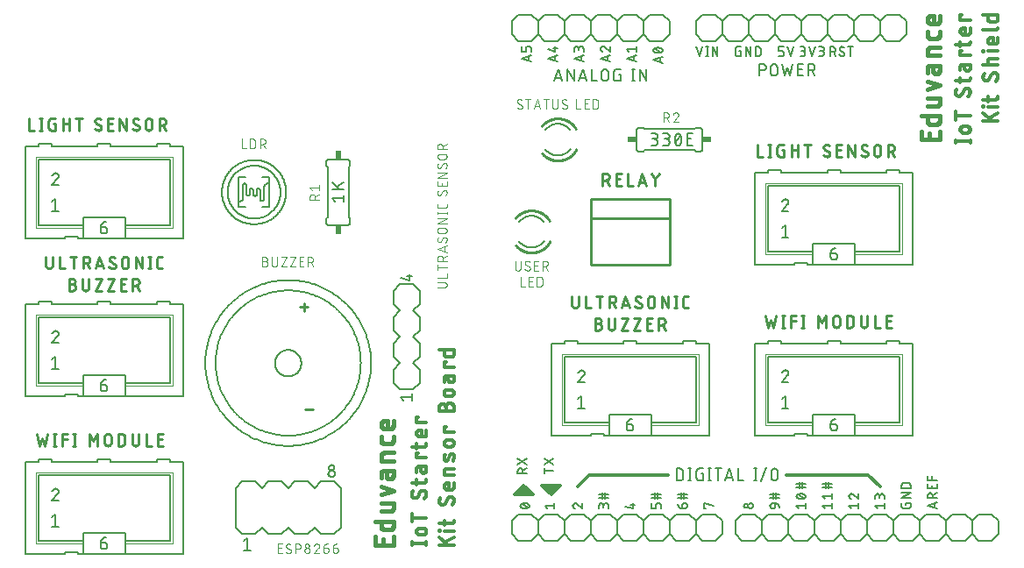
<source format=gbr>
G04 EAGLE Gerber RS-274X export*
G75*
%MOMM*%
%FSLAX34Y34*%
%LPD*%
%INSilkscreen Top*%
%IPPOS*%
%AMOC8*
5,1,8,0,0,1.08239X$1,22.5*%
G01*
%ADD10C,0.355600*%
%ADD11C,0.431800*%
%ADD12C,0.304800*%
%ADD13C,0.127000*%
%ADD14C,0.076200*%
%ADD15C,0.279400*%
%ADD16C,0.203200*%
%ADD17C,0.152400*%
%ADD18R,0.609600X0.863600*%
%ADD19C,0.101600*%
%ADD20C,0.050800*%
%ADD21C,0.254000*%
%ADD22R,0.863600X0.609600*%


D10*
X398653Y28758D02*
X412877Y28758D01*
X412877Y27178D02*
X412877Y30339D01*
X398653Y30339D02*
X398653Y27178D01*
X406555Y37060D02*
X409716Y37060D01*
X406555Y37060D02*
X406443Y37062D01*
X406332Y37068D01*
X406221Y37078D01*
X406110Y37091D01*
X406000Y37109D01*
X405891Y37131D01*
X405782Y37156D01*
X405674Y37185D01*
X405568Y37218D01*
X405462Y37255D01*
X405358Y37295D01*
X405256Y37339D01*
X405155Y37387D01*
X405056Y37438D01*
X404958Y37493D01*
X404863Y37551D01*
X404770Y37612D01*
X404679Y37677D01*
X404590Y37745D01*
X404504Y37816D01*
X404421Y37889D01*
X404340Y37966D01*
X404261Y38046D01*
X404186Y38128D01*
X404114Y38213D01*
X404044Y38300D01*
X403978Y38390D01*
X403915Y38482D01*
X403855Y38577D01*
X403799Y38673D01*
X403746Y38771D01*
X403697Y38871D01*
X403651Y38973D01*
X403609Y39076D01*
X403570Y39181D01*
X403535Y39287D01*
X403504Y39394D01*
X403477Y39502D01*
X403453Y39611D01*
X403434Y39721D01*
X403418Y39831D01*
X403406Y39942D01*
X403398Y40054D01*
X403394Y40165D01*
X403394Y40277D01*
X403398Y40388D01*
X403406Y40500D01*
X403418Y40611D01*
X403434Y40721D01*
X403453Y40831D01*
X403477Y40940D01*
X403504Y41048D01*
X403535Y41155D01*
X403570Y41261D01*
X403609Y41366D01*
X403651Y41469D01*
X403697Y41571D01*
X403746Y41671D01*
X403799Y41769D01*
X403855Y41865D01*
X403915Y41960D01*
X403978Y42052D01*
X404044Y42142D01*
X404114Y42229D01*
X404186Y42314D01*
X404261Y42396D01*
X404340Y42476D01*
X404421Y42553D01*
X404504Y42626D01*
X404590Y42697D01*
X404679Y42765D01*
X404770Y42830D01*
X404863Y42891D01*
X404958Y42949D01*
X405056Y43004D01*
X405155Y43055D01*
X405256Y43103D01*
X405358Y43147D01*
X405462Y43187D01*
X405568Y43224D01*
X405674Y43257D01*
X405782Y43286D01*
X405891Y43311D01*
X406000Y43333D01*
X406110Y43351D01*
X406221Y43364D01*
X406332Y43374D01*
X406443Y43380D01*
X406555Y43382D01*
X409716Y43382D01*
X409828Y43380D01*
X409939Y43374D01*
X410050Y43364D01*
X410161Y43351D01*
X410271Y43333D01*
X410380Y43311D01*
X410489Y43286D01*
X410597Y43257D01*
X410703Y43224D01*
X410809Y43187D01*
X410913Y43147D01*
X411015Y43103D01*
X411116Y43055D01*
X411215Y43004D01*
X411313Y42949D01*
X411408Y42891D01*
X411501Y42830D01*
X411592Y42765D01*
X411681Y42697D01*
X411767Y42626D01*
X411850Y42553D01*
X411931Y42476D01*
X412010Y42396D01*
X412085Y42314D01*
X412157Y42229D01*
X412227Y42142D01*
X412293Y42052D01*
X412356Y41960D01*
X412416Y41865D01*
X412472Y41769D01*
X412525Y41671D01*
X412574Y41571D01*
X412620Y41469D01*
X412662Y41366D01*
X412701Y41261D01*
X412736Y41155D01*
X412767Y41048D01*
X412794Y40940D01*
X412818Y40831D01*
X412837Y40721D01*
X412853Y40611D01*
X412865Y40500D01*
X412873Y40388D01*
X412877Y40277D01*
X412877Y40165D01*
X412873Y40054D01*
X412865Y39942D01*
X412853Y39831D01*
X412837Y39721D01*
X412818Y39611D01*
X412794Y39502D01*
X412767Y39394D01*
X412736Y39287D01*
X412701Y39181D01*
X412662Y39076D01*
X412620Y38973D01*
X412574Y38871D01*
X412525Y38771D01*
X412472Y38673D01*
X412416Y38577D01*
X412356Y38482D01*
X412293Y38390D01*
X412227Y38300D01*
X412157Y38213D01*
X412085Y38128D01*
X412010Y38046D01*
X411931Y37966D01*
X411850Y37889D01*
X411767Y37816D01*
X411681Y37745D01*
X411592Y37677D01*
X411501Y37612D01*
X411408Y37551D01*
X411313Y37493D01*
X411215Y37438D01*
X411116Y37387D01*
X411015Y37339D01*
X410913Y37295D01*
X410809Y37255D01*
X410703Y37218D01*
X410597Y37185D01*
X410489Y37156D01*
X410380Y37131D01*
X410271Y37109D01*
X410161Y37091D01*
X410050Y37078D01*
X409939Y37068D01*
X409828Y37062D01*
X409716Y37060D01*
X412877Y53768D02*
X398653Y53768D01*
X398653Y49817D02*
X398653Y57720D01*
X412877Y76963D02*
X412875Y77073D01*
X412869Y77184D01*
X412860Y77293D01*
X412846Y77403D01*
X412829Y77512D01*
X412808Y77620D01*
X412783Y77728D01*
X412755Y77834D01*
X412722Y77940D01*
X412686Y78044D01*
X412647Y78147D01*
X412604Y78249D01*
X412557Y78349D01*
X412507Y78447D01*
X412454Y78544D01*
X412397Y78638D01*
X412337Y78731D01*
X412273Y78821D01*
X412207Y78909D01*
X412137Y78995D01*
X412065Y79078D01*
X411990Y79159D01*
X411912Y79237D01*
X411831Y79312D01*
X411748Y79384D01*
X411662Y79454D01*
X411574Y79520D01*
X411484Y79584D01*
X411391Y79644D01*
X411297Y79701D01*
X411200Y79754D01*
X411102Y79804D01*
X411002Y79851D01*
X410900Y79894D01*
X410797Y79933D01*
X410693Y79969D01*
X410587Y80002D01*
X410481Y80030D01*
X410373Y80055D01*
X410265Y80076D01*
X410156Y80093D01*
X410046Y80107D01*
X409937Y80116D01*
X409826Y80122D01*
X409716Y80124D01*
X412877Y76963D02*
X412875Y76803D01*
X412869Y76644D01*
X412860Y76484D01*
X412846Y76325D01*
X412829Y76166D01*
X412808Y76008D01*
X412784Y75850D01*
X412755Y75693D01*
X412723Y75536D01*
X412687Y75381D01*
X412647Y75226D01*
X412604Y75072D01*
X412557Y74919D01*
X412506Y74768D01*
X412452Y74618D01*
X412394Y74469D01*
X412332Y74321D01*
X412267Y74175D01*
X412199Y74031D01*
X412127Y73888D01*
X412052Y73747D01*
X411973Y73608D01*
X411891Y73471D01*
X411806Y73336D01*
X411718Y73203D01*
X411626Y73072D01*
X411532Y72943D01*
X411434Y72817D01*
X411333Y72693D01*
X411230Y72571D01*
X411123Y72452D01*
X411014Y72336D01*
X410902Y72222D01*
X401814Y72617D02*
X401704Y72619D01*
X401593Y72625D01*
X401484Y72634D01*
X401374Y72648D01*
X401265Y72665D01*
X401157Y72686D01*
X401049Y72711D01*
X400943Y72739D01*
X400837Y72772D01*
X400733Y72808D01*
X400630Y72847D01*
X400528Y72890D01*
X400428Y72937D01*
X400330Y72987D01*
X400234Y73040D01*
X400139Y73097D01*
X400046Y73157D01*
X399956Y73221D01*
X399868Y73287D01*
X399782Y73357D01*
X399699Y73429D01*
X399618Y73504D01*
X399540Y73582D01*
X399465Y73663D01*
X399393Y73746D01*
X399323Y73832D01*
X399257Y73920D01*
X399193Y74010D01*
X399133Y74103D01*
X399076Y74198D01*
X399023Y74294D01*
X398973Y74392D01*
X398926Y74492D01*
X398883Y74594D01*
X398844Y74697D01*
X398808Y74801D01*
X398775Y74907D01*
X398747Y75013D01*
X398722Y75121D01*
X398701Y75229D01*
X398684Y75338D01*
X398670Y75448D01*
X398661Y75557D01*
X398655Y75668D01*
X398653Y75778D01*
X398655Y75931D01*
X398661Y76083D01*
X398671Y76235D01*
X398684Y76387D01*
X398702Y76539D01*
X398724Y76690D01*
X398749Y76840D01*
X398778Y76990D01*
X398811Y77139D01*
X398848Y77287D01*
X398889Y77434D01*
X398934Y77580D01*
X398982Y77725D01*
X399034Y77868D01*
X399089Y78010D01*
X399149Y78151D01*
X399211Y78290D01*
X399278Y78427D01*
X399348Y78563D01*
X399421Y78696D01*
X399498Y78828D01*
X399578Y78958D01*
X399662Y79086D01*
X399748Y79211D01*
X399838Y79334D01*
X404580Y74197D02*
X404522Y74103D01*
X404460Y74010D01*
X404396Y73919D01*
X404328Y73831D01*
X404258Y73745D01*
X404184Y73662D01*
X404108Y73581D01*
X404029Y73503D01*
X403947Y73428D01*
X403863Y73356D01*
X403776Y73286D01*
X403687Y73220D01*
X403596Y73157D01*
X403502Y73097D01*
X403407Y73040D01*
X403309Y72987D01*
X403210Y72936D01*
X403109Y72890D01*
X403007Y72847D01*
X402903Y72807D01*
X402798Y72771D01*
X402691Y72739D01*
X402584Y72711D01*
X402476Y72686D01*
X402367Y72665D01*
X402257Y72648D01*
X402147Y72634D01*
X402036Y72625D01*
X401925Y72619D01*
X401814Y72617D01*
X406950Y78544D02*
X407009Y78638D01*
X407070Y78731D01*
X407134Y78822D01*
X407202Y78910D01*
X407272Y78996D01*
X407346Y79079D01*
X407422Y79160D01*
X407501Y79238D01*
X407583Y79313D01*
X407667Y79385D01*
X407754Y79455D01*
X407843Y79521D01*
X407934Y79584D01*
X408028Y79644D01*
X408123Y79701D01*
X408221Y79755D01*
X408320Y79805D01*
X408421Y79851D01*
X408523Y79894D01*
X408627Y79934D01*
X408732Y79970D01*
X408839Y80002D01*
X408946Y80030D01*
X409054Y80055D01*
X409163Y80076D01*
X409273Y80093D01*
X409383Y80107D01*
X409494Y80116D01*
X409605Y80122D01*
X409716Y80124D01*
X406950Y78544D02*
X404580Y74198D01*
X403394Y85576D02*
X403394Y90317D01*
X398653Y87156D02*
X410506Y87156D01*
X410601Y87158D01*
X410697Y87164D01*
X410792Y87173D01*
X410886Y87187D01*
X410980Y87204D01*
X411073Y87225D01*
X411166Y87250D01*
X411257Y87278D01*
X411347Y87310D01*
X411435Y87346D01*
X411522Y87385D01*
X411608Y87428D01*
X411692Y87474D01*
X411773Y87523D01*
X411853Y87576D01*
X411930Y87632D01*
X412006Y87690D01*
X412078Y87752D01*
X412148Y87817D01*
X412216Y87885D01*
X412281Y87955D01*
X412343Y88027D01*
X412401Y88103D01*
X412457Y88180D01*
X412510Y88260D01*
X412559Y88342D01*
X412605Y88425D01*
X412648Y88511D01*
X412687Y88598D01*
X412723Y88686D01*
X412755Y88776D01*
X412783Y88867D01*
X412808Y88960D01*
X412829Y89053D01*
X412846Y89147D01*
X412860Y89241D01*
X412869Y89336D01*
X412875Y89432D01*
X412877Y89527D01*
X412877Y90317D01*
X407345Y99613D02*
X407345Y103169D01*
X407345Y99613D02*
X407347Y99510D01*
X407353Y99406D01*
X407362Y99303D01*
X407376Y99201D01*
X407393Y99099D01*
X407414Y98998D01*
X407439Y98897D01*
X407468Y98798D01*
X407500Y98699D01*
X407536Y98602D01*
X407576Y98507D01*
X407619Y98413D01*
X407666Y98321D01*
X407716Y98230D01*
X407769Y98141D01*
X407826Y98055D01*
X407885Y97970D01*
X407948Y97888D01*
X408014Y97809D01*
X408083Y97732D01*
X408155Y97657D01*
X408230Y97585D01*
X408307Y97516D01*
X408386Y97450D01*
X408468Y97387D01*
X408553Y97328D01*
X408639Y97271D01*
X408728Y97218D01*
X408819Y97168D01*
X408911Y97121D01*
X409005Y97078D01*
X409100Y97038D01*
X409197Y97002D01*
X409296Y96970D01*
X409395Y96941D01*
X409496Y96916D01*
X409597Y96895D01*
X409699Y96878D01*
X409801Y96864D01*
X409904Y96855D01*
X410008Y96849D01*
X410111Y96847D01*
X410214Y96849D01*
X410318Y96855D01*
X410421Y96864D01*
X410523Y96878D01*
X410625Y96895D01*
X410726Y96916D01*
X410827Y96941D01*
X410926Y96970D01*
X411025Y97002D01*
X411122Y97038D01*
X411217Y97078D01*
X411311Y97121D01*
X411403Y97168D01*
X411494Y97218D01*
X411583Y97271D01*
X411669Y97328D01*
X411754Y97387D01*
X411836Y97450D01*
X411915Y97516D01*
X411992Y97585D01*
X412067Y97657D01*
X412139Y97732D01*
X412208Y97809D01*
X412274Y97888D01*
X412337Y97970D01*
X412396Y98055D01*
X412453Y98141D01*
X412506Y98230D01*
X412556Y98321D01*
X412603Y98413D01*
X412646Y98507D01*
X412686Y98602D01*
X412722Y98699D01*
X412754Y98798D01*
X412783Y98897D01*
X412808Y98998D01*
X412829Y99099D01*
X412846Y99201D01*
X412860Y99303D01*
X412869Y99406D01*
X412875Y99510D01*
X412877Y99613D01*
X412877Y103169D01*
X405765Y103169D01*
X405670Y103167D01*
X405574Y103161D01*
X405479Y103152D01*
X405385Y103138D01*
X405291Y103121D01*
X405198Y103100D01*
X405105Y103075D01*
X405014Y103047D01*
X404924Y103015D01*
X404836Y102979D01*
X404749Y102940D01*
X404663Y102897D01*
X404580Y102851D01*
X404498Y102802D01*
X404418Y102749D01*
X404341Y102693D01*
X404265Y102635D01*
X404193Y102573D01*
X404123Y102508D01*
X404055Y102440D01*
X403990Y102370D01*
X403928Y102298D01*
X403870Y102222D01*
X403814Y102145D01*
X403761Y102065D01*
X403712Y101984D01*
X403666Y101900D01*
X403623Y101814D01*
X403584Y101727D01*
X403548Y101639D01*
X403516Y101549D01*
X403488Y101458D01*
X403463Y101365D01*
X403442Y101272D01*
X403425Y101178D01*
X403411Y101084D01*
X403402Y100989D01*
X403396Y100894D01*
X403394Y100798D01*
X403394Y97638D01*
X403394Y111723D02*
X412877Y111723D01*
X403394Y111723D02*
X403394Y116464D01*
X404975Y116464D01*
X403394Y120486D02*
X403394Y125227D01*
X398653Y122066D02*
X410506Y122066D01*
X410601Y122068D01*
X410697Y122074D01*
X410792Y122083D01*
X410886Y122097D01*
X410980Y122114D01*
X411073Y122135D01*
X411166Y122160D01*
X411257Y122188D01*
X411347Y122220D01*
X411435Y122256D01*
X411522Y122295D01*
X411608Y122338D01*
X411692Y122384D01*
X411773Y122433D01*
X411853Y122486D01*
X411930Y122542D01*
X412006Y122600D01*
X412078Y122662D01*
X412148Y122727D01*
X412216Y122795D01*
X412281Y122865D01*
X412343Y122937D01*
X412401Y123013D01*
X412457Y123090D01*
X412510Y123170D01*
X412559Y123252D01*
X412605Y123335D01*
X412648Y123421D01*
X412687Y123508D01*
X412723Y123596D01*
X412755Y123686D01*
X412783Y123777D01*
X412808Y123870D01*
X412829Y123963D01*
X412846Y124057D01*
X412860Y124151D01*
X412869Y124246D01*
X412875Y124342D01*
X412877Y124437D01*
X412877Y125227D01*
X412877Y134261D02*
X412877Y138212D01*
X412877Y134261D02*
X412875Y134166D01*
X412869Y134070D01*
X412860Y133975D01*
X412846Y133881D01*
X412829Y133787D01*
X412808Y133694D01*
X412783Y133601D01*
X412755Y133510D01*
X412723Y133420D01*
X412687Y133332D01*
X412648Y133245D01*
X412605Y133159D01*
X412559Y133076D01*
X412510Y132994D01*
X412457Y132914D01*
X412401Y132837D01*
X412343Y132761D01*
X412281Y132689D01*
X412216Y132619D01*
X412148Y132551D01*
X412078Y132486D01*
X412006Y132424D01*
X411930Y132366D01*
X411853Y132310D01*
X411773Y132257D01*
X411692Y132208D01*
X411608Y132162D01*
X411522Y132119D01*
X411435Y132080D01*
X411347Y132044D01*
X411257Y132012D01*
X411166Y131984D01*
X411073Y131959D01*
X410980Y131938D01*
X410886Y131921D01*
X410792Y131907D01*
X410697Y131898D01*
X410602Y131892D01*
X410506Y131890D01*
X406555Y131890D01*
X406443Y131892D01*
X406332Y131898D01*
X406221Y131908D01*
X406110Y131921D01*
X406000Y131939D01*
X405891Y131961D01*
X405782Y131986D01*
X405674Y132015D01*
X405568Y132048D01*
X405462Y132085D01*
X405358Y132125D01*
X405256Y132169D01*
X405155Y132217D01*
X405056Y132268D01*
X404958Y132323D01*
X404863Y132381D01*
X404770Y132442D01*
X404679Y132507D01*
X404590Y132575D01*
X404504Y132646D01*
X404421Y132719D01*
X404340Y132796D01*
X404261Y132876D01*
X404186Y132958D01*
X404114Y133043D01*
X404044Y133130D01*
X403978Y133220D01*
X403915Y133312D01*
X403855Y133407D01*
X403799Y133503D01*
X403746Y133601D01*
X403697Y133701D01*
X403651Y133803D01*
X403609Y133906D01*
X403570Y134011D01*
X403535Y134117D01*
X403504Y134224D01*
X403477Y134332D01*
X403453Y134441D01*
X403434Y134551D01*
X403418Y134661D01*
X403406Y134772D01*
X403398Y134884D01*
X403394Y134995D01*
X403394Y135107D01*
X403398Y135218D01*
X403406Y135330D01*
X403418Y135441D01*
X403434Y135551D01*
X403453Y135661D01*
X403477Y135770D01*
X403504Y135878D01*
X403535Y135985D01*
X403570Y136091D01*
X403609Y136196D01*
X403651Y136299D01*
X403697Y136401D01*
X403746Y136501D01*
X403799Y136599D01*
X403855Y136695D01*
X403915Y136790D01*
X403978Y136882D01*
X404044Y136972D01*
X404114Y137059D01*
X404186Y137144D01*
X404261Y137226D01*
X404340Y137306D01*
X404421Y137383D01*
X404504Y137456D01*
X404590Y137527D01*
X404679Y137595D01*
X404770Y137660D01*
X404863Y137721D01*
X404958Y137779D01*
X405056Y137834D01*
X405155Y137885D01*
X405256Y137933D01*
X405358Y137977D01*
X405462Y138017D01*
X405568Y138054D01*
X405674Y138087D01*
X405782Y138116D01*
X405891Y138141D01*
X406000Y138163D01*
X406110Y138181D01*
X406221Y138194D01*
X406332Y138204D01*
X406443Y138210D01*
X406555Y138212D01*
X408136Y138212D01*
X408136Y131890D01*
X412877Y146112D02*
X403394Y146112D01*
X403394Y150853D01*
X404975Y150853D01*
X425323Y27178D02*
X439547Y27178D01*
X434015Y27178D02*
X425323Y35080D01*
X430855Y30339D02*
X439547Y35080D01*
X439547Y41168D02*
X430064Y41168D01*
X426113Y40772D02*
X425323Y40772D01*
X425323Y41563D01*
X426113Y41563D01*
X426113Y40772D01*
X430064Y46402D02*
X430064Y51143D01*
X425323Y47982D02*
X437176Y47982D01*
X437271Y47984D01*
X437367Y47990D01*
X437462Y47999D01*
X437556Y48013D01*
X437650Y48030D01*
X437743Y48051D01*
X437836Y48076D01*
X437927Y48104D01*
X438017Y48136D01*
X438105Y48172D01*
X438192Y48211D01*
X438278Y48254D01*
X438362Y48300D01*
X438443Y48349D01*
X438523Y48402D01*
X438600Y48458D01*
X438676Y48516D01*
X438748Y48578D01*
X438818Y48643D01*
X438886Y48711D01*
X438951Y48781D01*
X439013Y48853D01*
X439071Y48929D01*
X439127Y49006D01*
X439180Y49086D01*
X439229Y49168D01*
X439275Y49251D01*
X439318Y49337D01*
X439357Y49424D01*
X439393Y49512D01*
X439425Y49602D01*
X439453Y49693D01*
X439478Y49786D01*
X439499Y49879D01*
X439516Y49973D01*
X439530Y50067D01*
X439539Y50162D01*
X439545Y50258D01*
X439547Y50353D01*
X439547Y51143D01*
X439547Y70615D02*
X439545Y70725D01*
X439539Y70836D01*
X439530Y70945D01*
X439516Y71055D01*
X439499Y71164D01*
X439478Y71272D01*
X439453Y71380D01*
X439425Y71486D01*
X439392Y71592D01*
X439356Y71696D01*
X439317Y71799D01*
X439274Y71901D01*
X439227Y72001D01*
X439177Y72099D01*
X439124Y72196D01*
X439067Y72290D01*
X439007Y72383D01*
X438943Y72473D01*
X438877Y72561D01*
X438807Y72647D01*
X438735Y72730D01*
X438660Y72811D01*
X438582Y72889D01*
X438501Y72964D01*
X438418Y73036D01*
X438332Y73106D01*
X438244Y73172D01*
X438154Y73236D01*
X438061Y73296D01*
X437967Y73353D01*
X437870Y73406D01*
X437772Y73456D01*
X437672Y73503D01*
X437570Y73546D01*
X437467Y73585D01*
X437363Y73621D01*
X437257Y73654D01*
X437151Y73682D01*
X437043Y73707D01*
X436935Y73728D01*
X436826Y73745D01*
X436716Y73759D01*
X436607Y73768D01*
X436496Y73774D01*
X436386Y73776D01*
X439547Y70615D02*
X439545Y70455D01*
X439539Y70296D01*
X439530Y70136D01*
X439516Y69977D01*
X439499Y69818D01*
X439478Y69660D01*
X439454Y69502D01*
X439425Y69345D01*
X439393Y69188D01*
X439357Y69033D01*
X439317Y68878D01*
X439274Y68724D01*
X439227Y68571D01*
X439176Y68420D01*
X439122Y68270D01*
X439064Y68121D01*
X439002Y67973D01*
X438937Y67827D01*
X438869Y67683D01*
X438797Y67540D01*
X438722Y67399D01*
X438643Y67260D01*
X438561Y67123D01*
X438476Y66988D01*
X438388Y66855D01*
X438296Y66724D01*
X438202Y66595D01*
X438104Y66469D01*
X438003Y66345D01*
X437900Y66223D01*
X437793Y66104D01*
X437684Y65988D01*
X437572Y65874D01*
X428484Y66269D02*
X428374Y66271D01*
X428263Y66277D01*
X428154Y66286D01*
X428044Y66300D01*
X427935Y66317D01*
X427827Y66338D01*
X427719Y66363D01*
X427613Y66391D01*
X427507Y66424D01*
X427403Y66460D01*
X427300Y66499D01*
X427198Y66542D01*
X427098Y66589D01*
X427000Y66639D01*
X426904Y66692D01*
X426809Y66749D01*
X426716Y66809D01*
X426626Y66873D01*
X426538Y66939D01*
X426452Y67009D01*
X426369Y67081D01*
X426288Y67156D01*
X426210Y67234D01*
X426135Y67315D01*
X426063Y67398D01*
X425993Y67484D01*
X425927Y67572D01*
X425863Y67662D01*
X425803Y67755D01*
X425746Y67850D01*
X425693Y67946D01*
X425643Y68044D01*
X425596Y68144D01*
X425553Y68246D01*
X425514Y68349D01*
X425478Y68453D01*
X425445Y68559D01*
X425417Y68665D01*
X425392Y68773D01*
X425371Y68881D01*
X425354Y68990D01*
X425340Y69100D01*
X425331Y69209D01*
X425325Y69320D01*
X425323Y69430D01*
X425325Y69583D01*
X425331Y69735D01*
X425341Y69887D01*
X425354Y70039D01*
X425372Y70191D01*
X425394Y70342D01*
X425419Y70492D01*
X425448Y70642D01*
X425481Y70791D01*
X425518Y70939D01*
X425559Y71086D01*
X425604Y71232D01*
X425652Y71377D01*
X425704Y71520D01*
X425759Y71662D01*
X425819Y71803D01*
X425881Y71942D01*
X425948Y72079D01*
X426018Y72215D01*
X426091Y72348D01*
X426168Y72480D01*
X426248Y72610D01*
X426332Y72738D01*
X426418Y72863D01*
X426508Y72986D01*
X431250Y67849D02*
X431192Y67755D01*
X431130Y67662D01*
X431066Y67571D01*
X430998Y67483D01*
X430928Y67397D01*
X430854Y67314D01*
X430778Y67233D01*
X430699Y67155D01*
X430617Y67080D01*
X430533Y67008D01*
X430446Y66938D01*
X430357Y66872D01*
X430266Y66809D01*
X430172Y66749D01*
X430077Y66692D01*
X429979Y66639D01*
X429880Y66588D01*
X429779Y66542D01*
X429677Y66499D01*
X429573Y66459D01*
X429468Y66423D01*
X429361Y66391D01*
X429254Y66363D01*
X429146Y66338D01*
X429037Y66317D01*
X428927Y66300D01*
X428817Y66286D01*
X428706Y66277D01*
X428595Y66271D01*
X428484Y66269D01*
X433620Y72196D02*
X433679Y72290D01*
X433740Y72383D01*
X433804Y72474D01*
X433872Y72562D01*
X433942Y72648D01*
X434016Y72731D01*
X434092Y72812D01*
X434171Y72890D01*
X434253Y72965D01*
X434337Y73037D01*
X434424Y73107D01*
X434513Y73173D01*
X434604Y73236D01*
X434698Y73296D01*
X434793Y73353D01*
X434891Y73407D01*
X434990Y73457D01*
X435091Y73503D01*
X435193Y73546D01*
X435297Y73586D01*
X435402Y73622D01*
X435509Y73654D01*
X435616Y73682D01*
X435724Y73707D01*
X435833Y73728D01*
X435943Y73745D01*
X436053Y73759D01*
X436164Y73768D01*
X436275Y73774D01*
X436386Y73776D01*
X433620Y72195D02*
X431250Y67849D01*
X439547Y83103D02*
X439547Y87054D01*
X439547Y83103D02*
X439545Y83008D01*
X439539Y82912D01*
X439530Y82817D01*
X439516Y82723D01*
X439499Y82629D01*
X439478Y82536D01*
X439453Y82443D01*
X439425Y82352D01*
X439393Y82262D01*
X439357Y82174D01*
X439318Y82087D01*
X439275Y82001D01*
X439229Y81918D01*
X439180Y81836D01*
X439127Y81756D01*
X439071Y81679D01*
X439013Y81603D01*
X438951Y81531D01*
X438886Y81461D01*
X438818Y81393D01*
X438748Y81328D01*
X438676Y81266D01*
X438600Y81208D01*
X438523Y81152D01*
X438443Y81099D01*
X438362Y81050D01*
X438278Y81004D01*
X438192Y80961D01*
X438105Y80922D01*
X438017Y80886D01*
X437927Y80854D01*
X437836Y80826D01*
X437743Y80801D01*
X437650Y80780D01*
X437556Y80763D01*
X437462Y80749D01*
X437367Y80740D01*
X437272Y80734D01*
X437176Y80732D01*
X433225Y80732D01*
X433113Y80734D01*
X433002Y80740D01*
X432891Y80750D01*
X432780Y80763D01*
X432670Y80781D01*
X432561Y80803D01*
X432452Y80828D01*
X432344Y80857D01*
X432238Y80890D01*
X432132Y80927D01*
X432028Y80967D01*
X431926Y81011D01*
X431825Y81059D01*
X431726Y81110D01*
X431628Y81165D01*
X431533Y81223D01*
X431440Y81284D01*
X431349Y81349D01*
X431260Y81417D01*
X431174Y81488D01*
X431091Y81561D01*
X431010Y81638D01*
X430931Y81718D01*
X430856Y81800D01*
X430784Y81885D01*
X430714Y81972D01*
X430648Y82062D01*
X430585Y82154D01*
X430525Y82249D01*
X430469Y82345D01*
X430416Y82443D01*
X430367Y82543D01*
X430321Y82645D01*
X430279Y82748D01*
X430240Y82853D01*
X430205Y82959D01*
X430174Y83066D01*
X430147Y83174D01*
X430123Y83283D01*
X430104Y83393D01*
X430088Y83503D01*
X430076Y83614D01*
X430068Y83726D01*
X430064Y83837D01*
X430064Y83949D01*
X430068Y84060D01*
X430076Y84172D01*
X430088Y84283D01*
X430104Y84393D01*
X430123Y84503D01*
X430147Y84612D01*
X430174Y84720D01*
X430205Y84827D01*
X430240Y84933D01*
X430279Y85038D01*
X430321Y85141D01*
X430367Y85243D01*
X430416Y85343D01*
X430469Y85441D01*
X430525Y85537D01*
X430585Y85632D01*
X430648Y85724D01*
X430714Y85814D01*
X430784Y85901D01*
X430856Y85986D01*
X430931Y86068D01*
X431010Y86148D01*
X431091Y86225D01*
X431174Y86298D01*
X431260Y86369D01*
X431349Y86437D01*
X431440Y86502D01*
X431533Y86563D01*
X431628Y86621D01*
X431726Y86676D01*
X431825Y86727D01*
X431926Y86775D01*
X432028Y86819D01*
X432132Y86859D01*
X432238Y86896D01*
X432344Y86929D01*
X432452Y86958D01*
X432561Y86983D01*
X432670Y87005D01*
X432780Y87023D01*
X432891Y87036D01*
X433002Y87046D01*
X433113Y87052D01*
X433225Y87054D01*
X434806Y87054D01*
X434806Y80732D01*
X439547Y94800D02*
X430064Y94800D01*
X430064Y98751D01*
X430066Y98846D01*
X430072Y98942D01*
X430081Y99037D01*
X430095Y99131D01*
X430112Y99225D01*
X430133Y99318D01*
X430158Y99411D01*
X430186Y99502D01*
X430218Y99592D01*
X430254Y99680D01*
X430293Y99767D01*
X430336Y99853D01*
X430382Y99937D01*
X430431Y100018D01*
X430484Y100098D01*
X430540Y100175D01*
X430598Y100251D01*
X430660Y100323D01*
X430725Y100393D01*
X430793Y100461D01*
X430863Y100526D01*
X430935Y100588D01*
X431011Y100646D01*
X431088Y100702D01*
X431168Y100755D01*
X431250Y100804D01*
X431333Y100850D01*
X431419Y100893D01*
X431506Y100932D01*
X431594Y100968D01*
X431684Y101000D01*
X431775Y101028D01*
X431868Y101053D01*
X431961Y101074D01*
X432055Y101091D01*
X432149Y101105D01*
X432244Y101114D01*
X432340Y101120D01*
X432435Y101122D01*
X439547Y101122D01*
X434015Y110054D02*
X435596Y114005D01*
X434015Y110053D02*
X433981Y109971D01*
X433942Y109891D01*
X433901Y109813D01*
X433856Y109736D01*
X433807Y109662D01*
X433756Y109589D01*
X433701Y109519D01*
X433643Y109452D01*
X433583Y109386D01*
X433520Y109324D01*
X433454Y109264D01*
X433385Y109208D01*
X433314Y109154D01*
X433241Y109104D01*
X433166Y109056D01*
X433089Y109012D01*
X433010Y108972D01*
X432929Y108935D01*
X432847Y108901D01*
X432763Y108871D01*
X432679Y108845D01*
X432593Y108822D01*
X432506Y108803D01*
X432418Y108788D01*
X432330Y108777D01*
X432242Y108769D01*
X432153Y108765D01*
X432064Y108766D01*
X431975Y108770D01*
X431887Y108778D01*
X431799Y108789D01*
X431711Y108805D01*
X431624Y108824D01*
X431539Y108847D01*
X431454Y108874D01*
X431370Y108904D01*
X431288Y108938D01*
X431208Y108976D01*
X431129Y109017D01*
X431052Y109061D01*
X430977Y109109D01*
X430904Y109160D01*
X430834Y109214D01*
X430765Y109271D01*
X430700Y109330D01*
X430637Y109393D01*
X430577Y109458D01*
X430519Y109526D01*
X430465Y109597D01*
X430414Y109669D01*
X430366Y109744D01*
X430321Y109821D01*
X430279Y109899D01*
X430242Y109980D01*
X430207Y110062D01*
X430176Y110145D01*
X430149Y110230D01*
X430126Y110315D01*
X430106Y110402D01*
X430090Y110489D01*
X430078Y110577D01*
X430069Y110666D01*
X430065Y110754D01*
X430064Y110843D01*
X430064Y110844D02*
X430070Y111060D01*
X430080Y111275D01*
X430096Y111491D01*
X430118Y111705D01*
X430144Y111919D01*
X430176Y112133D01*
X430212Y112346D01*
X430254Y112557D01*
X430301Y112768D01*
X430353Y112977D01*
X430409Y113186D01*
X430471Y113392D01*
X430538Y113597D01*
X430610Y113801D01*
X430687Y114003D01*
X430768Y114202D01*
X430854Y114400D01*
X435596Y114005D02*
X435630Y114087D01*
X435669Y114167D01*
X435710Y114245D01*
X435755Y114322D01*
X435804Y114396D01*
X435855Y114469D01*
X435910Y114539D01*
X435968Y114606D01*
X436028Y114672D01*
X436091Y114734D01*
X436157Y114793D01*
X436226Y114850D01*
X436297Y114904D01*
X436370Y114954D01*
X436445Y115002D01*
X436522Y115046D01*
X436601Y115086D01*
X436682Y115123D01*
X436764Y115157D01*
X436848Y115187D01*
X436932Y115213D01*
X437018Y115236D01*
X437105Y115255D01*
X437193Y115270D01*
X437281Y115281D01*
X437369Y115289D01*
X437458Y115293D01*
X437547Y115292D01*
X437636Y115288D01*
X437724Y115280D01*
X437812Y115269D01*
X437900Y115253D01*
X437987Y115234D01*
X438072Y115211D01*
X438157Y115184D01*
X438241Y115154D01*
X438323Y115120D01*
X438403Y115082D01*
X438482Y115041D01*
X438559Y114997D01*
X438634Y114949D01*
X438707Y114898D01*
X438777Y114844D01*
X438846Y114787D01*
X438911Y114728D01*
X438974Y114665D01*
X439034Y114600D01*
X439092Y114532D01*
X439146Y114461D01*
X439197Y114389D01*
X439245Y114314D01*
X439290Y114237D01*
X439332Y114159D01*
X439369Y114078D01*
X439404Y113996D01*
X439435Y113913D01*
X439462Y113828D01*
X439485Y113743D01*
X439505Y113656D01*
X439521Y113569D01*
X439533Y113481D01*
X439542Y113392D01*
X439546Y113304D01*
X439547Y113215D01*
X439547Y113214D02*
X439538Y112898D01*
X439523Y112581D01*
X439499Y112265D01*
X439469Y111949D01*
X439430Y111635D01*
X439385Y111321D01*
X439332Y111009D01*
X439271Y110697D01*
X439204Y110388D01*
X439129Y110080D01*
X439046Y109774D01*
X438957Y109470D01*
X438860Y109168D01*
X438756Y108868D01*
X436386Y122415D02*
X433225Y122415D01*
X433113Y122417D01*
X433002Y122423D01*
X432891Y122433D01*
X432780Y122446D01*
X432670Y122464D01*
X432561Y122486D01*
X432452Y122511D01*
X432344Y122540D01*
X432238Y122573D01*
X432132Y122610D01*
X432028Y122650D01*
X431926Y122694D01*
X431825Y122742D01*
X431726Y122793D01*
X431628Y122848D01*
X431533Y122906D01*
X431440Y122967D01*
X431349Y123032D01*
X431260Y123100D01*
X431174Y123171D01*
X431091Y123244D01*
X431010Y123321D01*
X430931Y123401D01*
X430856Y123483D01*
X430784Y123568D01*
X430714Y123655D01*
X430648Y123745D01*
X430585Y123837D01*
X430525Y123932D01*
X430469Y124028D01*
X430416Y124126D01*
X430367Y124226D01*
X430321Y124328D01*
X430279Y124431D01*
X430240Y124536D01*
X430205Y124642D01*
X430174Y124749D01*
X430147Y124857D01*
X430123Y124966D01*
X430104Y125076D01*
X430088Y125186D01*
X430076Y125297D01*
X430068Y125409D01*
X430064Y125520D01*
X430064Y125632D01*
X430068Y125743D01*
X430076Y125855D01*
X430088Y125966D01*
X430104Y126076D01*
X430123Y126186D01*
X430147Y126295D01*
X430174Y126403D01*
X430205Y126510D01*
X430240Y126616D01*
X430279Y126721D01*
X430321Y126824D01*
X430367Y126926D01*
X430416Y127026D01*
X430469Y127124D01*
X430525Y127220D01*
X430585Y127315D01*
X430648Y127407D01*
X430714Y127497D01*
X430784Y127584D01*
X430856Y127669D01*
X430931Y127751D01*
X431010Y127831D01*
X431091Y127908D01*
X431174Y127981D01*
X431260Y128052D01*
X431349Y128120D01*
X431440Y128185D01*
X431533Y128246D01*
X431628Y128304D01*
X431726Y128359D01*
X431825Y128410D01*
X431926Y128458D01*
X432028Y128502D01*
X432132Y128542D01*
X432238Y128579D01*
X432344Y128612D01*
X432452Y128641D01*
X432561Y128666D01*
X432670Y128688D01*
X432780Y128706D01*
X432891Y128719D01*
X433002Y128729D01*
X433113Y128735D01*
X433225Y128737D01*
X436386Y128737D01*
X436498Y128735D01*
X436609Y128729D01*
X436720Y128719D01*
X436831Y128706D01*
X436941Y128688D01*
X437050Y128666D01*
X437159Y128641D01*
X437267Y128612D01*
X437373Y128579D01*
X437479Y128542D01*
X437583Y128502D01*
X437685Y128458D01*
X437786Y128410D01*
X437885Y128359D01*
X437983Y128304D01*
X438078Y128246D01*
X438171Y128185D01*
X438262Y128120D01*
X438351Y128052D01*
X438437Y127981D01*
X438520Y127908D01*
X438601Y127831D01*
X438680Y127751D01*
X438755Y127669D01*
X438827Y127584D01*
X438897Y127497D01*
X438963Y127407D01*
X439026Y127315D01*
X439086Y127220D01*
X439142Y127124D01*
X439195Y127026D01*
X439244Y126926D01*
X439290Y126824D01*
X439332Y126721D01*
X439371Y126616D01*
X439406Y126510D01*
X439437Y126403D01*
X439464Y126295D01*
X439488Y126186D01*
X439507Y126076D01*
X439523Y125966D01*
X439535Y125855D01*
X439543Y125743D01*
X439547Y125632D01*
X439547Y125520D01*
X439543Y125409D01*
X439535Y125297D01*
X439523Y125186D01*
X439507Y125076D01*
X439488Y124966D01*
X439464Y124857D01*
X439437Y124749D01*
X439406Y124642D01*
X439371Y124536D01*
X439332Y124431D01*
X439290Y124328D01*
X439244Y124226D01*
X439195Y124126D01*
X439142Y124028D01*
X439086Y123932D01*
X439026Y123837D01*
X438963Y123745D01*
X438897Y123655D01*
X438827Y123568D01*
X438755Y123483D01*
X438680Y123401D01*
X438601Y123321D01*
X438520Y123244D01*
X438437Y123171D01*
X438351Y123100D01*
X438262Y123032D01*
X438171Y122967D01*
X438078Y122906D01*
X437983Y122848D01*
X437885Y122793D01*
X437786Y122742D01*
X437685Y122694D01*
X437583Y122650D01*
X437479Y122610D01*
X437373Y122573D01*
X437267Y122540D01*
X437159Y122511D01*
X437050Y122486D01*
X436941Y122464D01*
X436831Y122446D01*
X436720Y122433D01*
X436609Y122423D01*
X436498Y122417D01*
X436386Y122415D01*
X439547Y136637D02*
X430064Y136637D01*
X430064Y141379D01*
X431645Y141379D01*
X431645Y156396D02*
X431645Y160347D01*
X431647Y160471D01*
X431653Y160595D01*
X431663Y160719D01*
X431676Y160842D01*
X431694Y160965D01*
X431715Y161087D01*
X431740Y161209D01*
X431769Y161330D01*
X431802Y161449D01*
X431838Y161568D01*
X431879Y161685D01*
X431922Y161801D01*
X431970Y161916D01*
X432021Y162029D01*
X432076Y162141D01*
X432134Y162250D01*
X432195Y162358D01*
X432260Y162464D01*
X432328Y162568D01*
X432400Y162669D01*
X432474Y162769D01*
X432552Y162865D01*
X432632Y162960D01*
X432716Y163052D01*
X432802Y163141D01*
X432891Y163227D01*
X432983Y163311D01*
X433078Y163391D01*
X433174Y163469D01*
X433274Y163543D01*
X433375Y163615D01*
X433479Y163683D01*
X433585Y163748D01*
X433693Y163809D01*
X433802Y163867D01*
X433914Y163922D01*
X434027Y163973D01*
X434142Y164021D01*
X434258Y164064D01*
X434375Y164105D01*
X434494Y164141D01*
X434613Y164174D01*
X434734Y164203D01*
X434856Y164228D01*
X434978Y164249D01*
X435101Y164267D01*
X435224Y164280D01*
X435348Y164290D01*
X435472Y164296D01*
X435596Y164298D01*
X435720Y164296D01*
X435844Y164290D01*
X435968Y164280D01*
X436091Y164267D01*
X436214Y164249D01*
X436336Y164228D01*
X436458Y164203D01*
X436579Y164174D01*
X436698Y164141D01*
X436817Y164105D01*
X436934Y164064D01*
X437050Y164021D01*
X437165Y163973D01*
X437278Y163922D01*
X437390Y163867D01*
X437499Y163809D01*
X437607Y163748D01*
X437713Y163683D01*
X437817Y163615D01*
X437918Y163543D01*
X438018Y163469D01*
X438114Y163391D01*
X438209Y163311D01*
X438301Y163227D01*
X438390Y163141D01*
X438476Y163052D01*
X438560Y162960D01*
X438640Y162865D01*
X438718Y162769D01*
X438792Y162669D01*
X438864Y162568D01*
X438932Y162464D01*
X438997Y162358D01*
X439058Y162250D01*
X439116Y162141D01*
X439171Y162029D01*
X439222Y161916D01*
X439270Y161801D01*
X439313Y161685D01*
X439354Y161568D01*
X439390Y161449D01*
X439423Y161330D01*
X439452Y161209D01*
X439477Y161087D01*
X439498Y160965D01*
X439516Y160842D01*
X439529Y160719D01*
X439539Y160595D01*
X439545Y160471D01*
X439547Y160347D01*
X439547Y156396D01*
X425323Y156396D01*
X425323Y160347D01*
X425325Y160459D01*
X425331Y160570D01*
X425341Y160681D01*
X425354Y160792D01*
X425372Y160902D01*
X425394Y161011D01*
X425419Y161120D01*
X425448Y161228D01*
X425481Y161334D01*
X425518Y161440D01*
X425558Y161544D01*
X425602Y161646D01*
X425650Y161747D01*
X425701Y161846D01*
X425756Y161944D01*
X425814Y162039D01*
X425875Y162132D01*
X425940Y162223D01*
X426008Y162312D01*
X426079Y162398D01*
X426152Y162481D01*
X426229Y162562D01*
X426309Y162641D01*
X426391Y162716D01*
X426476Y162788D01*
X426563Y162858D01*
X426653Y162924D01*
X426745Y162987D01*
X426840Y163047D01*
X426936Y163103D01*
X427034Y163156D01*
X427134Y163205D01*
X427236Y163251D01*
X427339Y163293D01*
X427444Y163332D01*
X427550Y163367D01*
X427657Y163398D01*
X427765Y163425D01*
X427874Y163449D01*
X427984Y163468D01*
X428094Y163484D01*
X428205Y163496D01*
X428317Y163504D01*
X428428Y163508D01*
X428540Y163508D01*
X428651Y163504D01*
X428763Y163496D01*
X428874Y163484D01*
X428984Y163468D01*
X429094Y163449D01*
X429203Y163425D01*
X429311Y163398D01*
X429418Y163367D01*
X429524Y163332D01*
X429629Y163293D01*
X429732Y163251D01*
X429834Y163205D01*
X429934Y163156D01*
X430032Y163103D01*
X430128Y163047D01*
X430223Y162987D01*
X430315Y162924D01*
X430405Y162858D01*
X430492Y162788D01*
X430577Y162716D01*
X430659Y162641D01*
X430739Y162562D01*
X430816Y162481D01*
X430889Y162398D01*
X430960Y162312D01*
X431028Y162223D01*
X431093Y162132D01*
X431154Y162039D01*
X431212Y161944D01*
X431267Y161846D01*
X431318Y161747D01*
X431366Y161646D01*
X431410Y161544D01*
X431450Y161440D01*
X431487Y161334D01*
X431520Y161228D01*
X431549Y161120D01*
X431574Y161011D01*
X431596Y160902D01*
X431614Y160792D01*
X431627Y160681D01*
X431637Y160570D01*
X431643Y160459D01*
X431645Y160347D01*
X433225Y170872D02*
X436386Y170872D01*
X433225Y170872D02*
X433113Y170874D01*
X433002Y170880D01*
X432891Y170890D01*
X432780Y170903D01*
X432670Y170921D01*
X432561Y170943D01*
X432452Y170968D01*
X432344Y170997D01*
X432238Y171030D01*
X432132Y171067D01*
X432028Y171107D01*
X431926Y171151D01*
X431825Y171199D01*
X431726Y171250D01*
X431628Y171305D01*
X431533Y171363D01*
X431440Y171424D01*
X431349Y171489D01*
X431260Y171557D01*
X431174Y171628D01*
X431091Y171701D01*
X431010Y171778D01*
X430931Y171858D01*
X430856Y171940D01*
X430784Y172025D01*
X430714Y172112D01*
X430648Y172202D01*
X430585Y172294D01*
X430525Y172389D01*
X430469Y172485D01*
X430416Y172583D01*
X430367Y172683D01*
X430321Y172785D01*
X430279Y172888D01*
X430240Y172993D01*
X430205Y173099D01*
X430174Y173206D01*
X430147Y173314D01*
X430123Y173423D01*
X430104Y173533D01*
X430088Y173643D01*
X430076Y173754D01*
X430068Y173866D01*
X430064Y173977D01*
X430064Y174089D01*
X430068Y174200D01*
X430076Y174312D01*
X430088Y174423D01*
X430104Y174533D01*
X430123Y174643D01*
X430147Y174752D01*
X430174Y174860D01*
X430205Y174967D01*
X430240Y175073D01*
X430279Y175178D01*
X430321Y175281D01*
X430367Y175383D01*
X430416Y175483D01*
X430469Y175581D01*
X430525Y175677D01*
X430585Y175772D01*
X430648Y175864D01*
X430714Y175954D01*
X430784Y176041D01*
X430856Y176126D01*
X430931Y176208D01*
X431010Y176288D01*
X431091Y176365D01*
X431174Y176438D01*
X431260Y176509D01*
X431349Y176577D01*
X431440Y176642D01*
X431533Y176703D01*
X431628Y176761D01*
X431726Y176816D01*
X431825Y176867D01*
X431926Y176915D01*
X432028Y176959D01*
X432132Y176999D01*
X432238Y177036D01*
X432344Y177069D01*
X432452Y177098D01*
X432561Y177123D01*
X432670Y177145D01*
X432780Y177163D01*
X432891Y177176D01*
X433002Y177186D01*
X433113Y177192D01*
X433225Y177194D01*
X436386Y177194D01*
X436498Y177192D01*
X436609Y177186D01*
X436720Y177176D01*
X436831Y177163D01*
X436941Y177145D01*
X437050Y177123D01*
X437159Y177098D01*
X437267Y177069D01*
X437373Y177036D01*
X437479Y176999D01*
X437583Y176959D01*
X437685Y176915D01*
X437786Y176867D01*
X437885Y176816D01*
X437983Y176761D01*
X438078Y176703D01*
X438171Y176642D01*
X438262Y176577D01*
X438351Y176509D01*
X438437Y176438D01*
X438520Y176365D01*
X438601Y176288D01*
X438680Y176208D01*
X438755Y176126D01*
X438827Y176041D01*
X438897Y175954D01*
X438963Y175864D01*
X439026Y175772D01*
X439086Y175677D01*
X439142Y175581D01*
X439195Y175483D01*
X439244Y175383D01*
X439290Y175281D01*
X439332Y175178D01*
X439371Y175073D01*
X439406Y174967D01*
X439437Y174860D01*
X439464Y174752D01*
X439488Y174643D01*
X439507Y174533D01*
X439523Y174423D01*
X439535Y174312D01*
X439543Y174200D01*
X439547Y174089D01*
X439547Y173977D01*
X439543Y173866D01*
X439535Y173754D01*
X439523Y173643D01*
X439507Y173533D01*
X439488Y173423D01*
X439464Y173314D01*
X439437Y173206D01*
X439406Y173099D01*
X439371Y172993D01*
X439332Y172888D01*
X439290Y172785D01*
X439244Y172683D01*
X439195Y172583D01*
X439142Y172485D01*
X439086Y172389D01*
X439026Y172294D01*
X438963Y172202D01*
X438897Y172112D01*
X438827Y172025D01*
X438755Y171940D01*
X438680Y171858D01*
X438601Y171778D01*
X438520Y171701D01*
X438437Y171628D01*
X438351Y171557D01*
X438262Y171489D01*
X438171Y171424D01*
X438078Y171363D01*
X437983Y171305D01*
X437885Y171250D01*
X437786Y171199D01*
X437685Y171151D01*
X437583Y171107D01*
X437479Y171067D01*
X437373Y171030D01*
X437267Y170997D01*
X437159Y170968D01*
X437050Y170943D01*
X436941Y170921D01*
X436831Y170903D01*
X436720Y170890D01*
X436609Y170880D01*
X436498Y170874D01*
X436386Y170872D01*
X434015Y187052D02*
X434015Y190608D01*
X434015Y187052D02*
X434017Y186949D01*
X434023Y186845D01*
X434032Y186742D01*
X434046Y186640D01*
X434063Y186538D01*
X434084Y186437D01*
X434109Y186336D01*
X434138Y186237D01*
X434170Y186138D01*
X434206Y186041D01*
X434246Y185946D01*
X434289Y185852D01*
X434336Y185760D01*
X434386Y185669D01*
X434439Y185580D01*
X434496Y185494D01*
X434555Y185409D01*
X434618Y185327D01*
X434684Y185248D01*
X434753Y185171D01*
X434825Y185096D01*
X434900Y185024D01*
X434977Y184955D01*
X435056Y184889D01*
X435138Y184826D01*
X435223Y184767D01*
X435309Y184710D01*
X435398Y184657D01*
X435489Y184607D01*
X435581Y184560D01*
X435675Y184517D01*
X435770Y184477D01*
X435867Y184441D01*
X435966Y184409D01*
X436065Y184380D01*
X436166Y184355D01*
X436267Y184334D01*
X436369Y184317D01*
X436471Y184303D01*
X436574Y184294D01*
X436678Y184288D01*
X436781Y184286D01*
X436884Y184288D01*
X436988Y184294D01*
X437091Y184303D01*
X437193Y184317D01*
X437295Y184334D01*
X437396Y184355D01*
X437497Y184380D01*
X437596Y184409D01*
X437695Y184441D01*
X437792Y184477D01*
X437887Y184517D01*
X437981Y184560D01*
X438073Y184607D01*
X438164Y184657D01*
X438253Y184710D01*
X438339Y184767D01*
X438424Y184826D01*
X438506Y184889D01*
X438585Y184955D01*
X438662Y185024D01*
X438737Y185096D01*
X438809Y185171D01*
X438878Y185248D01*
X438944Y185327D01*
X439007Y185409D01*
X439066Y185494D01*
X439123Y185580D01*
X439176Y185669D01*
X439226Y185760D01*
X439273Y185852D01*
X439316Y185946D01*
X439356Y186041D01*
X439392Y186138D01*
X439424Y186237D01*
X439453Y186336D01*
X439478Y186437D01*
X439499Y186538D01*
X439516Y186640D01*
X439530Y186742D01*
X439539Y186845D01*
X439545Y186949D01*
X439547Y187052D01*
X439547Y190608D01*
X432435Y190608D01*
X432340Y190606D01*
X432244Y190600D01*
X432149Y190591D01*
X432055Y190577D01*
X431961Y190560D01*
X431868Y190539D01*
X431775Y190514D01*
X431684Y190486D01*
X431594Y190454D01*
X431506Y190418D01*
X431419Y190379D01*
X431333Y190336D01*
X431250Y190290D01*
X431168Y190241D01*
X431088Y190188D01*
X431011Y190132D01*
X430935Y190074D01*
X430863Y190012D01*
X430793Y189947D01*
X430725Y189879D01*
X430660Y189809D01*
X430598Y189737D01*
X430540Y189661D01*
X430484Y189584D01*
X430431Y189504D01*
X430382Y189423D01*
X430336Y189339D01*
X430293Y189253D01*
X430254Y189166D01*
X430218Y189078D01*
X430186Y188988D01*
X430158Y188897D01*
X430133Y188804D01*
X430112Y188711D01*
X430095Y188617D01*
X430081Y188523D01*
X430072Y188428D01*
X430066Y188333D01*
X430064Y188237D01*
X430064Y185077D01*
X430064Y199162D02*
X439547Y199162D01*
X430064Y199162D02*
X430064Y203903D01*
X431645Y203903D01*
X425323Y215618D02*
X439547Y215618D01*
X439547Y211667D01*
X439545Y211572D01*
X439539Y211476D01*
X439530Y211381D01*
X439516Y211287D01*
X439499Y211193D01*
X439478Y211100D01*
X439453Y211007D01*
X439425Y210916D01*
X439393Y210826D01*
X439357Y210738D01*
X439318Y210651D01*
X439275Y210565D01*
X439229Y210482D01*
X439180Y210400D01*
X439127Y210320D01*
X439071Y210243D01*
X439013Y210167D01*
X438951Y210095D01*
X438886Y210025D01*
X438818Y209957D01*
X438748Y209892D01*
X438676Y209830D01*
X438600Y209772D01*
X438523Y209716D01*
X438443Y209663D01*
X438362Y209614D01*
X438278Y209568D01*
X438192Y209525D01*
X438105Y209486D01*
X438017Y209450D01*
X437927Y209418D01*
X437836Y209390D01*
X437743Y209365D01*
X437650Y209344D01*
X437556Y209327D01*
X437462Y209313D01*
X437367Y209304D01*
X437272Y209298D01*
X437176Y209296D01*
X432435Y209296D01*
X432340Y209298D01*
X432244Y209304D01*
X432149Y209313D01*
X432055Y209327D01*
X431961Y209344D01*
X431868Y209365D01*
X431775Y209390D01*
X431684Y209418D01*
X431594Y209450D01*
X431506Y209486D01*
X431419Y209525D01*
X431333Y209568D01*
X431250Y209614D01*
X431168Y209663D01*
X431088Y209716D01*
X431011Y209772D01*
X430935Y209830D01*
X430863Y209892D01*
X430793Y209957D01*
X430725Y210025D01*
X430660Y210095D01*
X430598Y210167D01*
X430540Y210243D01*
X430484Y210320D01*
X430431Y210400D01*
X430382Y210482D01*
X430336Y210565D01*
X430293Y210651D01*
X430254Y210738D01*
X430218Y210826D01*
X430186Y210916D01*
X430158Y211007D01*
X430133Y211100D01*
X430112Y211193D01*
X430095Y211287D01*
X430081Y211381D01*
X430072Y211476D01*
X430066Y211572D01*
X430064Y211667D01*
X430064Y215618D01*
D11*
X380873Y35348D02*
X380873Y27559D01*
X363347Y27559D01*
X363347Y35348D01*
X371136Y33401D02*
X371136Y27559D01*
X363347Y50332D02*
X380873Y50332D01*
X380873Y45464D01*
X380871Y45357D01*
X380865Y45251D01*
X380855Y45145D01*
X380842Y45039D01*
X380824Y44933D01*
X380803Y44829D01*
X380778Y44725D01*
X380749Y44622D01*
X380717Y44521D01*
X380680Y44421D01*
X380640Y44322D01*
X380597Y44224D01*
X380550Y44128D01*
X380499Y44034D01*
X380445Y43942D01*
X380388Y43852D01*
X380328Y43764D01*
X380264Y43679D01*
X380197Y43596D01*
X380127Y43515D01*
X380055Y43437D01*
X379979Y43361D01*
X379901Y43289D01*
X379820Y43219D01*
X379737Y43152D01*
X379652Y43088D01*
X379564Y43028D01*
X379474Y42971D01*
X379382Y42917D01*
X379288Y42866D01*
X379192Y42819D01*
X379094Y42776D01*
X378995Y42736D01*
X378895Y42699D01*
X378794Y42667D01*
X378691Y42638D01*
X378587Y42613D01*
X378483Y42592D01*
X378377Y42574D01*
X378271Y42561D01*
X378165Y42551D01*
X378059Y42545D01*
X377952Y42543D01*
X372110Y42543D01*
X372003Y42545D01*
X371897Y42551D01*
X371791Y42561D01*
X371685Y42574D01*
X371579Y42592D01*
X371475Y42613D01*
X371371Y42638D01*
X371268Y42667D01*
X371167Y42699D01*
X371067Y42736D01*
X370968Y42776D01*
X370870Y42819D01*
X370774Y42866D01*
X370680Y42917D01*
X370588Y42971D01*
X370498Y43028D01*
X370410Y43088D01*
X370325Y43152D01*
X370242Y43219D01*
X370161Y43289D01*
X370083Y43361D01*
X370007Y43437D01*
X369935Y43515D01*
X369865Y43596D01*
X369798Y43679D01*
X369734Y43764D01*
X369674Y43852D01*
X369617Y43942D01*
X369563Y44034D01*
X369512Y44128D01*
X369465Y44224D01*
X369422Y44322D01*
X369382Y44421D01*
X369345Y44521D01*
X369313Y44622D01*
X369284Y44725D01*
X369259Y44829D01*
X369238Y44933D01*
X369220Y45039D01*
X369207Y45145D01*
X369197Y45251D01*
X369191Y45357D01*
X369189Y45464D01*
X369189Y50332D01*
X369189Y59986D02*
X377952Y59986D01*
X378059Y59988D01*
X378165Y59994D01*
X378271Y60004D01*
X378377Y60017D01*
X378483Y60035D01*
X378587Y60056D01*
X378691Y60081D01*
X378794Y60110D01*
X378895Y60142D01*
X378995Y60179D01*
X379094Y60219D01*
X379192Y60262D01*
X379288Y60309D01*
X379382Y60360D01*
X379474Y60414D01*
X379564Y60471D01*
X379652Y60531D01*
X379737Y60595D01*
X379820Y60662D01*
X379901Y60732D01*
X379979Y60804D01*
X380055Y60880D01*
X380127Y60958D01*
X380197Y61039D01*
X380264Y61122D01*
X380328Y61207D01*
X380388Y61295D01*
X380445Y61385D01*
X380499Y61477D01*
X380550Y61571D01*
X380597Y61667D01*
X380640Y61765D01*
X380680Y61864D01*
X380717Y61964D01*
X380749Y62065D01*
X380778Y62168D01*
X380803Y62272D01*
X380824Y62376D01*
X380842Y62482D01*
X380855Y62588D01*
X380865Y62694D01*
X380871Y62800D01*
X380873Y62907D01*
X380873Y67775D01*
X369189Y67775D01*
X369189Y76052D02*
X380873Y79947D01*
X369189Y83841D01*
X374057Y94768D02*
X374057Y99150D01*
X374057Y94768D02*
X374059Y94653D01*
X374065Y94538D01*
X374074Y94423D01*
X374088Y94309D01*
X374105Y94195D01*
X374127Y94082D01*
X374152Y93970D01*
X374181Y93858D01*
X374213Y93748D01*
X374250Y93639D01*
X374290Y93531D01*
X374333Y93424D01*
X374380Y93319D01*
X374431Y93216D01*
X374485Y93114D01*
X374543Y93014D01*
X374604Y92917D01*
X374668Y92821D01*
X374735Y92728D01*
X374806Y92637D01*
X374879Y92548D01*
X374956Y92462D01*
X375035Y92379D01*
X375117Y92298D01*
X375202Y92220D01*
X375289Y92145D01*
X375379Y92073D01*
X375471Y92004D01*
X375566Y91938D01*
X375662Y91876D01*
X375761Y91817D01*
X375862Y91761D01*
X375964Y91708D01*
X376068Y91659D01*
X376174Y91614D01*
X376281Y91572D01*
X376390Y91534D01*
X376500Y91500D01*
X376611Y91469D01*
X376723Y91442D01*
X376835Y91419D01*
X376949Y91399D01*
X377063Y91384D01*
X377178Y91372D01*
X377292Y91364D01*
X377407Y91360D01*
X377523Y91360D01*
X377638Y91364D01*
X377752Y91372D01*
X377867Y91384D01*
X377981Y91399D01*
X378095Y91419D01*
X378207Y91442D01*
X378319Y91469D01*
X378430Y91500D01*
X378540Y91534D01*
X378649Y91572D01*
X378756Y91614D01*
X378862Y91659D01*
X378966Y91708D01*
X379068Y91761D01*
X379169Y91817D01*
X379268Y91876D01*
X379364Y91938D01*
X379459Y92004D01*
X379551Y92073D01*
X379641Y92145D01*
X379728Y92220D01*
X379813Y92298D01*
X379895Y92379D01*
X379974Y92462D01*
X380051Y92548D01*
X380124Y92637D01*
X380195Y92728D01*
X380262Y92821D01*
X380326Y92917D01*
X380387Y93014D01*
X380445Y93114D01*
X380499Y93216D01*
X380550Y93319D01*
X380597Y93424D01*
X380640Y93531D01*
X380680Y93639D01*
X380717Y93748D01*
X380749Y93858D01*
X380778Y93970D01*
X380803Y94082D01*
X380825Y94195D01*
X380842Y94309D01*
X380856Y94423D01*
X380865Y94538D01*
X380871Y94653D01*
X380873Y94768D01*
X380873Y99150D01*
X372110Y99150D01*
X372003Y99148D01*
X371897Y99142D01*
X371791Y99132D01*
X371685Y99119D01*
X371579Y99101D01*
X371475Y99080D01*
X371371Y99055D01*
X371268Y99026D01*
X371167Y98994D01*
X371067Y98957D01*
X370968Y98917D01*
X370870Y98874D01*
X370774Y98827D01*
X370680Y98776D01*
X370588Y98722D01*
X370498Y98665D01*
X370410Y98605D01*
X370325Y98541D01*
X370242Y98474D01*
X370161Y98404D01*
X370083Y98332D01*
X370007Y98256D01*
X369935Y98178D01*
X369865Y98097D01*
X369798Y98014D01*
X369734Y97929D01*
X369674Y97841D01*
X369617Y97751D01*
X369563Y97659D01*
X369512Y97565D01*
X369465Y97469D01*
X369422Y97371D01*
X369382Y97272D01*
X369345Y97172D01*
X369313Y97071D01*
X369284Y96968D01*
X369259Y96864D01*
X369238Y96760D01*
X369220Y96654D01*
X369207Y96548D01*
X369197Y96442D01*
X369191Y96336D01*
X369189Y96229D01*
X369189Y92334D01*
X369189Y108803D02*
X380873Y108803D01*
X369189Y108803D02*
X369189Y113672D01*
X369191Y113779D01*
X369197Y113885D01*
X369207Y113991D01*
X369220Y114097D01*
X369238Y114203D01*
X369259Y114307D01*
X369284Y114411D01*
X369313Y114514D01*
X369345Y114615D01*
X369382Y114715D01*
X369422Y114814D01*
X369465Y114912D01*
X369512Y115008D01*
X369563Y115102D01*
X369617Y115194D01*
X369674Y115284D01*
X369734Y115372D01*
X369798Y115457D01*
X369865Y115540D01*
X369935Y115621D01*
X370007Y115699D01*
X370083Y115775D01*
X370161Y115847D01*
X370242Y115917D01*
X370325Y115984D01*
X370410Y116048D01*
X370498Y116108D01*
X370588Y116165D01*
X370680Y116219D01*
X370774Y116270D01*
X370870Y116317D01*
X370968Y116360D01*
X371067Y116400D01*
X371167Y116437D01*
X371268Y116469D01*
X371371Y116498D01*
X371475Y116523D01*
X371579Y116544D01*
X371685Y116562D01*
X371791Y116575D01*
X371897Y116585D01*
X372003Y116591D01*
X372110Y116593D01*
X380873Y116593D01*
X380873Y128446D02*
X380873Y132340D01*
X380873Y128446D02*
X380871Y128339D01*
X380865Y128233D01*
X380855Y128127D01*
X380842Y128021D01*
X380824Y127915D01*
X380803Y127811D01*
X380778Y127707D01*
X380749Y127604D01*
X380717Y127503D01*
X380680Y127403D01*
X380640Y127304D01*
X380597Y127206D01*
X380550Y127110D01*
X380499Y127016D01*
X380445Y126924D01*
X380388Y126834D01*
X380328Y126746D01*
X380264Y126661D01*
X380197Y126578D01*
X380127Y126497D01*
X380055Y126419D01*
X379979Y126343D01*
X379901Y126271D01*
X379820Y126201D01*
X379737Y126134D01*
X379652Y126070D01*
X379564Y126010D01*
X379474Y125953D01*
X379382Y125899D01*
X379288Y125848D01*
X379192Y125801D01*
X379094Y125758D01*
X378995Y125718D01*
X378895Y125681D01*
X378794Y125649D01*
X378691Y125620D01*
X378587Y125595D01*
X378483Y125574D01*
X378377Y125556D01*
X378271Y125543D01*
X378165Y125533D01*
X378059Y125527D01*
X377952Y125525D01*
X372110Y125525D01*
X372003Y125527D01*
X371897Y125533D01*
X371791Y125543D01*
X371685Y125556D01*
X371579Y125574D01*
X371475Y125595D01*
X371371Y125620D01*
X371268Y125649D01*
X371167Y125681D01*
X371067Y125718D01*
X370968Y125758D01*
X370870Y125801D01*
X370774Y125848D01*
X370680Y125899D01*
X370588Y125953D01*
X370498Y126010D01*
X370410Y126070D01*
X370325Y126134D01*
X370242Y126201D01*
X370161Y126271D01*
X370083Y126343D01*
X370007Y126419D01*
X369935Y126497D01*
X369865Y126578D01*
X369798Y126661D01*
X369734Y126746D01*
X369674Y126834D01*
X369617Y126924D01*
X369563Y127016D01*
X369512Y127110D01*
X369465Y127206D01*
X369422Y127304D01*
X369382Y127403D01*
X369345Y127503D01*
X369313Y127604D01*
X369284Y127707D01*
X369259Y127811D01*
X369238Y127915D01*
X369220Y128021D01*
X369207Y128127D01*
X369197Y128233D01*
X369191Y128339D01*
X369189Y128446D01*
X369189Y132340D01*
X380873Y142621D02*
X380873Y147490D01*
X380873Y142621D02*
X380871Y142514D01*
X380865Y142408D01*
X380855Y142302D01*
X380842Y142196D01*
X380824Y142090D01*
X380803Y141986D01*
X380778Y141882D01*
X380749Y141779D01*
X380717Y141678D01*
X380680Y141578D01*
X380640Y141479D01*
X380597Y141381D01*
X380550Y141285D01*
X380499Y141191D01*
X380445Y141099D01*
X380388Y141009D01*
X380328Y140921D01*
X380264Y140836D01*
X380197Y140753D01*
X380127Y140672D01*
X380055Y140594D01*
X379979Y140518D01*
X379901Y140446D01*
X379820Y140376D01*
X379737Y140309D01*
X379652Y140245D01*
X379564Y140185D01*
X379474Y140128D01*
X379382Y140074D01*
X379288Y140023D01*
X379192Y139976D01*
X379094Y139933D01*
X378995Y139893D01*
X378895Y139856D01*
X378794Y139824D01*
X378691Y139795D01*
X378587Y139770D01*
X378483Y139749D01*
X378377Y139731D01*
X378271Y139718D01*
X378165Y139708D01*
X378059Y139702D01*
X377952Y139700D01*
X373084Y139700D01*
X372960Y139702D01*
X372837Y139708D01*
X372714Y139718D01*
X372591Y139731D01*
X372469Y139749D01*
X372347Y139770D01*
X372226Y139796D01*
X372106Y139825D01*
X371987Y139858D01*
X371869Y139894D01*
X371752Y139935D01*
X371636Y139979D01*
X371522Y140027D01*
X371410Y140078D01*
X371299Y140133D01*
X371190Y140191D01*
X371083Y140253D01*
X370978Y140318D01*
X370875Y140387D01*
X370775Y140458D01*
X370676Y140533D01*
X370580Y140611D01*
X370487Y140692D01*
X370396Y140776D01*
X370308Y140863D01*
X370223Y140952D01*
X370140Y141044D01*
X370061Y141139D01*
X369985Y141236D01*
X369911Y141336D01*
X369841Y141437D01*
X369774Y141541D01*
X369711Y141648D01*
X369651Y141756D01*
X369594Y141865D01*
X369541Y141977D01*
X369491Y142090D01*
X369445Y142205D01*
X369403Y142321D01*
X369365Y142438D01*
X369330Y142557D01*
X369299Y142677D01*
X369272Y142797D01*
X369248Y142919D01*
X369229Y143041D01*
X369213Y143163D01*
X369201Y143286D01*
X369193Y143410D01*
X369189Y143533D01*
X369189Y143657D01*
X369193Y143780D01*
X369201Y143904D01*
X369213Y144027D01*
X369229Y144149D01*
X369248Y144271D01*
X369272Y144393D01*
X369299Y144513D01*
X369330Y144633D01*
X369365Y144752D01*
X369403Y144869D01*
X369445Y144985D01*
X369491Y145100D01*
X369541Y145213D01*
X369594Y145325D01*
X369651Y145434D01*
X369711Y145543D01*
X369774Y145649D01*
X369841Y145753D01*
X369911Y145854D01*
X369985Y145954D01*
X370061Y146051D01*
X370140Y146146D01*
X370223Y146238D01*
X370308Y146327D01*
X370396Y146414D01*
X370487Y146498D01*
X370580Y146579D01*
X370676Y146657D01*
X370775Y146732D01*
X370875Y146803D01*
X370978Y146872D01*
X371083Y146937D01*
X371190Y146999D01*
X371299Y147057D01*
X371410Y147112D01*
X371522Y147163D01*
X371636Y147211D01*
X371752Y147255D01*
X371869Y147296D01*
X371987Y147332D01*
X372106Y147365D01*
X372226Y147394D01*
X372347Y147420D01*
X372469Y147441D01*
X372591Y147459D01*
X372714Y147472D01*
X372837Y147482D01*
X372960Y147488D01*
X373084Y147490D01*
X375031Y147490D01*
X375031Y139700D01*
D12*
X524510Y85090D02*
X542290Y85090D01*
X533400Y76200D02*
X524510Y85090D01*
X533400Y76200D02*
X542290Y85090D01*
X515620Y76200D02*
X497840Y76200D01*
X506730Y85090D02*
X515620Y76200D01*
X506730Y85090D02*
X497840Y76200D01*
X533400Y78740D02*
X538480Y83820D01*
X533400Y78740D02*
X528320Y83820D01*
X535940Y83820D01*
X532130Y81280D01*
X511810Y77470D02*
X501650Y77470D01*
X506730Y82550D01*
X510540Y78740D01*
X505460Y78740D01*
X506730Y80010D02*
X506730Y81280D01*
X760730Y95250D02*
X839470Y95250D01*
X850900Y83820D01*
X646430Y95250D02*
X570230Y95250D01*
X558800Y83820D01*
D13*
X753138Y499745D02*
X756102Y499745D01*
X756191Y499747D01*
X756279Y499753D01*
X756367Y499763D01*
X756455Y499777D01*
X756542Y499795D01*
X756628Y499816D01*
X756713Y499842D01*
X756796Y499871D01*
X756879Y499904D01*
X756959Y499941D01*
X757038Y499981D01*
X757115Y500025D01*
X757191Y500072D01*
X757263Y500122D01*
X757334Y500176D01*
X757402Y500233D01*
X757468Y500293D01*
X757530Y500355D01*
X757590Y500421D01*
X757647Y500489D01*
X757701Y500560D01*
X757751Y500632D01*
X757798Y500707D01*
X757842Y500785D01*
X757882Y500864D01*
X757919Y500944D01*
X757952Y501027D01*
X757981Y501110D01*
X758007Y501195D01*
X758028Y501281D01*
X758046Y501368D01*
X758060Y501456D01*
X758070Y501544D01*
X758076Y501632D01*
X758078Y501721D01*
X758077Y501721D02*
X758077Y502708D01*
X758078Y502708D02*
X758076Y502794D01*
X758070Y502880D01*
X758061Y502966D01*
X758048Y503051D01*
X758031Y503136D01*
X758011Y503219D01*
X757987Y503302D01*
X757959Y503384D01*
X757928Y503464D01*
X757893Y503543D01*
X757855Y503620D01*
X757813Y503696D01*
X757769Y503770D01*
X757721Y503841D01*
X757670Y503911D01*
X757616Y503978D01*
X757559Y504043D01*
X757499Y504105D01*
X757437Y504165D01*
X757372Y504222D01*
X757305Y504276D01*
X757235Y504327D01*
X757164Y504375D01*
X757090Y504419D01*
X757014Y504461D01*
X756937Y504499D01*
X756858Y504534D01*
X756778Y504565D01*
X756696Y504593D01*
X756613Y504617D01*
X756530Y504637D01*
X756445Y504654D01*
X756360Y504667D01*
X756274Y504676D01*
X756188Y504682D01*
X756102Y504684D01*
X753138Y504684D01*
X753138Y508635D01*
X758077Y508635D01*
X761788Y508635D02*
X764752Y499745D01*
X767715Y508635D01*
X640837Y493282D02*
X631947Y496246D01*
X640837Y499209D01*
X638615Y498468D02*
X638615Y494023D01*
X636392Y502920D02*
X636217Y502922D01*
X636042Y502928D01*
X635868Y502939D01*
X635693Y502953D01*
X635520Y502972D01*
X635346Y502995D01*
X635173Y503022D01*
X635001Y503053D01*
X634830Y503088D01*
X634660Y503128D01*
X634490Y503171D01*
X634322Y503219D01*
X634155Y503270D01*
X633989Y503325D01*
X633824Y503385D01*
X633661Y503448D01*
X633500Y503515D01*
X633340Y503586D01*
X633182Y503661D01*
X633181Y503662D02*
X633103Y503691D01*
X633025Y503723D01*
X632950Y503760D01*
X632876Y503799D01*
X632804Y503842D01*
X632733Y503888D01*
X632666Y503938D01*
X632600Y503990D01*
X632537Y504045D01*
X632477Y504104D01*
X632419Y504165D01*
X632364Y504228D01*
X632312Y504294D01*
X632263Y504363D01*
X632218Y504433D01*
X632175Y504505D01*
X632136Y504580D01*
X632101Y504656D01*
X632069Y504733D01*
X632041Y504812D01*
X632016Y504893D01*
X631995Y504974D01*
X631978Y505056D01*
X631964Y505139D01*
X631955Y505222D01*
X631949Y505306D01*
X631947Y505390D01*
X631949Y505474D01*
X631955Y505558D01*
X631964Y505641D01*
X631978Y505724D01*
X631995Y505806D01*
X632016Y505887D01*
X632041Y505968D01*
X632069Y506047D01*
X632101Y506124D01*
X632136Y506200D01*
X632175Y506275D01*
X632218Y506347D01*
X632263Y506418D01*
X632312Y506486D01*
X632364Y506552D01*
X632419Y506615D01*
X632477Y506676D01*
X632537Y506735D01*
X632600Y506790D01*
X632666Y506842D01*
X632733Y506892D01*
X632804Y506938D01*
X632876Y506981D01*
X632950Y507020D01*
X633025Y507057D01*
X633103Y507089D01*
X633182Y507118D01*
X633340Y507193D01*
X633500Y507264D01*
X633661Y507331D01*
X633824Y507394D01*
X633989Y507454D01*
X634155Y507509D01*
X634322Y507560D01*
X634490Y507608D01*
X634660Y507651D01*
X634830Y507691D01*
X635001Y507726D01*
X635173Y507757D01*
X635346Y507784D01*
X635520Y507807D01*
X635693Y507826D01*
X635868Y507840D01*
X636042Y507851D01*
X636217Y507857D01*
X636392Y507859D01*
X636392Y502920D02*
X636567Y502922D01*
X636742Y502928D01*
X636916Y502939D01*
X637091Y502953D01*
X637264Y502972D01*
X637438Y502995D01*
X637611Y503022D01*
X637783Y503053D01*
X637954Y503088D01*
X638124Y503128D01*
X638294Y503171D01*
X638462Y503219D01*
X638629Y503270D01*
X638795Y503325D01*
X638960Y503385D01*
X639123Y503448D01*
X639284Y503515D01*
X639444Y503586D01*
X639602Y503661D01*
X639603Y503662D02*
X639681Y503691D01*
X639759Y503723D01*
X639834Y503760D01*
X639908Y503799D01*
X639981Y503842D01*
X640051Y503888D01*
X640118Y503938D01*
X640184Y503990D01*
X640247Y504046D01*
X640308Y504104D01*
X640365Y504165D01*
X640420Y504228D01*
X640472Y504294D01*
X640521Y504363D01*
X640566Y504433D01*
X640609Y504505D01*
X640648Y504580D01*
X640683Y504656D01*
X640715Y504734D01*
X640743Y504813D01*
X640768Y504893D01*
X640789Y504974D01*
X640806Y505056D01*
X640820Y505139D01*
X640829Y505222D01*
X640835Y505306D01*
X640837Y505390D01*
X639602Y507118D02*
X639444Y507193D01*
X639284Y507264D01*
X639123Y507331D01*
X638960Y507394D01*
X638795Y507454D01*
X638629Y507509D01*
X638462Y507560D01*
X638294Y507608D01*
X638124Y507651D01*
X637954Y507691D01*
X637783Y507726D01*
X637611Y507757D01*
X637438Y507784D01*
X637264Y507807D01*
X637091Y507826D01*
X636916Y507840D01*
X636742Y507851D01*
X636567Y507857D01*
X636392Y507859D01*
X639603Y507118D02*
X639681Y507089D01*
X639759Y507057D01*
X639834Y507020D01*
X639908Y506981D01*
X639981Y506938D01*
X640051Y506892D01*
X640118Y506842D01*
X640184Y506790D01*
X640247Y506734D01*
X640307Y506676D01*
X640365Y506615D01*
X640420Y506552D01*
X640472Y506486D01*
X640521Y506417D01*
X640566Y506347D01*
X640609Y506275D01*
X640648Y506200D01*
X640683Y506124D01*
X640715Y506047D01*
X640743Y505968D01*
X640768Y505887D01*
X640789Y505806D01*
X640806Y505724D01*
X640820Y505641D01*
X640829Y505558D01*
X640835Y505474D01*
X640837Y505390D01*
X638861Y503414D02*
X633923Y507365D01*
X540385Y487045D02*
X536575Y475615D01*
X544195Y475615D02*
X540385Y487045D01*
X543243Y478473D02*
X537528Y478473D01*
X549021Y475615D02*
X549021Y487045D01*
X555371Y475615D01*
X555371Y487045D01*
X564007Y487045D02*
X560197Y475615D01*
X567817Y475615D02*
X564007Y487045D01*
X566865Y478473D02*
X561150Y478473D01*
X572668Y475615D02*
X572668Y487045D01*
X572668Y475615D02*
X577748Y475615D01*
X582168Y478790D02*
X582168Y483870D01*
X582170Y483981D01*
X582176Y484091D01*
X582185Y484202D01*
X582199Y484312D01*
X582216Y484421D01*
X582237Y484530D01*
X582262Y484638D01*
X582291Y484745D01*
X582323Y484851D01*
X582359Y484956D01*
X582399Y485059D01*
X582442Y485161D01*
X582489Y485262D01*
X582540Y485361D01*
X582593Y485458D01*
X582650Y485552D01*
X582711Y485645D01*
X582774Y485736D01*
X582841Y485825D01*
X582911Y485911D01*
X582984Y485994D01*
X583059Y486076D01*
X583137Y486154D01*
X583219Y486229D01*
X583302Y486302D01*
X583388Y486372D01*
X583477Y486439D01*
X583568Y486502D01*
X583661Y486563D01*
X583756Y486620D01*
X583852Y486673D01*
X583951Y486724D01*
X584052Y486771D01*
X584154Y486814D01*
X584257Y486854D01*
X584362Y486890D01*
X584468Y486922D01*
X584575Y486951D01*
X584683Y486976D01*
X584792Y486997D01*
X584901Y487014D01*
X585011Y487028D01*
X585122Y487037D01*
X585232Y487043D01*
X585343Y487045D01*
X585454Y487043D01*
X585564Y487037D01*
X585675Y487028D01*
X585785Y487014D01*
X585894Y486997D01*
X586003Y486976D01*
X586111Y486951D01*
X586218Y486922D01*
X586324Y486890D01*
X586429Y486854D01*
X586532Y486814D01*
X586634Y486771D01*
X586735Y486724D01*
X586834Y486673D01*
X586931Y486620D01*
X587025Y486563D01*
X587118Y486502D01*
X587209Y486439D01*
X587298Y486372D01*
X587384Y486302D01*
X587467Y486229D01*
X587549Y486154D01*
X587627Y486076D01*
X587702Y485994D01*
X587775Y485911D01*
X587845Y485825D01*
X587912Y485736D01*
X587975Y485645D01*
X588036Y485552D01*
X588093Y485458D01*
X588146Y485361D01*
X588197Y485262D01*
X588244Y485161D01*
X588287Y485059D01*
X588327Y484956D01*
X588363Y484851D01*
X588395Y484745D01*
X588424Y484638D01*
X588449Y484530D01*
X588470Y484421D01*
X588487Y484312D01*
X588501Y484202D01*
X588510Y484091D01*
X588516Y483981D01*
X588518Y483870D01*
X588518Y478790D01*
X588516Y478679D01*
X588510Y478569D01*
X588501Y478458D01*
X588487Y478348D01*
X588470Y478239D01*
X588449Y478130D01*
X588424Y478022D01*
X588395Y477915D01*
X588363Y477809D01*
X588327Y477704D01*
X588287Y477601D01*
X588244Y477499D01*
X588197Y477398D01*
X588146Y477299D01*
X588093Y477202D01*
X588036Y477108D01*
X587975Y477015D01*
X587912Y476924D01*
X587845Y476835D01*
X587775Y476749D01*
X587702Y476666D01*
X587627Y476584D01*
X587549Y476506D01*
X587467Y476431D01*
X587384Y476358D01*
X587298Y476288D01*
X587209Y476221D01*
X587118Y476158D01*
X587025Y476097D01*
X586931Y476040D01*
X586834Y475987D01*
X586735Y475936D01*
X586634Y475889D01*
X586532Y475846D01*
X586429Y475806D01*
X586324Y475770D01*
X586218Y475738D01*
X586111Y475709D01*
X586003Y475684D01*
X585894Y475663D01*
X585785Y475646D01*
X585675Y475632D01*
X585564Y475623D01*
X585454Y475617D01*
X585343Y475615D01*
X585232Y475617D01*
X585122Y475623D01*
X585011Y475632D01*
X584901Y475646D01*
X584792Y475663D01*
X584683Y475684D01*
X584575Y475709D01*
X584468Y475738D01*
X584362Y475770D01*
X584257Y475806D01*
X584154Y475846D01*
X584052Y475889D01*
X583951Y475936D01*
X583852Y475987D01*
X583756Y476040D01*
X583661Y476097D01*
X583568Y476158D01*
X583477Y476221D01*
X583388Y476288D01*
X583302Y476358D01*
X583219Y476431D01*
X583137Y476506D01*
X583059Y476584D01*
X582984Y476666D01*
X582911Y476749D01*
X582841Y476835D01*
X582774Y476924D01*
X582711Y477015D01*
X582650Y477108D01*
X582593Y477203D01*
X582540Y477299D01*
X582489Y477398D01*
X582442Y477499D01*
X582399Y477601D01*
X582359Y477704D01*
X582323Y477809D01*
X582291Y477915D01*
X582262Y478022D01*
X582237Y478130D01*
X582216Y478239D01*
X582199Y478348D01*
X582185Y478458D01*
X582176Y478569D01*
X582170Y478679D01*
X582168Y478790D01*
X598424Y481965D02*
X600329Y481965D01*
X600329Y475615D01*
X596519Y475615D01*
X596419Y475617D01*
X596320Y475623D01*
X596220Y475633D01*
X596122Y475646D01*
X596023Y475664D01*
X595926Y475685D01*
X595830Y475710D01*
X595734Y475739D01*
X595640Y475772D01*
X595547Y475808D01*
X595456Y475848D01*
X595366Y475892D01*
X595278Y475939D01*
X595192Y475989D01*
X595108Y476043D01*
X595026Y476100D01*
X594947Y476160D01*
X594869Y476224D01*
X594795Y476290D01*
X594723Y476359D01*
X594654Y476431D01*
X594588Y476505D01*
X594524Y476583D01*
X594464Y476662D01*
X594407Y476744D01*
X594353Y476828D01*
X594303Y476914D01*
X594256Y477002D01*
X594212Y477092D01*
X594172Y477183D01*
X594136Y477276D01*
X594103Y477370D01*
X594074Y477466D01*
X594049Y477562D01*
X594028Y477659D01*
X594010Y477758D01*
X593997Y477856D01*
X593987Y477956D01*
X593981Y478055D01*
X593979Y478155D01*
X593979Y484505D01*
X593981Y484605D01*
X593987Y484704D01*
X593997Y484804D01*
X594010Y484902D01*
X594028Y485001D01*
X594049Y485098D01*
X594074Y485194D01*
X594103Y485290D01*
X594136Y485384D01*
X594172Y485477D01*
X594212Y485568D01*
X594256Y485658D01*
X594303Y485746D01*
X594353Y485832D01*
X594407Y485916D01*
X594464Y485998D01*
X594524Y486077D01*
X594588Y486155D01*
X594654Y486229D01*
X594723Y486301D01*
X594795Y486370D01*
X594869Y486436D01*
X594947Y486500D01*
X595026Y486560D01*
X595108Y486617D01*
X595192Y486671D01*
X595278Y486721D01*
X595366Y486768D01*
X595456Y486812D01*
X595547Y486852D01*
X595640Y486888D01*
X595734Y486921D01*
X595830Y486950D01*
X595926Y486975D01*
X596023Y486996D01*
X596122Y487014D01*
X596220Y487027D01*
X596320Y487037D01*
X596419Y487043D01*
X596519Y487045D01*
X600329Y487045D01*
X612775Y487045D02*
X612775Y475615D01*
X611505Y475615D02*
X614045Y475615D01*
X614045Y487045D02*
X611505Y487045D01*
X619125Y487045D02*
X619125Y475615D01*
X625475Y475615D02*
X619125Y487045D01*
X625475Y487045D02*
X625475Y475615D01*
X654702Y101323D02*
X654702Y89893D01*
X654702Y101323D02*
X657877Y101323D01*
X657988Y101321D01*
X658098Y101315D01*
X658209Y101306D01*
X658319Y101292D01*
X658428Y101275D01*
X658537Y101254D01*
X658645Y101229D01*
X658752Y101200D01*
X658858Y101168D01*
X658963Y101132D01*
X659066Y101092D01*
X659168Y101049D01*
X659269Y101002D01*
X659368Y100951D01*
X659465Y100898D01*
X659559Y100841D01*
X659652Y100780D01*
X659743Y100717D01*
X659832Y100650D01*
X659918Y100580D01*
X660001Y100507D01*
X660083Y100432D01*
X660161Y100354D01*
X660236Y100272D01*
X660309Y100189D01*
X660379Y100103D01*
X660446Y100014D01*
X660509Y99923D01*
X660570Y99830D01*
X660627Y99736D01*
X660680Y99639D01*
X660731Y99540D01*
X660778Y99439D01*
X660821Y99337D01*
X660861Y99234D01*
X660897Y99129D01*
X660929Y99023D01*
X660958Y98916D01*
X660983Y98808D01*
X661004Y98699D01*
X661021Y98590D01*
X661035Y98480D01*
X661044Y98369D01*
X661050Y98259D01*
X661052Y98148D01*
X661052Y93068D01*
X661050Y92957D01*
X661044Y92847D01*
X661035Y92736D01*
X661021Y92626D01*
X661004Y92517D01*
X660983Y92408D01*
X660958Y92300D01*
X660929Y92193D01*
X660897Y92087D01*
X660861Y91982D01*
X660821Y91879D01*
X660778Y91777D01*
X660731Y91676D01*
X660680Y91577D01*
X660627Y91480D01*
X660570Y91386D01*
X660509Y91293D01*
X660446Y91202D01*
X660379Y91113D01*
X660309Y91027D01*
X660236Y90944D01*
X660161Y90862D01*
X660083Y90784D01*
X660001Y90709D01*
X659918Y90636D01*
X659832Y90566D01*
X659743Y90499D01*
X659652Y90436D01*
X659559Y90375D01*
X659465Y90318D01*
X659368Y90265D01*
X659269Y90214D01*
X659168Y90167D01*
X659066Y90124D01*
X658963Y90084D01*
X658858Y90048D01*
X658752Y90016D01*
X658645Y89987D01*
X658537Y89962D01*
X658428Y89941D01*
X658319Y89924D01*
X658209Y89910D01*
X658098Y89901D01*
X657988Y89895D01*
X657877Y89893D01*
X654702Y89893D01*
X667402Y89893D02*
X667402Y101323D01*
X666132Y89893D02*
X668672Y89893D01*
X668672Y101323D02*
X666132Y101323D01*
X678197Y96243D02*
X680102Y96243D01*
X680102Y89893D01*
X676292Y89893D01*
X676192Y89895D01*
X676093Y89901D01*
X675993Y89911D01*
X675895Y89924D01*
X675796Y89942D01*
X675699Y89963D01*
X675603Y89988D01*
X675507Y90017D01*
X675413Y90050D01*
X675320Y90086D01*
X675229Y90126D01*
X675139Y90170D01*
X675051Y90217D01*
X674965Y90267D01*
X674881Y90321D01*
X674799Y90378D01*
X674720Y90438D01*
X674642Y90502D01*
X674568Y90568D01*
X674496Y90637D01*
X674427Y90709D01*
X674361Y90783D01*
X674297Y90861D01*
X674237Y90940D01*
X674180Y91022D01*
X674126Y91106D01*
X674076Y91192D01*
X674029Y91280D01*
X673985Y91370D01*
X673945Y91461D01*
X673909Y91554D01*
X673876Y91648D01*
X673847Y91744D01*
X673822Y91840D01*
X673801Y91937D01*
X673783Y92036D01*
X673770Y92134D01*
X673760Y92234D01*
X673754Y92333D01*
X673752Y92433D01*
X673752Y98783D01*
X673754Y98883D01*
X673760Y98982D01*
X673770Y99082D01*
X673783Y99180D01*
X673801Y99279D01*
X673822Y99376D01*
X673847Y99472D01*
X673876Y99568D01*
X673909Y99662D01*
X673945Y99755D01*
X673985Y99846D01*
X674029Y99936D01*
X674076Y100024D01*
X674126Y100110D01*
X674180Y100194D01*
X674237Y100276D01*
X674297Y100355D01*
X674361Y100433D01*
X674427Y100507D01*
X674496Y100579D01*
X674568Y100648D01*
X674642Y100714D01*
X674720Y100778D01*
X674799Y100838D01*
X674881Y100895D01*
X674965Y100949D01*
X675051Y100999D01*
X675139Y101046D01*
X675229Y101090D01*
X675320Y101130D01*
X675413Y101166D01*
X675507Y101199D01*
X675603Y101228D01*
X675699Y101253D01*
X675796Y101274D01*
X675895Y101292D01*
X675993Y101305D01*
X676093Y101315D01*
X676192Y101321D01*
X676292Y101323D01*
X680102Y101323D01*
X686452Y101323D02*
X686452Y89893D01*
X685182Y89893D02*
X687722Y89893D01*
X687722Y101323D02*
X685182Y101323D01*
X694834Y101323D02*
X694834Y89893D01*
X691659Y101323D02*
X698009Y101323D01*
X705502Y101323D02*
X701692Y89893D01*
X709312Y89893D02*
X705502Y101323D01*
X708360Y92751D02*
X702645Y92751D01*
X714163Y89893D02*
X714163Y101323D01*
X714163Y89893D02*
X719243Y89893D01*
X730648Y89893D02*
X730648Y101323D01*
X729378Y89893D02*
X731918Y89893D01*
X731918Y101323D02*
X729378Y101323D01*
X741189Y102593D02*
X736109Y88623D01*
X745761Y93068D02*
X745761Y98148D01*
X745763Y98259D01*
X745769Y98369D01*
X745778Y98480D01*
X745792Y98590D01*
X745809Y98699D01*
X745830Y98808D01*
X745855Y98916D01*
X745884Y99023D01*
X745916Y99129D01*
X745952Y99234D01*
X745992Y99337D01*
X746035Y99439D01*
X746082Y99540D01*
X746133Y99639D01*
X746186Y99735D01*
X746243Y99830D01*
X746304Y99923D01*
X746367Y100014D01*
X746434Y100103D01*
X746504Y100189D01*
X746577Y100272D01*
X746652Y100354D01*
X746730Y100432D01*
X746812Y100507D01*
X746895Y100580D01*
X746981Y100650D01*
X747070Y100717D01*
X747161Y100780D01*
X747254Y100841D01*
X747349Y100898D01*
X747445Y100951D01*
X747544Y101002D01*
X747645Y101049D01*
X747747Y101092D01*
X747850Y101132D01*
X747955Y101168D01*
X748061Y101200D01*
X748168Y101229D01*
X748276Y101254D01*
X748385Y101275D01*
X748494Y101292D01*
X748604Y101306D01*
X748715Y101315D01*
X748825Y101321D01*
X748936Y101323D01*
X749047Y101321D01*
X749157Y101315D01*
X749268Y101306D01*
X749378Y101292D01*
X749487Y101275D01*
X749596Y101254D01*
X749704Y101229D01*
X749811Y101200D01*
X749917Y101168D01*
X750022Y101132D01*
X750125Y101092D01*
X750227Y101049D01*
X750328Y101002D01*
X750427Y100951D01*
X750524Y100898D01*
X750618Y100841D01*
X750711Y100780D01*
X750802Y100717D01*
X750891Y100650D01*
X750977Y100580D01*
X751060Y100507D01*
X751142Y100432D01*
X751220Y100354D01*
X751295Y100272D01*
X751368Y100189D01*
X751438Y100103D01*
X751505Y100014D01*
X751568Y99923D01*
X751629Y99830D01*
X751686Y99736D01*
X751739Y99639D01*
X751790Y99540D01*
X751837Y99439D01*
X751880Y99337D01*
X751920Y99234D01*
X751956Y99129D01*
X751988Y99023D01*
X752017Y98916D01*
X752042Y98808D01*
X752063Y98699D01*
X752080Y98590D01*
X752094Y98480D01*
X752103Y98369D01*
X752109Y98259D01*
X752111Y98148D01*
X752111Y93068D01*
X752109Y92957D01*
X752103Y92847D01*
X752094Y92736D01*
X752080Y92626D01*
X752063Y92517D01*
X752042Y92408D01*
X752017Y92300D01*
X751988Y92193D01*
X751956Y92087D01*
X751920Y91982D01*
X751880Y91879D01*
X751837Y91777D01*
X751790Y91676D01*
X751739Y91577D01*
X751686Y91480D01*
X751629Y91386D01*
X751568Y91293D01*
X751505Y91202D01*
X751438Y91113D01*
X751368Y91027D01*
X751295Y90944D01*
X751220Y90862D01*
X751142Y90784D01*
X751060Y90709D01*
X750977Y90636D01*
X750891Y90566D01*
X750802Y90499D01*
X750711Y90436D01*
X750618Y90375D01*
X750524Y90318D01*
X750427Y90265D01*
X750328Y90214D01*
X750227Y90167D01*
X750125Y90124D01*
X750022Y90084D01*
X749917Y90048D01*
X749811Y90016D01*
X749704Y89987D01*
X749596Y89962D01*
X749487Y89941D01*
X749378Y89924D01*
X749268Y89910D01*
X749157Y89901D01*
X749047Y89895D01*
X748936Y89893D01*
X748825Y89895D01*
X748715Y89901D01*
X748604Y89910D01*
X748494Y89924D01*
X748385Y89941D01*
X748276Y89962D01*
X748168Y89987D01*
X748061Y90016D01*
X747955Y90048D01*
X747850Y90084D01*
X747747Y90124D01*
X747645Y90167D01*
X747544Y90214D01*
X747445Y90265D01*
X747349Y90318D01*
X747254Y90375D01*
X747161Y90436D01*
X747070Y90499D01*
X746981Y90566D01*
X746895Y90636D01*
X746812Y90709D01*
X746730Y90784D01*
X746652Y90862D01*
X746577Y90944D01*
X746504Y91027D01*
X746434Y91113D01*
X746367Y91202D01*
X746304Y91293D01*
X746243Y91386D01*
X746186Y91481D01*
X746133Y91577D01*
X746082Y91676D01*
X746035Y91777D01*
X745992Y91879D01*
X745952Y91982D01*
X745916Y92087D01*
X745884Y92193D01*
X745855Y92300D01*
X745830Y92408D01*
X745809Y92517D01*
X745792Y92626D01*
X745778Y92736D01*
X745769Y92847D01*
X745763Y92957D01*
X745761Y93068D01*
X896957Y65696D02*
X905847Y62733D01*
X905847Y68660D02*
X896957Y65696D01*
X903625Y67919D02*
X903625Y63474D01*
X905847Y72751D02*
X896957Y72751D01*
X896957Y75221D01*
X896959Y75319D01*
X896965Y75417D01*
X896975Y75515D01*
X896988Y75612D01*
X897006Y75709D01*
X897027Y75805D01*
X897052Y75899D01*
X897081Y75993D01*
X897113Y76086D01*
X897150Y76177D01*
X897189Y76267D01*
X897233Y76355D01*
X897280Y76441D01*
X897330Y76526D01*
X897383Y76608D01*
X897440Y76688D01*
X897500Y76766D01*
X897563Y76841D01*
X897629Y76914D01*
X897698Y76984D01*
X897769Y77051D01*
X897843Y77116D01*
X897920Y77177D01*
X897999Y77236D01*
X898080Y77291D01*
X898163Y77343D01*
X898249Y77391D01*
X898336Y77436D01*
X898425Y77478D01*
X898515Y77516D01*
X898607Y77550D01*
X898700Y77581D01*
X898795Y77608D01*
X898890Y77631D01*
X898987Y77651D01*
X899083Y77666D01*
X899181Y77678D01*
X899279Y77686D01*
X899377Y77690D01*
X899475Y77690D01*
X899573Y77686D01*
X899671Y77678D01*
X899769Y77666D01*
X899865Y77651D01*
X899962Y77631D01*
X900057Y77608D01*
X900152Y77581D01*
X900245Y77550D01*
X900337Y77516D01*
X900427Y77478D01*
X900516Y77436D01*
X900603Y77391D01*
X900689Y77343D01*
X900772Y77291D01*
X900853Y77236D01*
X900932Y77177D01*
X901009Y77116D01*
X901083Y77051D01*
X901154Y76984D01*
X901223Y76914D01*
X901289Y76841D01*
X901352Y76766D01*
X901412Y76688D01*
X901469Y76608D01*
X901522Y76526D01*
X901572Y76441D01*
X901619Y76355D01*
X901663Y76267D01*
X901702Y76177D01*
X901739Y76086D01*
X901771Y75993D01*
X901800Y75899D01*
X901825Y75805D01*
X901846Y75709D01*
X901864Y75612D01*
X901877Y75515D01*
X901887Y75417D01*
X901893Y75319D01*
X901895Y75221D01*
X901896Y75221D02*
X901896Y72751D01*
X901896Y75714D02*
X905847Y77690D01*
X905847Y82148D02*
X905847Y86099D01*
X905847Y82148D02*
X896957Y82148D01*
X896957Y86099D01*
X900908Y85111D02*
X900908Y82148D01*
X896957Y90072D02*
X905847Y90072D01*
X896957Y90072D02*
X896957Y94023D01*
X900908Y94023D02*
X900908Y90072D01*
X875616Y67926D02*
X875616Y66444D01*
X875616Y67926D02*
X880555Y67926D01*
X880555Y64963D01*
X880553Y64874D01*
X880547Y64786D01*
X880537Y64698D01*
X880523Y64610D01*
X880505Y64523D01*
X880484Y64437D01*
X880458Y64352D01*
X880429Y64269D01*
X880396Y64186D01*
X880359Y64106D01*
X880319Y64027D01*
X880275Y63950D01*
X880228Y63874D01*
X880178Y63802D01*
X880124Y63731D01*
X880067Y63663D01*
X880007Y63597D01*
X879945Y63535D01*
X879879Y63475D01*
X879811Y63418D01*
X879740Y63364D01*
X879668Y63314D01*
X879593Y63267D01*
X879515Y63223D01*
X879436Y63183D01*
X879356Y63146D01*
X879273Y63113D01*
X879190Y63084D01*
X879105Y63058D01*
X879019Y63037D01*
X878932Y63019D01*
X878844Y63005D01*
X878756Y62995D01*
X878668Y62989D01*
X878579Y62987D01*
X873641Y62987D01*
X873552Y62989D01*
X873464Y62995D01*
X873376Y63005D01*
X873288Y63019D01*
X873201Y63037D01*
X873115Y63058D01*
X873030Y63084D01*
X872947Y63113D01*
X872864Y63146D01*
X872784Y63183D01*
X872705Y63223D01*
X872628Y63267D01*
X872552Y63314D01*
X872480Y63364D01*
X872409Y63418D01*
X872341Y63475D01*
X872275Y63535D01*
X872213Y63597D01*
X872153Y63663D01*
X872096Y63731D01*
X872042Y63802D01*
X871992Y63874D01*
X871945Y63949D01*
X871901Y64027D01*
X871861Y64106D01*
X871824Y64186D01*
X871791Y64269D01*
X871762Y64352D01*
X871736Y64437D01*
X871715Y64523D01*
X871697Y64610D01*
X871683Y64698D01*
X871673Y64786D01*
X871667Y64874D01*
X871665Y64963D01*
X871665Y67926D01*
X871665Y72741D02*
X880555Y72741D01*
X880555Y77679D02*
X871665Y72741D01*
X871665Y77679D02*
X880555Y77679D01*
X880555Y82494D02*
X871665Y82494D01*
X871665Y84964D01*
X871667Y85061D01*
X871673Y85158D01*
X871682Y85254D01*
X871695Y85350D01*
X871712Y85446D01*
X871733Y85540D01*
X871758Y85634D01*
X871786Y85727D01*
X871818Y85819D01*
X871853Y85909D01*
X871892Y85998D01*
X871934Y86085D01*
X871980Y86170D01*
X872029Y86254D01*
X872081Y86336D01*
X872137Y86415D01*
X872195Y86493D01*
X872257Y86567D01*
X872321Y86640D01*
X872388Y86710D01*
X872458Y86777D01*
X872531Y86841D01*
X872605Y86903D01*
X872683Y86961D01*
X872762Y87017D01*
X872844Y87069D01*
X872928Y87118D01*
X873013Y87164D01*
X873100Y87206D01*
X873189Y87245D01*
X873279Y87280D01*
X873371Y87312D01*
X873464Y87340D01*
X873558Y87365D01*
X873652Y87386D01*
X873748Y87403D01*
X873844Y87416D01*
X873940Y87425D01*
X874037Y87431D01*
X874134Y87433D01*
X878086Y87433D01*
X878183Y87431D01*
X878280Y87425D01*
X878376Y87416D01*
X878472Y87403D01*
X878568Y87386D01*
X878662Y87365D01*
X878756Y87340D01*
X878849Y87312D01*
X878941Y87280D01*
X879031Y87245D01*
X879120Y87206D01*
X879207Y87164D01*
X879292Y87118D01*
X879376Y87069D01*
X879458Y87017D01*
X879537Y86961D01*
X879615Y86903D01*
X879689Y86841D01*
X879762Y86777D01*
X879832Y86710D01*
X879899Y86640D01*
X879963Y86567D01*
X880025Y86493D01*
X880083Y86415D01*
X880139Y86336D01*
X880191Y86254D01*
X880240Y86170D01*
X880286Y86085D01*
X880328Y85998D01*
X880367Y85909D01*
X880402Y85819D01*
X880434Y85727D01*
X880462Y85634D01*
X880487Y85540D01*
X880508Y85446D01*
X880525Y85350D01*
X880538Y85254D01*
X880547Y85158D01*
X880553Y85061D01*
X880555Y84964D01*
X880555Y82494D01*
X535349Y99505D02*
X526459Y99505D01*
X526459Y97036D02*
X526459Y101975D01*
X526459Y111003D02*
X535349Y105076D01*
X535349Y111003D02*
X526459Y105076D01*
X509905Y96624D02*
X501015Y96624D01*
X501015Y99093D01*
X501017Y99191D01*
X501023Y99289D01*
X501033Y99387D01*
X501046Y99484D01*
X501064Y99581D01*
X501085Y99677D01*
X501110Y99771D01*
X501139Y99865D01*
X501171Y99958D01*
X501208Y100049D01*
X501247Y100139D01*
X501291Y100227D01*
X501338Y100313D01*
X501388Y100398D01*
X501441Y100480D01*
X501498Y100560D01*
X501558Y100638D01*
X501621Y100713D01*
X501687Y100786D01*
X501756Y100856D01*
X501827Y100923D01*
X501901Y100988D01*
X501978Y101049D01*
X502057Y101108D01*
X502138Y101163D01*
X502221Y101215D01*
X502307Y101263D01*
X502394Y101308D01*
X502483Y101350D01*
X502573Y101388D01*
X502665Y101422D01*
X502758Y101453D01*
X502853Y101480D01*
X502948Y101503D01*
X503045Y101523D01*
X503141Y101538D01*
X503239Y101550D01*
X503337Y101558D01*
X503435Y101562D01*
X503533Y101562D01*
X503631Y101558D01*
X503729Y101550D01*
X503827Y101538D01*
X503923Y101523D01*
X504020Y101503D01*
X504115Y101480D01*
X504210Y101453D01*
X504303Y101422D01*
X504395Y101388D01*
X504485Y101350D01*
X504574Y101308D01*
X504661Y101263D01*
X504747Y101215D01*
X504830Y101163D01*
X504911Y101108D01*
X504990Y101049D01*
X505067Y100988D01*
X505141Y100923D01*
X505212Y100856D01*
X505281Y100786D01*
X505347Y100713D01*
X505410Y100638D01*
X505470Y100560D01*
X505527Y100480D01*
X505580Y100398D01*
X505630Y100313D01*
X505677Y100227D01*
X505721Y100139D01*
X505760Y100049D01*
X505797Y99958D01*
X505829Y99865D01*
X505858Y99771D01*
X505883Y99677D01*
X505904Y99581D01*
X505922Y99484D01*
X505935Y99387D01*
X505945Y99289D01*
X505951Y99191D01*
X505953Y99093D01*
X505954Y99093D02*
X505954Y96624D01*
X505954Y99587D02*
X509905Y101563D01*
X509905Y105198D02*
X501015Y111125D01*
X501015Y105198D02*
X509905Y111125D01*
X802933Y499745D02*
X802933Y508635D01*
X805402Y508635D01*
X805500Y508633D01*
X805598Y508627D01*
X805696Y508617D01*
X805793Y508604D01*
X805890Y508586D01*
X805986Y508565D01*
X806080Y508540D01*
X806174Y508511D01*
X806267Y508479D01*
X806358Y508442D01*
X806448Y508403D01*
X806536Y508359D01*
X806622Y508312D01*
X806707Y508262D01*
X806789Y508209D01*
X806869Y508152D01*
X806947Y508092D01*
X807022Y508029D01*
X807095Y507963D01*
X807165Y507894D01*
X807232Y507823D01*
X807297Y507749D01*
X807358Y507672D01*
X807417Y507593D01*
X807472Y507512D01*
X807524Y507429D01*
X807572Y507343D01*
X807617Y507256D01*
X807659Y507167D01*
X807697Y507077D01*
X807731Y506985D01*
X807762Y506892D01*
X807789Y506797D01*
X807812Y506702D01*
X807832Y506605D01*
X807847Y506509D01*
X807859Y506411D01*
X807867Y506313D01*
X807871Y506215D01*
X807871Y506117D01*
X807867Y506019D01*
X807859Y505921D01*
X807847Y505823D01*
X807832Y505727D01*
X807812Y505630D01*
X807789Y505535D01*
X807762Y505440D01*
X807731Y505347D01*
X807697Y505255D01*
X807659Y505165D01*
X807617Y505076D01*
X807572Y504989D01*
X807524Y504903D01*
X807472Y504820D01*
X807417Y504739D01*
X807358Y504660D01*
X807297Y504583D01*
X807232Y504509D01*
X807165Y504438D01*
X807095Y504369D01*
X807022Y504303D01*
X806947Y504240D01*
X806869Y504180D01*
X806789Y504123D01*
X806707Y504070D01*
X806622Y504020D01*
X806536Y503973D01*
X806448Y503929D01*
X806358Y503890D01*
X806267Y503853D01*
X806174Y503821D01*
X806080Y503792D01*
X805986Y503767D01*
X805890Y503746D01*
X805793Y503728D01*
X805696Y503715D01*
X805598Y503705D01*
X805500Y503699D01*
X805402Y503697D01*
X805402Y503696D02*
X802933Y503696D01*
X805896Y503696D02*
X807872Y499745D01*
X814660Y499745D02*
X814746Y499747D01*
X814832Y499753D01*
X814918Y499762D01*
X815003Y499775D01*
X815088Y499792D01*
X815171Y499812D01*
X815254Y499836D01*
X815336Y499864D01*
X815416Y499895D01*
X815495Y499930D01*
X815572Y499968D01*
X815648Y500010D01*
X815722Y500054D01*
X815793Y500102D01*
X815863Y500153D01*
X815930Y500207D01*
X815995Y500264D01*
X816057Y500324D01*
X816117Y500386D01*
X816174Y500451D01*
X816228Y500518D01*
X816279Y500588D01*
X816327Y500659D01*
X816371Y500733D01*
X816413Y500809D01*
X816451Y500886D01*
X816486Y500965D01*
X816517Y501045D01*
X816545Y501127D01*
X816569Y501210D01*
X816589Y501293D01*
X816606Y501378D01*
X816619Y501463D01*
X816628Y501549D01*
X816634Y501635D01*
X816636Y501721D01*
X814660Y499745D02*
X814533Y499747D01*
X814407Y499753D01*
X814280Y499762D01*
X814154Y499776D01*
X814029Y499793D01*
X813904Y499814D01*
X813780Y499839D01*
X813656Y499868D01*
X813534Y499900D01*
X813412Y499936D01*
X813292Y499976D01*
X813173Y500019D01*
X813055Y500066D01*
X812939Y500117D01*
X812824Y500171D01*
X812711Y500228D01*
X812600Y500289D01*
X812491Y500353D01*
X812384Y500421D01*
X812278Y500491D01*
X812175Y500565D01*
X812075Y500642D01*
X811977Y500722D01*
X811881Y500805D01*
X811788Y500891D01*
X811697Y500980D01*
X811943Y506659D02*
X811945Y506745D01*
X811951Y506831D01*
X811960Y506917D01*
X811973Y507002D01*
X811990Y507087D01*
X812010Y507170D01*
X812034Y507253D01*
X812062Y507335D01*
X812093Y507415D01*
X812128Y507494D01*
X812166Y507571D01*
X812208Y507647D01*
X812252Y507721D01*
X812300Y507792D01*
X812351Y507862D01*
X812405Y507929D01*
X812462Y507994D01*
X812522Y508056D01*
X812584Y508116D01*
X812649Y508173D01*
X812716Y508227D01*
X812786Y508278D01*
X812857Y508326D01*
X812931Y508370D01*
X813007Y508412D01*
X813084Y508450D01*
X813163Y508485D01*
X813243Y508516D01*
X813325Y508544D01*
X813408Y508568D01*
X813491Y508588D01*
X813576Y508605D01*
X813661Y508618D01*
X813747Y508627D01*
X813833Y508633D01*
X813919Y508635D01*
X814038Y508633D01*
X814157Y508627D01*
X814276Y508618D01*
X814394Y508604D01*
X814512Y508587D01*
X814630Y508566D01*
X814746Y508541D01*
X814862Y508513D01*
X814977Y508481D01*
X815090Y508445D01*
X815203Y508405D01*
X815314Y508362D01*
X815424Y508316D01*
X815532Y508266D01*
X815638Y508212D01*
X815743Y508155D01*
X815845Y508095D01*
X815946Y508031D01*
X816045Y507964D01*
X816141Y507894D01*
X812932Y504931D02*
X812858Y504976D01*
X812786Y505025D01*
X812716Y505077D01*
X812649Y505132D01*
X812584Y505190D01*
X812522Y505250D01*
X812463Y505313D01*
X812406Y505379D01*
X812352Y505447D01*
X812301Y505517D01*
X812253Y505589D01*
X812208Y505664D01*
X812167Y505740D01*
X812129Y505818D01*
X812094Y505898D01*
X812063Y505979D01*
X812035Y506061D01*
X812011Y506144D01*
X811991Y506228D01*
X811974Y506314D01*
X811961Y506399D01*
X811952Y506486D01*
X811946Y506572D01*
X811944Y506659D01*
X815647Y503449D02*
X815721Y503404D01*
X815793Y503355D01*
X815863Y503303D01*
X815930Y503248D01*
X815995Y503190D01*
X816057Y503130D01*
X816117Y503067D01*
X816173Y503001D01*
X816227Y502933D01*
X816278Y502863D01*
X816326Y502791D01*
X816371Y502716D01*
X816412Y502640D01*
X816450Y502562D01*
X816485Y502482D01*
X816516Y502401D01*
X816544Y502319D01*
X816568Y502236D01*
X816588Y502152D01*
X816605Y502066D01*
X816618Y501981D01*
X816627Y501894D01*
X816633Y501808D01*
X816635Y501721D01*
X815648Y503449D02*
X812931Y504931D01*
X822396Y508635D02*
X822396Y499745D01*
X819926Y508635D02*
X824865Y508635D01*
X776168Y499745D02*
X773698Y499745D01*
X776168Y499745D02*
X776266Y499747D01*
X776364Y499753D01*
X776462Y499763D01*
X776559Y499776D01*
X776656Y499794D01*
X776752Y499815D01*
X776846Y499840D01*
X776940Y499869D01*
X777033Y499901D01*
X777124Y499938D01*
X777214Y499977D01*
X777302Y500021D01*
X777388Y500068D01*
X777473Y500118D01*
X777555Y500171D01*
X777635Y500228D01*
X777713Y500288D01*
X777788Y500351D01*
X777861Y500417D01*
X777931Y500486D01*
X777998Y500557D01*
X778063Y500631D01*
X778124Y500708D01*
X778183Y500787D01*
X778238Y500868D01*
X778290Y500951D01*
X778338Y501037D01*
X778383Y501124D01*
X778425Y501213D01*
X778463Y501303D01*
X778497Y501395D01*
X778528Y501488D01*
X778555Y501583D01*
X778578Y501678D01*
X778598Y501775D01*
X778613Y501871D01*
X778625Y501969D01*
X778633Y502067D01*
X778637Y502165D01*
X778637Y502263D01*
X778633Y502361D01*
X778625Y502459D01*
X778613Y502557D01*
X778598Y502653D01*
X778578Y502750D01*
X778555Y502845D01*
X778528Y502940D01*
X778497Y503033D01*
X778463Y503125D01*
X778425Y503215D01*
X778383Y503304D01*
X778338Y503391D01*
X778290Y503477D01*
X778238Y503560D01*
X778183Y503641D01*
X778124Y503720D01*
X778063Y503797D01*
X777998Y503871D01*
X777931Y503942D01*
X777861Y504011D01*
X777788Y504077D01*
X777713Y504140D01*
X777635Y504200D01*
X777555Y504257D01*
X777473Y504310D01*
X777388Y504360D01*
X777302Y504407D01*
X777214Y504451D01*
X777124Y504490D01*
X777033Y504527D01*
X776940Y504559D01*
X776846Y504588D01*
X776752Y504613D01*
X776656Y504634D01*
X776559Y504652D01*
X776462Y504665D01*
X776364Y504675D01*
X776266Y504681D01*
X776168Y504683D01*
X776661Y508635D02*
X773698Y508635D01*
X776661Y508635D02*
X776748Y508633D01*
X776836Y508627D01*
X776923Y508618D01*
X777009Y508604D01*
X777095Y508587D01*
X777179Y508566D01*
X777263Y508541D01*
X777346Y508512D01*
X777427Y508480D01*
X777507Y508445D01*
X777585Y508406D01*
X777662Y508363D01*
X777736Y508317D01*
X777808Y508268D01*
X777878Y508216D01*
X777946Y508160D01*
X778011Y508102D01*
X778074Y508041D01*
X778133Y507977D01*
X778190Y507910D01*
X778244Y507842D01*
X778295Y507770D01*
X778342Y507697D01*
X778387Y507622D01*
X778428Y507544D01*
X778465Y507465D01*
X778499Y507385D01*
X778529Y507303D01*
X778556Y507220D01*
X778579Y507135D01*
X778598Y507050D01*
X778613Y506964D01*
X778625Y506877D01*
X778633Y506790D01*
X778637Y506703D01*
X778637Y506615D01*
X778633Y506528D01*
X778625Y506441D01*
X778613Y506354D01*
X778598Y506268D01*
X778579Y506183D01*
X778556Y506098D01*
X778529Y506015D01*
X778499Y505933D01*
X778465Y505853D01*
X778428Y505774D01*
X778387Y505696D01*
X778342Y505621D01*
X778295Y505548D01*
X778244Y505476D01*
X778190Y505408D01*
X778133Y505341D01*
X778074Y505277D01*
X778011Y505216D01*
X777946Y505158D01*
X777878Y505102D01*
X777808Y505050D01*
X777736Y505001D01*
X777662Y504955D01*
X777585Y504912D01*
X777507Y504873D01*
X777427Y504838D01*
X777346Y504806D01*
X777263Y504777D01*
X777179Y504752D01*
X777095Y504731D01*
X777009Y504714D01*
X776923Y504700D01*
X776836Y504691D01*
X776748Y504685D01*
X776661Y504683D01*
X776661Y504684D02*
X774686Y504684D01*
X782348Y508635D02*
X785312Y499745D01*
X788275Y508635D01*
X791986Y499745D02*
X794456Y499745D01*
X794554Y499747D01*
X794652Y499753D01*
X794750Y499763D01*
X794847Y499776D01*
X794944Y499794D01*
X795040Y499815D01*
X795134Y499840D01*
X795228Y499869D01*
X795321Y499901D01*
X795412Y499938D01*
X795502Y499977D01*
X795590Y500021D01*
X795676Y500068D01*
X795761Y500118D01*
X795843Y500171D01*
X795923Y500228D01*
X796001Y500288D01*
X796076Y500351D01*
X796149Y500417D01*
X796219Y500486D01*
X796286Y500557D01*
X796351Y500631D01*
X796412Y500708D01*
X796471Y500787D01*
X796526Y500868D01*
X796578Y500951D01*
X796626Y501037D01*
X796671Y501124D01*
X796713Y501213D01*
X796751Y501303D01*
X796785Y501395D01*
X796816Y501488D01*
X796843Y501583D01*
X796866Y501678D01*
X796886Y501775D01*
X796901Y501871D01*
X796913Y501969D01*
X796921Y502067D01*
X796925Y502165D01*
X796925Y502263D01*
X796921Y502361D01*
X796913Y502459D01*
X796901Y502557D01*
X796886Y502653D01*
X796866Y502750D01*
X796843Y502845D01*
X796816Y502940D01*
X796785Y503033D01*
X796751Y503125D01*
X796713Y503215D01*
X796671Y503304D01*
X796626Y503391D01*
X796578Y503477D01*
X796526Y503560D01*
X796471Y503641D01*
X796412Y503720D01*
X796351Y503797D01*
X796286Y503871D01*
X796219Y503942D01*
X796149Y504011D01*
X796076Y504077D01*
X796001Y504140D01*
X795923Y504200D01*
X795843Y504257D01*
X795761Y504310D01*
X795676Y504360D01*
X795590Y504407D01*
X795502Y504451D01*
X795412Y504490D01*
X795321Y504527D01*
X795228Y504559D01*
X795134Y504588D01*
X795040Y504613D01*
X794944Y504634D01*
X794847Y504652D01*
X794750Y504665D01*
X794652Y504675D01*
X794554Y504681D01*
X794456Y504683D01*
X794949Y508635D02*
X791986Y508635D01*
X794949Y508635D02*
X795036Y508633D01*
X795124Y508627D01*
X795211Y508618D01*
X795297Y508604D01*
X795383Y508587D01*
X795467Y508566D01*
X795551Y508541D01*
X795634Y508512D01*
X795715Y508480D01*
X795795Y508445D01*
X795873Y508406D01*
X795950Y508363D01*
X796024Y508317D01*
X796096Y508268D01*
X796166Y508216D01*
X796234Y508160D01*
X796299Y508102D01*
X796362Y508041D01*
X796421Y507977D01*
X796478Y507910D01*
X796532Y507842D01*
X796583Y507770D01*
X796630Y507697D01*
X796675Y507622D01*
X796716Y507544D01*
X796753Y507465D01*
X796787Y507385D01*
X796817Y507303D01*
X796844Y507220D01*
X796867Y507135D01*
X796886Y507050D01*
X796901Y506964D01*
X796913Y506877D01*
X796921Y506790D01*
X796925Y506703D01*
X796925Y506615D01*
X796921Y506528D01*
X796913Y506441D01*
X796901Y506354D01*
X796886Y506268D01*
X796867Y506183D01*
X796844Y506098D01*
X796817Y506015D01*
X796787Y505933D01*
X796753Y505853D01*
X796716Y505774D01*
X796675Y505696D01*
X796630Y505621D01*
X796583Y505548D01*
X796532Y505476D01*
X796478Y505408D01*
X796421Y505341D01*
X796362Y505277D01*
X796299Y505216D01*
X796234Y505158D01*
X796166Y505102D01*
X796096Y505050D01*
X796024Y505001D01*
X795950Y504955D01*
X795873Y504912D01*
X795795Y504873D01*
X795715Y504838D01*
X795634Y504806D01*
X795551Y504777D01*
X795467Y504752D01*
X795383Y504731D01*
X795297Y504714D01*
X795211Y504700D01*
X795124Y504691D01*
X795036Y504685D01*
X794949Y504683D01*
X794949Y504684D02*
X792974Y504684D01*
X615437Y494552D02*
X606547Y497516D01*
X615437Y500479D01*
X613215Y499738D02*
X613215Y495293D01*
X608523Y504190D02*
X606547Y506660D01*
X615437Y506660D01*
X615437Y509129D02*
X615437Y504190D01*
X590037Y494552D02*
X581147Y497516D01*
X590037Y500479D01*
X587815Y499738D02*
X587815Y495293D01*
X581147Y506907D02*
X581149Y506999D01*
X581155Y507091D01*
X581164Y507182D01*
X581177Y507273D01*
X581194Y507363D01*
X581215Y507453D01*
X581239Y507541D01*
X581267Y507629D01*
X581299Y507715D01*
X581334Y507800D01*
X581373Y507883D01*
X581415Y507965D01*
X581460Y508045D01*
X581509Y508123D01*
X581561Y508199D01*
X581616Y508272D01*
X581674Y508344D01*
X581734Y508413D01*
X581798Y508479D01*
X581864Y508543D01*
X581933Y508603D01*
X582005Y508661D01*
X582078Y508716D01*
X582154Y508768D01*
X582232Y508817D01*
X582312Y508862D01*
X582394Y508904D01*
X582477Y508943D01*
X582562Y508978D01*
X582648Y509010D01*
X582736Y509038D01*
X582824Y509062D01*
X582914Y509083D01*
X583004Y509100D01*
X583095Y509113D01*
X583186Y509122D01*
X583278Y509128D01*
X583370Y509130D01*
X581147Y506907D02*
X581149Y506801D01*
X581155Y506696D01*
X581165Y506591D01*
X581178Y506486D01*
X581196Y506382D01*
X581217Y506279D01*
X581242Y506176D01*
X581271Y506074D01*
X581304Y505974D01*
X581340Y505875D01*
X581380Y505777D01*
X581424Y505681D01*
X581471Y505586D01*
X581521Y505494D01*
X581575Y505403D01*
X581633Y505314D01*
X581693Y505228D01*
X581757Y505144D01*
X581823Y505062D01*
X581893Y504982D01*
X581966Y504906D01*
X582041Y504832D01*
X582119Y504761D01*
X582200Y504693D01*
X582283Y504627D01*
X582369Y504565D01*
X582456Y504507D01*
X582546Y504451D01*
X582638Y504399D01*
X582732Y504350D01*
X582827Y504305D01*
X582924Y504263D01*
X583023Y504225D01*
X583122Y504191D01*
X585099Y508388D02*
X585030Y508457D01*
X584960Y508523D01*
X584886Y508586D01*
X584810Y508645D01*
X584732Y508702D01*
X584652Y508756D01*
X584569Y508806D01*
X584485Y508853D01*
X584398Y508896D01*
X584310Y508936D01*
X584221Y508972D01*
X584130Y509005D01*
X584038Y509034D01*
X583944Y509059D01*
X583850Y509080D01*
X583755Y509098D01*
X583659Y509111D01*
X583563Y509121D01*
X583467Y509127D01*
X583370Y509129D01*
X585098Y508388D02*
X590037Y504190D01*
X590037Y509129D01*
X564637Y494552D02*
X555747Y497516D01*
X564637Y500479D01*
X562415Y499738D02*
X562415Y495293D01*
X564637Y504190D02*
X564637Y506660D01*
X564635Y506758D01*
X564629Y506856D01*
X564619Y506954D01*
X564606Y507051D01*
X564588Y507148D01*
X564567Y507244D01*
X564542Y507338D01*
X564513Y507432D01*
X564481Y507525D01*
X564444Y507616D01*
X564405Y507706D01*
X564361Y507794D01*
X564314Y507880D01*
X564264Y507965D01*
X564211Y508047D01*
X564154Y508127D01*
X564094Y508205D01*
X564031Y508280D01*
X563965Y508353D01*
X563896Y508423D01*
X563825Y508490D01*
X563751Y508555D01*
X563674Y508616D01*
X563595Y508675D01*
X563514Y508730D01*
X563431Y508782D01*
X563345Y508830D01*
X563258Y508875D01*
X563169Y508917D01*
X563079Y508955D01*
X562987Y508989D01*
X562894Y509020D01*
X562799Y509047D01*
X562704Y509070D01*
X562607Y509090D01*
X562511Y509105D01*
X562413Y509117D01*
X562315Y509125D01*
X562217Y509129D01*
X562119Y509129D01*
X562021Y509125D01*
X561923Y509117D01*
X561825Y509105D01*
X561729Y509090D01*
X561632Y509070D01*
X561537Y509047D01*
X561442Y509020D01*
X561349Y508989D01*
X561257Y508955D01*
X561167Y508917D01*
X561078Y508875D01*
X560991Y508830D01*
X560905Y508782D01*
X560822Y508730D01*
X560741Y508675D01*
X560662Y508616D01*
X560585Y508555D01*
X560511Y508490D01*
X560440Y508423D01*
X560371Y508353D01*
X560305Y508280D01*
X560242Y508205D01*
X560182Y508127D01*
X560125Y508047D01*
X560072Y507965D01*
X560022Y507880D01*
X559975Y507794D01*
X559931Y507706D01*
X559892Y507616D01*
X559855Y507525D01*
X559823Y507432D01*
X559794Y507338D01*
X559769Y507244D01*
X559748Y507148D01*
X559730Y507051D01*
X559717Y506954D01*
X559707Y506856D01*
X559701Y506758D01*
X559699Y506660D01*
X555747Y507153D02*
X555747Y504190D01*
X555747Y507153D02*
X555749Y507240D01*
X555755Y507328D01*
X555764Y507415D01*
X555778Y507501D01*
X555795Y507587D01*
X555816Y507671D01*
X555841Y507755D01*
X555870Y507838D01*
X555902Y507919D01*
X555937Y507999D01*
X555976Y508077D01*
X556019Y508154D01*
X556065Y508228D01*
X556114Y508300D01*
X556166Y508370D01*
X556222Y508438D01*
X556280Y508503D01*
X556341Y508566D01*
X556405Y508625D01*
X556472Y508682D01*
X556540Y508736D01*
X556612Y508787D01*
X556685Y508834D01*
X556760Y508879D01*
X556838Y508920D01*
X556917Y508957D01*
X556997Y508991D01*
X557079Y509021D01*
X557162Y509048D01*
X557247Y509071D01*
X557332Y509090D01*
X557418Y509105D01*
X557505Y509117D01*
X557592Y509125D01*
X557679Y509129D01*
X557767Y509129D01*
X557854Y509125D01*
X557941Y509117D01*
X558028Y509105D01*
X558114Y509090D01*
X558199Y509071D01*
X558284Y509048D01*
X558367Y509021D01*
X558449Y508991D01*
X558529Y508957D01*
X558608Y508920D01*
X558686Y508879D01*
X558761Y508834D01*
X558834Y508787D01*
X558906Y508736D01*
X558974Y508682D01*
X559041Y508625D01*
X559105Y508566D01*
X559166Y508503D01*
X559224Y508438D01*
X559280Y508370D01*
X559332Y508300D01*
X559381Y508228D01*
X559427Y508154D01*
X559470Y508077D01*
X559509Y507999D01*
X559544Y507919D01*
X559576Y507838D01*
X559605Y507755D01*
X559630Y507671D01*
X559651Y507587D01*
X559668Y507501D01*
X559682Y507415D01*
X559691Y507328D01*
X559697Y507240D01*
X559699Y507153D01*
X559698Y507153D02*
X559698Y505178D01*
X539237Y494552D02*
X530347Y497516D01*
X539237Y500479D01*
X537015Y499738D02*
X537015Y495293D01*
X537261Y504190D02*
X530347Y506166D01*
X537261Y504190D02*
X537261Y509129D01*
X535286Y507647D02*
X539237Y507647D01*
X513837Y494552D02*
X504947Y497516D01*
X513837Y500479D01*
X511615Y499738D02*
X511615Y495293D01*
X513837Y504190D02*
X513837Y507153D01*
X513835Y507242D01*
X513829Y507330D01*
X513819Y507418D01*
X513805Y507506D01*
X513787Y507593D01*
X513766Y507679D01*
X513740Y507764D01*
X513711Y507847D01*
X513678Y507930D01*
X513641Y508010D01*
X513601Y508089D01*
X513557Y508166D01*
X513510Y508242D01*
X513460Y508314D01*
X513406Y508385D01*
X513349Y508453D01*
X513289Y508519D01*
X513227Y508581D01*
X513161Y508641D01*
X513093Y508698D01*
X513022Y508752D01*
X512950Y508802D01*
X512875Y508849D01*
X512797Y508893D01*
X512718Y508933D01*
X512638Y508970D01*
X512555Y509003D01*
X512472Y509032D01*
X512387Y509058D01*
X512301Y509079D01*
X512214Y509097D01*
X512126Y509111D01*
X512038Y509121D01*
X511950Y509127D01*
X511861Y509129D01*
X510874Y509129D01*
X510788Y509127D01*
X510702Y509121D01*
X510616Y509112D01*
X510531Y509099D01*
X510446Y509082D01*
X510363Y509062D01*
X510280Y509038D01*
X510198Y509010D01*
X510118Y508979D01*
X510039Y508944D01*
X509962Y508906D01*
X509886Y508864D01*
X509812Y508820D01*
X509741Y508772D01*
X509671Y508721D01*
X509604Y508667D01*
X509539Y508610D01*
X509477Y508550D01*
X509417Y508488D01*
X509360Y508423D01*
X509306Y508356D01*
X509255Y508286D01*
X509207Y508215D01*
X509163Y508141D01*
X509121Y508065D01*
X509083Y507988D01*
X509048Y507909D01*
X509017Y507829D01*
X508989Y507747D01*
X508965Y507664D01*
X508945Y507581D01*
X508928Y507496D01*
X508915Y507411D01*
X508906Y507325D01*
X508900Y507239D01*
X508898Y507153D01*
X508898Y504190D01*
X504947Y504190D01*
X504947Y509129D01*
X673687Y508635D02*
X676650Y499745D01*
X679614Y508635D01*
X683966Y508635D02*
X683966Y499745D01*
X684953Y499745D02*
X682978Y499745D01*
X682978Y508635D02*
X684953Y508635D01*
X689116Y508635D02*
X689116Y499745D01*
X694055Y499745D02*
X689116Y508635D01*
X694055Y508635D02*
X694055Y499745D01*
X714892Y504816D02*
X716374Y504816D01*
X716374Y499877D01*
X713411Y499877D01*
X713325Y499879D01*
X713239Y499885D01*
X713153Y499894D01*
X713068Y499907D01*
X712983Y499924D01*
X712900Y499944D01*
X712817Y499968D01*
X712735Y499996D01*
X712655Y500027D01*
X712576Y500062D01*
X712499Y500100D01*
X712423Y500142D01*
X712349Y500186D01*
X712278Y500234D01*
X712208Y500285D01*
X712141Y500339D01*
X712076Y500396D01*
X712014Y500456D01*
X711954Y500518D01*
X711897Y500583D01*
X711843Y500650D01*
X711792Y500720D01*
X711744Y500791D01*
X711700Y500865D01*
X711658Y500941D01*
X711620Y501018D01*
X711585Y501097D01*
X711554Y501177D01*
X711526Y501259D01*
X711502Y501342D01*
X711482Y501425D01*
X711465Y501510D01*
X711452Y501595D01*
X711443Y501681D01*
X711437Y501767D01*
X711435Y501853D01*
X711435Y506791D01*
X711437Y506880D01*
X711443Y506968D01*
X711453Y507056D01*
X711467Y507144D01*
X711485Y507231D01*
X711506Y507317D01*
X711532Y507402D01*
X711561Y507485D01*
X711594Y507568D01*
X711631Y507648D01*
X711671Y507727D01*
X711715Y507804D01*
X711762Y507880D01*
X711812Y507952D01*
X711866Y508023D01*
X711923Y508091D01*
X711983Y508157D01*
X712045Y508219D01*
X712111Y508279D01*
X712179Y508336D01*
X712250Y508390D01*
X712322Y508440D01*
X712397Y508487D01*
X712475Y508531D01*
X712554Y508571D01*
X712634Y508608D01*
X712717Y508641D01*
X712800Y508670D01*
X712885Y508696D01*
X712971Y508717D01*
X713058Y508735D01*
X713146Y508749D01*
X713234Y508759D01*
X713322Y508765D01*
X713411Y508767D01*
X716374Y508767D01*
X721189Y508767D02*
X721189Y499877D01*
X726127Y499877D02*
X721189Y508767D01*
X726127Y508767D02*
X726127Y499877D01*
X730942Y499877D02*
X730942Y508767D01*
X733412Y508767D01*
X733509Y508765D01*
X733606Y508759D01*
X733702Y508750D01*
X733798Y508737D01*
X733894Y508720D01*
X733988Y508699D01*
X734082Y508674D01*
X734175Y508646D01*
X734267Y508614D01*
X734357Y508579D01*
X734446Y508540D01*
X734533Y508498D01*
X734618Y508452D01*
X734702Y508403D01*
X734784Y508351D01*
X734863Y508295D01*
X734941Y508237D01*
X735015Y508175D01*
X735088Y508111D01*
X735158Y508044D01*
X735225Y507974D01*
X735289Y507901D01*
X735351Y507827D01*
X735409Y507749D01*
X735465Y507670D01*
X735517Y507588D01*
X735566Y507504D01*
X735612Y507419D01*
X735654Y507332D01*
X735693Y507243D01*
X735728Y507153D01*
X735760Y507061D01*
X735788Y506968D01*
X735813Y506874D01*
X735834Y506780D01*
X735851Y506684D01*
X735864Y506588D01*
X735873Y506492D01*
X735879Y506395D01*
X735881Y506298D01*
X735881Y502346D01*
X735879Y502249D01*
X735873Y502152D01*
X735864Y502056D01*
X735851Y501960D01*
X735834Y501864D01*
X735813Y501770D01*
X735788Y501676D01*
X735760Y501583D01*
X735728Y501491D01*
X735693Y501401D01*
X735654Y501312D01*
X735612Y501225D01*
X735566Y501140D01*
X735517Y501056D01*
X735465Y500974D01*
X735409Y500895D01*
X735351Y500817D01*
X735289Y500743D01*
X735225Y500670D01*
X735158Y500600D01*
X735088Y500533D01*
X735015Y500469D01*
X734941Y500407D01*
X734863Y500349D01*
X734784Y500293D01*
X734702Y500241D01*
X734618Y500192D01*
X734533Y500146D01*
X734446Y500104D01*
X734357Y500065D01*
X734267Y500030D01*
X734175Y499998D01*
X734082Y499970D01*
X733988Y499945D01*
X733894Y499924D01*
X733798Y499907D01*
X733702Y499894D01*
X733606Y499885D01*
X733509Y499879D01*
X733412Y499877D01*
X730942Y499877D01*
X846455Y65334D02*
X848431Y62865D01*
X846455Y65334D02*
X855345Y65334D01*
X855345Y62865D02*
X855345Y67804D01*
X855345Y72009D02*
X855345Y74478D01*
X855343Y74576D01*
X855337Y74674D01*
X855327Y74772D01*
X855314Y74869D01*
X855296Y74966D01*
X855275Y75062D01*
X855250Y75156D01*
X855221Y75250D01*
X855189Y75343D01*
X855152Y75434D01*
X855113Y75524D01*
X855069Y75612D01*
X855022Y75698D01*
X854972Y75783D01*
X854919Y75865D01*
X854862Y75945D01*
X854802Y76023D01*
X854739Y76098D01*
X854673Y76171D01*
X854604Y76241D01*
X854533Y76308D01*
X854459Y76373D01*
X854382Y76434D01*
X854303Y76493D01*
X854222Y76548D01*
X854139Y76600D01*
X854053Y76648D01*
X853966Y76693D01*
X853877Y76735D01*
X853787Y76773D01*
X853695Y76807D01*
X853602Y76838D01*
X853507Y76865D01*
X853412Y76888D01*
X853315Y76908D01*
X853219Y76923D01*
X853121Y76935D01*
X853023Y76943D01*
X852925Y76947D01*
X852827Y76947D01*
X852729Y76943D01*
X852631Y76935D01*
X852533Y76923D01*
X852437Y76908D01*
X852340Y76888D01*
X852245Y76865D01*
X852150Y76838D01*
X852057Y76807D01*
X851965Y76773D01*
X851875Y76735D01*
X851786Y76693D01*
X851699Y76648D01*
X851613Y76600D01*
X851530Y76548D01*
X851449Y76493D01*
X851370Y76434D01*
X851293Y76373D01*
X851219Y76308D01*
X851148Y76241D01*
X851079Y76171D01*
X851013Y76098D01*
X850950Y76023D01*
X850890Y75945D01*
X850833Y75865D01*
X850780Y75783D01*
X850730Y75698D01*
X850683Y75612D01*
X850639Y75524D01*
X850600Y75434D01*
X850563Y75343D01*
X850531Y75250D01*
X850502Y75156D01*
X850477Y75062D01*
X850456Y74966D01*
X850438Y74869D01*
X850425Y74772D01*
X850415Y74674D01*
X850409Y74576D01*
X850407Y74478D01*
X846455Y74972D02*
X846455Y72009D01*
X846455Y74972D02*
X846457Y75059D01*
X846463Y75147D01*
X846472Y75234D01*
X846486Y75320D01*
X846503Y75406D01*
X846524Y75490D01*
X846549Y75574D01*
X846578Y75657D01*
X846610Y75738D01*
X846645Y75818D01*
X846684Y75896D01*
X846727Y75973D01*
X846773Y76047D01*
X846822Y76119D01*
X846874Y76189D01*
X846930Y76257D01*
X846988Y76322D01*
X847049Y76385D01*
X847113Y76444D01*
X847180Y76501D01*
X847248Y76555D01*
X847320Y76606D01*
X847393Y76653D01*
X847468Y76698D01*
X847546Y76739D01*
X847625Y76776D01*
X847705Y76810D01*
X847787Y76840D01*
X847870Y76867D01*
X847955Y76890D01*
X848040Y76909D01*
X848126Y76924D01*
X848213Y76936D01*
X848300Y76944D01*
X848387Y76948D01*
X848475Y76948D01*
X848562Y76944D01*
X848649Y76936D01*
X848736Y76924D01*
X848822Y76909D01*
X848907Y76890D01*
X848992Y76867D01*
X849075Y76840D01*
X849157Y76810D01*
X849237Y76776D01*
X849316Y76739D01*
X849394Y76698D01*
X849469Y76653D01*
X849542Y76606D01*
X849614Y76555D01*
X849682Y76501D01*
X849749Y76444D01*
X849813Y76385D01*
X849874Y76322D01*
X849932Y76257D01*
X849988Y76189D01*
X850040Y76119D01*
X850089Y76047D01*
X850135Y75973D01*
X850178Y75896D01*
X850217Y75818D01*
X850252Y75738D01*
X850284Y75657D01*
X850313Y75574D01*
X850338Y75490D01*
X850359Y75406D01*
X850376Y75320D01*
X850390Y75234D01*
X850399Y75147D01*
X850405Y75059D01*
X850407Y74972D01*
X850406Y74972D02*
X850406Y72997D01*
X823031Y62865D02*
X821055Y65334D01*
X829945Y65334D01*
X829945Y62865D02*
X829945Y67804D01*
X821055Y74725D02*
X821057Y74817D01*
X821063Y74909D01*
X821072Y75000D01*
X821085Y75091D01*
X821102Y75181D01*
X821123Y75271D01*
X821147Y75359D01*
X821175Y75447D01*
X821207Y75533D01*
X821242Y75618D01*
X821281Y75701D01*
X821323Y75783D01*
X821368Y75863D01*
X821417Y75941D01*
X821469Y76017D01*
X821524Y76090D01*
X821582Y76162D01*
X821642Y76231D01*
X821706Y76297D01*
X821772Y76361D01*
X821841Y76421D01*
X821913Y76479D01*
X821986Y76534D01*
X822062Y76586D01*
X822140Y76635D01*
X822220Y76680D01*
X822302Y76722D01*
X822385Y76761D01*
X822470Y76796D01*
X822556Y76828D01*
X822644Y76856D01*
X822732Y76880D01*
X822822Y76901D01*
X822912Y76918D01*
X823003Y76931D01*
X823094Y76940D01*
X823186Y76946D01*
X823278Y76948D01*
X821055Y74725D02*
X821057Y74619D01*
X821063Y74514D01*
X821073Y74409D01*
X821086Y74304D01*
X821104Y74200D01*
X821125Y74097D01*
X821150Y73994D01*
X821179Y73892D01*
X821212Y73792D01*
X821248Y73693D01*
X821288Y73595D01*
X821332Y73499D01*
X821379Y73404D01*
X821429Y73312D01*
X821483Y73221D01*
X821541Y73132D01*
X821601Y73046D01*
X821665Y72962D01*
X821731Y72880D01*
X821801Y72800D01*
X821874Y72724D01*
X821949Y72650D01*
X822027Y72579D01*
X822108Y72511D01*
X822191Y72445D01*
X822277Y72383D01*
X822364Y72325D01*
X822454Y72269D01*
X822546Y72217D01*
X822640Y72168D01*
X822735Y72123D01*
X822832Y72081D01*
X822931Y72043D01*
X823030Y72009D01*
X825007Y76207D02*
X824938Y76276D01*
X824868Y76342D01*
X824794Y76405D01*
X824718Y76464D01*
X824640Y76521D01*
X824560Y76575D01*
X824477Y76625D01*
X824393Y76672D01*
X824306Y76715D01*
X824218Y76755D01*
X824129Y76791D01*
X824038Y76824D01*
X823946Y76853D01*
X823852Y76878D01*
X823758Y76899D01*
X823663Y76917D01*
X823567Y76930D01*
X823471Y76940D01*
X823375Y76946D01*
X823278Y76948D01*
X825006Y76207D02*
X829945Y72009D01*
X829945Y76948D01*
X797631Y62865D02*
X795655Y65334D01*
X804545Y65334D01*
X804545Y62865D02*
X804545Y67804D01*
X797631Y72009D02*
X795655Y74478D01*
X804545Y74478D01*
X804545Y72009D02*
X804545Y76948D01*
X772231Y62865D02*
X770255Y65334D01*
X779145Y65334D01*
X779145Y62865D02*
X779145Y67804D01*
X774700Y72009D02*
X774525Y72011D01*
X774350Y72017D01*
X774176Y72028D01*
X774001Y72042D01*
X773828Y72061D01*
X773654Y72084D01*
X773481Y72111D01*
X773309Y72142D01*
X773138Y72177D01*
X772968Y72217D01*
X772798Y72260D01*
X772630Y72308D01*
X772463Y72359D01*
X772297Y72414D01*
X772132Y72474D01*
X771969Y72537D01*
X771808Y72604D01*
X771648Y72675D01*
X771490Y72750D01*
X771489Y72750D02*
X771411Y72779D01*
X771333Y72811D01*
X771258Y72848D01*
X771184Y72887D01*
X771112Y72930D01*
X771041Y72976D01*
X770974Y73026D01*
X770908Y73078D01*
X770845Y73133D01*
X770785Y73192D01*
X770727Y73253D01*
X770672Y73316D01*
X770620Y73382D01*
X770571Y73451D01*
X770526Y73521D01*
X770483Y73593D01*
X770444Y73668D01*
X770409Y73744D01*
X770377Y73821D01*
X770349Y73900D01*
X770324Y73981D01*
X770303Y74062D01*
X770286Y74144D01*
X770272Y74227D01*
X770263Y74310D01*
X770257Y74394D01*
X770255Y74478D01*
X770257Y74562D01*
X770263Y74646D01*
X770272Y74729D01*
X770286Y74812D01*
X770303Y74894D01*
X770324Y74975D01*
X770349Y75056D01*
X770377Y75135D01*
X770409Y75212D01*
X770444Y75288D01*
X770483Y75363D01*
X770526Y75435D01*
X770571Y75506D01*
X770620Y75574D01*
X770672Y75640D01*
X770727Y75703D01*
X770785Y75764D01*
X770845Y75823D01*
X770908Y75878D01*
X770974Y75930D01*
X771041Y75980D01*
X771112Y76026D01*
X771184Y76069D01*
X771258Y76108D01*
X771333Y76145D01*
X771411Y76177D01*
X771490Y76206D01*
X771490Y76207D02*
X771648Y76282D01*
X771808Y76353D01*
X771969Y76420D01*
X772132Y76483D01*
X772297Y76543D01*
X772463Y76598D01*
X772630Y76649D01*
X772798Y76697D01*
X772968Y76740D01*
X773138Y76780D01*
X773309Y76815D01*
X773481Y76846D01*
X773654Y76873D01*
X773828Y76896D01*
X774001Y76915D01*
X774176Y76929D01*
X774350Y76940D01*
X774525Y76946D01*
X774700Y76948D01*
X774700Y72009D02*
X774875Y72011D01*
X775050Y72017D01*
X775224Y72028D01*
X775399Y72042D01*
X775572Y72061D01*
X775746Y72084D01*
X775919Y72111D01*
X776091Y72142D01*
X776262Y72177D01*
X776432Y72217D01*
X776602Y72260D01*
X776770Y72308D01*
X776937Y72359D01*
X777103Y72414D01*
X777268Y72474D01*
X777431Y72537D01*
X777592Y72604D01*
X777752Y72675D01*
X777910Y72750D01*
X777911Y72750D02*
X777989Y72779D01*
X778067Y72811D01*
X778142Y72848D01*
X778216Y72887D01*
X778289Y72930D01*
X778359Y72976D01*
X778426Y73026D01*
X778492Y73078D01*
X778555Y73134D01*
X778616Y73192D01*
X778673Y73253D01*
X778728Y73316D01*
X778780Y73382D01*
X778829Y73451D01*
X778874Y73521D01*
X778917Y73593D01*
X778956Y73668D01*
X778991Y73744D01*
X779023Y73822D01*
X779051Y73901D01*
X779076Y73981D01*
X779097Y74062D01*
X779114Y74144D01*
X779128Y74227D01*
X779137Y74310D01*
X779143Y74394D01*
X779145Y74478D01*
X777910Y76207D02*
X777752Y76282D01*
X777592Y76353D01*
X777431Y76420D01*
X777268Y76483D01*
X777103Y76543D01*
X776937Y76598D01*
X776770Y76649D01*
X776602Y76697D01*
X776432Y76740D01*
X776262Y76780D01*
X776091Y76815D01*
X775919Y76846D01*
X775746Y76873D01*
X775572Y76896D01*
X775399Y76915D01*
X775224Y76929D01*
X775050Y76940D01*
X774875Y76946D01*
X774700Y76948D01*
X777911Y76206D02*
X777989Y76177D01*
X778067Y76145D01*
X778142Y76108D01*
X778216Y76069D01*
X778289Y76026D01*
X778359Y75980D01*
X778426Y75930D01*
X778492Y75878D01*
X778555Y75822D01*
X778615Y75764D01*
X778673Y75703D01*
X778728Y75640D01*
X778780Y75574D01*
X778829Y75505D01*
X778874Y75435D01*
X778917Y75363D01*
X778956Y75288D01*
X778991Y75212D01*
X779023Y75135D01*
X779051Y75056D01*
X779076Y74975D01*
X779097Y74894D01*
X779114Y74812D01*
X779128Y74729D01*
X779137Y74646D01*
X779143Y74562D01*
X779145Y74478D01*
X777169Y72503D02*
X772231Y76454D01*
X749794Y67804D02*
X749794Y64841D01*
X749792Y64755D01*
X749786Y64669D01*
X749777Y64583D01*
X749764Y64498D01*
X749747Y64413D01*
X749727Y64330D01*
X749703Y64247D01*
X749675Y64165D01*
X749644Y64085D01*
X749609Y64006D01*
X749571Y63929D01*
X749529Y63853D01*
X749485Y63779D01*
X749437Y63708D01*
X749386Y63638D01*
X749332Y63571D01*
X749275Y63506D01*
X749215Y63444D01*
X749153Y63384D01*
X749088Y63327D01*
X749021Y63273D01*
X748951Y63222D01*
X748880Y63174D01*
X748806Y63130D01*
X748730Y63088D01*
X748653Y63050D01*
X748574Y63015D01*
X748494Y62984D01*
X748412Y62956D01*
X748329Y62932D01*
X748246Y62912D01*
X748161Y62895D01*
X748076Y62882D01*
X747990Y62873D01*
X747904Y62867D01*
X747818Y62865D01*
X747324Y62865D01*
X747226Y62867D01*
X747128Y62873D01*
X747030Y62883D01*
X746933Y62896D01*
X746836Y62914D01*
X746740Y62935D01*
X746646Y62960D01*
X746552Y62989D01*
X746459Y63021D01*
X746368Y63058D01*
X746278Y63097D01*
X746190Y63141D01*
X746104Y63188D01*
X746019Y63238D01*
X745937Y63291D01*
X745857Y63348D01*
X745779Y63408D01*
X745704Y63471D01*
X745631Y63537D01*
X745561Y63606D01*
X745494Y63677D01*
X745429Y63751D01*
X745368Y63828D01*
X745309Y63907D01*
X745254Y63988D01*
X745202Y64071D01*
X745154Y64157D01*
X745109Y64244D01*
X745067Y64333D01*
X745029Y64423D01*
X744995Y64515D01*
X744964Y64608D01*
X744937Y64703D01*
X744914Y64798D01*
X744894Y64895D01*
X744879Y64991D01*
X744867Y65089D01*
X744859Y65187D01*
X744855Y65285D01*
X744855Y65383D01*
X744859Y65481D01*
X744867Y65579D01*
X744879Y65677D01*
X744894Y65773D01*
X744914Y65870D01*
X744937Y65965D01*
X744964Y66060D01*
X744995Y66153D01*
X745029Y66245D01*
X745067Y66335D01*
X745109Y66424D01*
X745154Y66511D01*
X745202Y66597D01*
X745254Y66680D01*
X745309Y66761D01*
X745368Y66840D01*
X745429Y66917D01*
X745494Y66991D01*
X745561Y67062D01*
X745631Y67131D01*
X745704Y67197D01*
X745779Y67260D01*
X745857Y67320D01*
X745937Y67377D01*
X746019Y67430D01*
X746104Y67480D01*
X746190Y67527D01*
X746278Y67571D01*
X746368Y67610D01*
X746459Y67647D01*
X746552Y67679D01*
X746646Y67708D01*
X746740Y67733D01*
X746836Y67754D01*
X746933Y67772D01*
X747030Y67785D01*
X747128Y67795D01*
X747226Y67801D01*
X747324Y67803D01*
X747324Y67804D02*
X749794Y67804D01*
X749918Y67802D01*
X750042Y67796D01*
X750166Y67786D01*
X750289Y67773D01*
X750412Y67755D01*
X750534Y67734D01*
X750656Y67709D01*
X750777Y67680D01*
X750896Y67647D01*
X751015Y67611D01*
X751132Y67570D01*
X751248Y67527D01*
X751363Y67479D01*
X751476Y67428D01*
X751588Y67373D01*
X751697Y67315D01*
X751805Y67254D01*
X751911Y67189D01*
X752015Y67121D01*
X752116Y67049D01*
X752216Y66975D01*
X752312Y66897D01*
X752407Y66817D01*
X752499Y66733D01*
X752588Y66647D01*
X752674Y66558D01*
X752758Y66466D01*
X752838Y66371D01*
X752916Y66275D01*
X752990Y66175D01*
X753062Y66074D01*
X753130Y65970D01*
X753195Y65864D01*
X753256Y65756D01*
X753314Y65647D01*
X753369Y65535D01*
X753420Y65422D01*
X753468Y65307D01*
X753511Y65191D01*
X753552Y65074D01*
X753588Y64955D01*
X753621Y64836D01*
X753650Y64715D01*
X753675Y64593D01*
X753696Y64471D01*
X753714Y64348D01*
X753727Y64225D01*
X753737Y64101D01*
X753743Y63977D01*
X753745Y63853D01*
X725876Y62865D02*
X725778Y62867D01*
X725680Y62873D01*
X725582Y62883D01*
X725485Y62896D01*
X725388Y62914D01*
X725292Y62935D01*
X725198Y62960D01*
X725104Y62989D01*
X725011Y63021D01*
X724920Y63058D01*
X724830Y63097D01*
X724742Y63141D01*
X724656Y63188D01*
X724571Y63238D01*
X724489Y63291D01*
X724409Y63348D01*
X724331Y63408D01*
X724256Y63471D01*
X724183Y63537D01*
X724113Y63606D01*
X724046Y63677D01*
X723981Y63751D01*
X723920Y63828D01*
X723861Y63907D01*
X723806Y63988D01*
X723754Y64071D01*
X723706Y64157D01*
X723661Y64244D01*
X723619Y64333D01*
X723581Y64423D01*
X723547Y64515D01*
X723516Y64608D01*
X723489Y64703D01*
X723466Y64798D01*
X723446Y64895D01*
X723431Y64991D01*
X723419Y65089D01*
X723411Y65187D01*
X723407Y65285D01*
X723407Y65383D01*
X723411Y65481D01*
X723419Y65579D01*
X723431Y65677D01*
X723446Y65773D01*
X723466Y65870D01*
X723489Y65965D01*
X723516Y66060D01*
X723547Y66153D01*
X723581Y66245D01*
X723619Y66335D01*
X723661Y66424D01*
X723706Y66511D01*
X723754Y66597D01*
X723806Y66680D01*
X723861Y66761D01*
X723920Y66840D01*
X723981Y66917D01*
X724046Y66991D01*
X724113Y67062D01*
X724183Y67131D01*
X724256Y67197D01*
X724331Y67260D01*
X724409Y67320D01*
X724489Y67377D01*
X724571Y67430D01*
X724656Y67480D01*
X724742Y67527D01*
X724830Y67571D01*
X724920Y67610D01*
X725011Y67647D01*
X725104Y67679D01*
X725198Y67708D01*
X725292Y67733D01*
X725388Y67754D01*
X725485Y67772D01*
X725582Y67785D01*
X725680Y67795D01*
X725778Y67801D01*
X725876Y67803D01*
X725974Y67801D01*
X726072Y67795D01*
X726170Y67785D01*
X726267Y67772D01*
X726364Y67754D01*
X726460Y67733D01*
X726554Y67708D01*
X726648Y67679D01*
X726741Y67647D01*
X726832Y67610D01*
X726922Y67571D01*
X727010Y67527D01*
X727096Y67480D01*
X727181Y67430D01*
X727263Y67377D01*
X727343Y67320D01*
X727421Y67260D01*
X727496Y67197D01*
X727569Y67131D01*
X727639Y67062D01*
X727706Y66991D01*
X727771Y66917D01*
X727832Y66840D01*
X727891Y66761D01*
X727946Y66680D01*
X727998Y66597D01*
X728046Y66511D01*
X728091Y66424D01*
X728133Y66335D01*
X728171Y66245D01*
X728205Y66153D01*
X728236Y66060D01*
X728263Y65965D01*
X728286Y65870D01*
X728306Y65773D01*
X728321Y65677D01*
X728333Y65579D01*
X728341Y65481D01*
X728345Y65383D01*
X728345Y65285D01*
X728341Y65187D01*
X728333Y65089D01*
X728321Y64991D01*
X728306Y64895D01*
X728286Y64798D01*
X728263Y64703D01*
X728236Y64608D01*
X728205Y64515D01*
X728171Y64423D01*
X728133Y64333D01*
X728091Y64244D01*
X728046Y64157D01*
X727998Y64071D01*
X727946Y63988D01*
X727891Y63907D01*
X727832Y63828D01*
X727771Y63751D01*
X727706Y63677D01*
X727639Y63606D01*
X727569Y63537D01*
X727496Y63471D01*
X727421Y63408D01*
X727343Y63348D01*
X727263Y63291D01*
X727181Y63238D01*
X727096Y63188D01*
X727010Y63141D01*
X726922Y63097D01*
X726832Y63058D01*
X726741Y63021D01*
X726648Y62989D01*
X726554Y62960D01*
X726460Y62935D01*
X726364Y62914D01*
X726267Y62896D01*
X726170Y62883D01*
X726072Y62873D01*
X725974Y62867D01*
X725876Y62865D01*
X721431Y63358D02*
X721344Y63360D01*
X721256Y63366D01*
X721169Y63375D01*
X721083Y63389D01*
X720997Y63406D01*
X720913Y63427D01*
X720829Y63452D01*
X720746Y63481D01*
X720665Y63513D01*
X720585Y63548D01*
X720507Y63587D01*
X720430Y63630D01*
X720356Y63676D01*
X720284Y63725D01*
X720214Y63777D01*
X720146Y63833D01*
X720081Y63891D01*
X720018Y63952D01*
X719959Y64016D01*
X719902Y64083D01*
X719848Y64151D01*
X719797Y64223D01*
X719750Y64296D01*
X719705Y64371D01*
X719664Y64449D01*
X719627Y64528D01*
X719593Y64608D01*
X719563Y64690D01*
X719536Y64773D01*
X719513Y64858D01*
X719494Y64943D01*
X719479Y65029D01*
X719467Y65116D01*
X719459Y65203D01*
X719455Y65290D01*
X719455Y65378D01*
X719459Y65465D01*
X719467Y65552D01*
X719479Y65639D01*
X719494Y65725D01*
X719513Y65810D01*
X719536Y65895D01*
X719563Y65978D01*
X719593Y66060D01*
X719627Y66140D01*
X719664Y66219D01*
X719705Y66297D01*
X719750Y66372D01*
X719797Y66445D01*
X719848Y66517D01*
X719902Y66585D01*
X719959Y66652D01*
X720018Y66716D01*
X720081Y66777D01*
X720146Y66835D01*
X720214Y66891D01*
X720284Y66943D01*
X720356Y66992D01*
X720430Y67038D01*
X720507Y67081D01*
X720585Y67120D01*
X720665Y67155D01*
X720746Y67187D01*
X720829Y67216D01*
X720913Y67241D01*
X720997Y67262D01*
X721083Y67279D01*
X721169Y67293D01*
X721256Y67302D01*
X721344Y67308D01*
X721431Y67310D01*
X721518Y67308D01*
X721606Y67302D01*
X721693Y67293D01*
X721779Y67279D01*
X721865Y67262D01*
X721949Y67241D01*
X722033Y67216D01*
X722116Y67187D01*
X722197Y67155D01*
X722277Y67120D01*
X722355Y67081D01*
X722432Y67038D01*
X722506Y66992D01*
X722578Y66943D01*
X722648Y66891D01*
X722716Y66835D01*
X722781Y66777D01*
X722844Y66716D01*
X722903Y66652D01*
X722960Y66585D01*
X723014Y66517D01*
X723065Y66445D01*
X723112Y66372D01*
X723157Y66297D01*
X723198Y66219D01*
X723235Y66140D01*
X723269Y66060D01*
X723299Y65978D01*
X723326Y65895D01*
X723349Y65810D01*
X723368Y65725D01*
X723383Y65639D01*
X723395Y65552D01*
X723403Y65465D01*
X723407Y65378D01*
X723407Y65290D01*
X723403Y65203D01*
X723395Y65116D01*
X723383Y65029D01*
X723368Y64943D01*
X723349Y64858D01*
X723326Y64773D01*
X723299Y64690D01*
X723269Y64608D01*
X723235Y64528D01*
X723198Y64449D01*
X723157Y64371D01*
X723112Y64296D01*
X723065Y64223D01*
X723014Y64151D01*
X722960Y64083D01*
X722903Y64016D01*
X722844Y63952D01*
X722781Y63891D01*
X722716Y63833D01*
X722648Y63777D01*
X722578Y63725D01*
X722506Y63676D01*
X722432Y63630D01*
X722355Y63587D01*
X722277Y63548D01*
X722197Y63513D01*
X722116Y63481D01*
X722033Y63452D01*
X721949Y63427D01*
X721865Y63406D01*
X721779Y63389D01*
X721693Y63375D01*
X721606Y63366D01*
X721518Y63360D01*
X721431Y63358D01*
X682343Y62865D02*
X681355Y62865D01*
X681355Y67804D01*
X690245Y65334D01*
X659906Y65828D02*
X659906Y62865D01*
X659906Y65828D02*
X659908Y65914D01*
X659914Y66000D01*
X659923Y66086D01*
X659936Y66171D01*
X659953Y66256D01*
X659973Y66339D01*
X659997Y66422D01*
X660025Y66504D01*
X660056Y66584D01*
X660091Y66663D01*
X660129Y66740D01*
X660171Y66816D01*
X660215Y66890D01*
X660263Y66961D01*
X660314Y67031D01*
X660368Y67098D01*
X660425Y67163D01*
X660485Y67225D01*
X660547Y67285D01*
X660612Y67342D01*
X660679Y67396D01*
X660749Y67447D01*
X660820Y67495D01*
X660894Y67539D01*
X660970Y67581D01*
X661047Y67619D01*
X661126Y67654D01*
X661206Y67685D01*
X661288Y67713D01*
X661371Y67737D01*
X661454Y67757D01*
X661539Y67774D01*
X661624Y67787D01*
X661710Y67796D01*
X661796Y67802D01*
X661882Y67804D01*
X662376Y67804D01*
X662376Y67803D02*
X662474Y67801D01*
X662572Y67795D01*
X662670Y67785D01*
X662767Y67772D01*
X662864Y67754D01*
X662960Y67733D01*
X663054Y67708D01*
X663148Y67679D01*
X663241Y67647D01*
X663332Y67610D01*
X663422Y67571D01*
X663510Y67527D01*
X663596Y67480D01*
X663681Y67430D01*
X663763Y67377D01*
X663843Y67320D01*
X663921Y67260D01*
X663996Y67197D01*
X664069Y67131D01*
X664139Y67062D01*
X664206Y66991D01*
X664271Y66917D01*
X664332Y66840D01*
X664391Y66761D01*
X664446Y66680D01*
X664498Y66597D01*
X664546Y66511D01*
X664591Y66424D01*
X664633Y66335D01*
X664671Y66245D01*
X664705Y66153D01*
X664736Y66060D01*
X664763Y65965D01*
X664786Y65870D01*
X664806Y65773D01*
X664821Y65677D01*
X664833Y65579D01*
X664841Y65481D01*
X664845Y65383D01*
X664845Y65285D01*
X664841Y65187D01*
X664833Y65089D01*
X664821Y64991D01*
X664806Y64895D01*
X664786Y64798D01*
X664763Y64703D01*
X664736Y64608D01*
X664705Y64515D01*
X664671Y64423D01*
X664633Y64333D01*
X664591Y64244D01*
X664546Y64157D01*
X664498Y64071D01*
X664446Y63988D01*
X664391Y63907D01*
X664332Y63828D01*
X664271Y63751D01*
X664206Y63677D01*
X664139Y63606D01*
X664069Y63537D01*
X663996Y63471D01*
X663921Y63408D01*
X663843Y63348D01*
X663763Y63291D01*
X663681Y63238D01*
X663596Y63188D01*
X663510Y63141D01*
X663422Y63097D01*
X663332Y63058D01*
X663241Y63021D01*
X663148Y62989D01*
X663054Y62960D01*
X662960Y62935D01*
X662864Y62914D01*
X662767Y62896D01*
X662670Y62883D01*
X662572Y62873D01*
X662474Y62867D01*
X662376Y62865D01*
X659906Y62865D01*
X659782Y62867D01*
X659658Y62873D01*
X659534Y62883D01*
X659411Y62896D01*
X659288Y62914D01*
X659166Y62935D01*
X659044Y62960D01*
X658923Y62989D01*
X658804Y63022D01*
X658685Y63058D01*
X658568Y63099D01*
X658452Y63142D01*
X658337Y63190D01*
X658224Y63241D01*
X658112Y63296D01*
X658003Y63354D01*
X657895Y63415D01*
X657789Y63480D01*
X657685Y63548D01*
X657584Y63620D01*
X657484Y63694D01*
X657388Y63772D01*
X657293Y63852D01*
X657201Y63936D01*
X657112Y64022D01*
X657026Y64111D01*
X656942Y64203D01*
X656862Y64298D01*
X656784Y64394D01*
X656710Y64494D01*
X656638Y64595D01*
X656570Y64699D01*
X656505Y64805D01*
X656444Y64913D01*
X656386Y65022D01*
X656331Y65134D01*
X656280Y65247D01*
X656232Y65362D01*
X656189Y65478D01*
X656148Y65595D01*
X656112Y65714D01*
X656079Y65833D01*
X656050Y65954D01*
X656025Y66076D01*
X656004Y66198D01*
X655986Y66321D01*
X655973Y66444D01*
X655963Y66568D01*
X655957Y66692D01*
X655955Y66816D01*
X639445Y65828D02*
X639445Y62865D01*
X639445Y65828D02*
X639443Y65917D01*
X639437Y66005D01*
X639427Y66093D01*
X639413Y66181D01*
X639395Y66268D01*
X639374Y66354D01*
X639348Y66439D01*
X639319Y66522D01*
X639286Y66605D01*
X639249Y66685D01*
X639209Y66764D01*
X639165Y66841D01*
X639118Y66917D01*
X639068Y66989D01*
X639014Y67060D01*
X638957Y67128D01*
X638897Y67194D01*
X638835Y67256D01*
X638769Y67316D01*
X638701Y67373D01*
X638630Y67427D01*
X638558Y67477D01*
X638483Y67524D01*
X638405Y67568D01*
X638326Y67608D01*
X638246Y67645D01*
X638163Y67678D01*
X638080Y67707D01*
X637995Y67733D01*
X637909Y67754D01*
X637822Y67772D01*
X637734Y67786D01*
X637646Y67796D01*
X637558Y67802D01*
X637469Y67804D01*
X636482Y67804D01*
X636396Y67802D01*
X636310Y67796D01*
X636224Y67787D01*
X636139Y67774D01*
X636054Y67757D01*
X635971Y67737D01*
X635888Y67713D01*
X635806Y67685D01*
X635726Y67654D01*
X635647Y67619D01*
X635570Y67581D01*
X635494Y67539D01*
X635420Y67495D01*
X635349Y67447D01*
X635279Y67396D01*
X635212Y67342D01*
X635147Y67285D01*
X635085Y67225D01*
X635025Y67163D01*
X634968Y67098D01*
X634914Y67031D01*
X634863Y66961D01*
X634815Y66890D01*
X634771Y66816D01*
X634729Y66740D01*
X634691Y66663D01*
X634656Y66584D01*
X634625Y66504D01*
X634597Y66422D01*
X634573Y66339D01*
X634553Y66256D01*
X634536Y66171D01*
X634523Y66086D01*
X634514Y66000D01*
X634508Y65914D01*
X634506Y65828D01*
X634506Y62865D01*
X630555Y62865D01*
X630555Y67804D01*
X612069Y62865D02*
X605155Y64841D01*
X612069Y62865D02*
X612069Y67804D01*
X610094Y66322D02*
X614045Y66322D01*
X588645Y65334D02*
X588645Y62865D01*
X588645Y65334D02*
X588643Y65432D01*
X588637Y65530D01*
X588627Y65628D01*
X588614Y65725D01*
X588596Y65822D01*
X588575Y65918D01*
X588550Y66012D01*
X588521Y66106D01*
X588489Y66199D01*
X588452Y66290D01*
X588413Y66380D01*
X588369Y66468D01*
X588322Y66554D01*
X588272Y66639D01*
X588219Y66721D01*
X588162Y66801D01*
X588102Y66879D01*
X588039Y66954D01*
X587973Y67027D01*
X587904Y67097D01*
X587833Y67164D01*
X587759Y67229D01*
X587682Y67290D01*
X587603Y67349D01*
X587522Y67404D01*
X587439Y67456D01*
X587353Y67504D01*
X587266Y67549D01*
X587177Y67591D01*
X587087Y67629D01*
X586995Y67663D01*
X586902Y67694D01*
X586807Y67721D01*
X586712Y67744D01*
X586615Y67764D01*
X586519Y67779D01*
X586421Y67791D01*
X586323Y67799D01*
X586225Y67803D01*
X586127Y67803D01*
X586029Y67799D01*
X585931Y67791D01*
X585833Y67779D01*
X585737Y67764D01*
X585640Y67744D01*
X585545Y67721D01*
X585450Y67694D01*
X585357Y67663D01*
X585265Y67629D01*
X585175Y67591D01*
X585086Y67549D01*
X584999Y67504D01*
X584913Y67456D01*
X584830Y67404D01*
X584749Y67349D01*
X584670Y67290D01*
X584593Y67229D01*
X584519Y67164D01*
X584448Y67097D01*
X584379Y67027D01*
X584313Y66954D01*
X584250Y66879D01*
X584190Y66801D01*
X584133Y66721D01*
X584080Y66639D01*
X584030Y66554D01*
X583983Y66468D01*
X583939Y66380D01*
X583900Y66290D01*
X583863Y66199D01*
X583831Y66106D01*
X583802Y66012D01*
X583777Y65918D01*
X583756Y65822D01*
X583738Y65725D01*
X583725Y65628D01*
X583715Y65530D01*
X583709Y65432D01*
X583707Y65334D01*
X579755Y65828D02*
X579755Y62865D01*
X579755Y65828D02*
X579757Y65915D01*
X579763Y66003D01*
X579772Y66090D01*
X579786Y66176D01*
X579803Y66262D01*
X579824Y66346D01*
X579849Y66430D01*
X579878Y66513D01*
X579910Y66594D01*
X579945Y66674D01*
X579984Y66752D01*
X580027Y66829D01*
X580073Y66903D01*
X580122Y66975D01*
X580174Y67045D01*
X580230Y67113D01*
X580288Y67178D01*
X580349Y67241D01*
X580413Y67300D01*
X580480Y67357D01*
X580548Y67411D01*
X580620Y67462D01*
X580693Y67509D01*
X580768Y67554D01*
X580846Y67595D01*
X580925Y67632D01*
X581005Y67666D01*
X581087Y67696D01*
X581170Y67723D01*
X581255Y67746D01*
X581340Y67765D01*
X581426Y67780D01*
X581513Y67792D01*
X581600Y67800D01*
X581687Y67804D01*
X581775Y67804D01*
X581862Y67800D01*
X581949Y67792D01*
X582036Y67780D01*
X582122Y67765D01*
X582207Y67746D01*
X582292Y67723D01*
X582375Y67696D01*
X582457Y67666D01*
X582537Y67632D01*
X582616Y67595D01*
X582694Y67554D01*
X582769Y67509D01*
X582842Y67462D01*
X582914Y67411D01*
X582982Y67357D01*
X583049Y67300D01*
X583113Y67241D01*
X583174Y67178D01*
X583232Y67113D01*
X583288Y67045D01*
X583340Y66975D01*
X583389Y66903D01*
X583435Y66829D01*
X583478Y66752D01*
X583517Y66674D01*
X583552Y66594D01*
X583584Y66513D01*
X583613Y66430D01*
X583638Y66346D01*
X583659Y66262D01*
X583676Y66176D01*
X583690Y66090D01*
X583699Y66003D01*
X583705Y65915D01*
X583707Y65828D01*
X583706Y65828D02*
X583706Y63853D01*
X556578Y67804D02*
X556486Y67802D01*
X556394Y67796D01*
X556303Y67787D01*
X556212Y67774D01*
X556122Y67757D01*
X556032Y67736D01*
X555944Y67712D01*
X555856Y67684D01*
X555770Y67652D01*
X555685Y67617D01*
X555602Y67578D01*
X555520Y67536D01*
X555440Y67491D01*
X555362Y67442D01*
X555286Y67390D01*
X555213Y67335D01*
X555141Y67277D01*
X555072Y67217D01*
X555006Y67153D01*
X554942Y67087D01*
X554882Y67018D01*
X554824Y66946D01*
X554769Y66873D01*
X554717Y66797D01*
X554668Y66719D01*
X554623Y66639D01*
X554581Y66557D01*
X554542Y66474D01*
X554507Y66389D01*
X554475Y66303D01*
X554447Y66215D01*
X554423Y66127D01*
X554402Y66037D01*
X554385Y65947D01*
X554372Y65856D01*
X554363Y65765D01*
X554357Y65673D01*
X554355Y65581D01*
X554357Y65475D01*
X554363Y65370D01*
X554373Y65265D01*
X554386Y65160D01*
X554404Y65056D01*
X554425Y64953D01*
X554450Y64850D01*
X554479Y64748D01*
X554512Y64648D01*
X554548Y64549D01*
X554588Y64451D01*
X554632Y64355D01*
X554679Y64260D01*
X554729Y64168D01*
X554783Y64077D01*
X554841Y63988D01*
X554901Y63902D01*
X554965Y63818D01*
X555031Y63736D01*
X555101Y63656D01*
X555174Y63580D01*
X555249Y63506D01*
X555327Y63435D01*
X555408Y63367D01*
X555491Y63301D01*
X555577Y63239D01*
X555664Y63181D01*
X555754Y63125D01*
X555846Y63073D01*
X555940Y63024D01*
X556035Y62979D01*
X556132Y62937D01*
X556231Y62899D01*
X556330Y62865D01*
X558307Y67063D02*
X558238Y67132D01*
X558168Y67198D01*
X558094Y67261D01*
X558018Y67320D01*
X557940Y67377D01*
X557860Y67431D01*
X557777Y67481D01*
X557693Y67528D01*
X557606Y67571D01*
X557518Y67611D01*
X557429Y67647D01*
X557338Y67680D01*
X557246Y67709D01*
X557152Y67734D01*
X557058Y67755D01*
X556963Y67773D01*
X556867Y67786D01*
X556771Y67796D01*
X556675Y67802D01*
X556578Y67804D01*
X558306Y67063D02*
X563245Y62865D01*
X563245Y67804D01*
X529661Y62865D02*
X527685Y65334D01*
X536575Y65334D01*
X536575Y62865D02*
X536575Y67804D01*
X508000Y62865D02*
X507825Y62867D01*
X507650Y62873D01*
X507476Y62884D01*
X507301Y62898D01*
X507128Y62917D01*
X506954Y62940D01*
X506781Y62967D01*
X506609Y62998D01*
X506438Y63033D01*
X506268Y63073D01*
X506098Y63116D01*
X505930Y63164D01*
X505763Y63215D01*
X505597Y63270D01*
X505432Y63330D01*
X505269Y63393D01*
X505108Y63460D01*
X504948Y63531D01*
X504790Y63606D01*
X504789Y63606D02*
X504711Y63635D01*
X504633Y63667D01*
X504558Y63704D01*
X504484Y63743D01*
X504412Y63786D01*
X504341Y63832D01*
X504274Y63882D01*
X504208Y63934D01*
X504145Y63989D01*
X504085Y64048D01*
X504027Y64109D01*
X503972Y64172D01*
X503920Y64238D01*
X503871Y64307D01*
X503826Y64377D01*
X503783Y64449D01*
X503744Y64524D01*
X503709Y64600D01*
X503677Y64677D01*
X503649Y64756D01*
X503624Y64837D01*
X503603Y64918D01*
X503586Y65000D01*
X503572Y65083D01*
X503563Y65166D01*
X503557Y65250D01*
X503555Y65334D01*
X503557Y65418D01*
X503563Y65502D01*
X503572Y65585D01*
X503586Y65668D01*
X503603Y65750D01*
X503624Y65831D01*
X503649Y65912D01*
X503677Y65991D01*
X503709Y66068D01*
X503744Y66144D01*
X503783Y66219D01*
X503826Y66291D01*
X503871Y66362D01*
X503920Y66430D01*
X503972Y66496D01*
X504027Y66559D01*
X504085Y66620D01*
X504145Y66679D01*
X504208Y66734D01*
X504274Y66786D01*
X504341Y66836D01*
X504412Y66882D01*
X504484Y66925D01*
X504558Y66964D01*
X504633Y67001D01*
X504711Y67033D01*
X504790Y67062D01*
X504790Y67063D02*
X504948Y67138D01*
X505108Y67209D01*
X505269Y67276D01*
X505432Y67339D01*
X505597Y67399D01*
X505763Y67454D01*
X505930Y67505D01*
X506098Y67553D01*
X506268Y67596D01*
X506438Y67636D01*
X506609Y67671D01*
X506781Y67702D01*
X506954Y67729D01*
X507128Y67752D01*
X507301Y67771D01*
X507476Y67785D01*
X507650Y67796D01*
X507825Y67802D01*
X508000Y67804D01*
X508000Y62865D02*
X508175Y62867D01*
X508350Y62873D01*
X508524Y62884D01*
X508699Y62898D01*
X508872Y62917D01*
X509046Y62940D01*
X509219Y62967D01*
X509391Y62998D01*
X509562Y63033D01*
X509732Y63073D01*
X509902Y63116D01*
X510070Y63164D01*
X510237Y63215D01*
X510403Y63270D01*
X510568Y63330D01*
X510731Y63393D01*
X510892Y63460D01*
X511052Y63531D01*
X511210Y63606D01*
X511211Y63606D02*
X511289Y63635D01*
X511367Y63667D01*
X511442Y63704D01*
X511516Y63743D01*
X511589Y63786D01*
X511659Y63832D01*
X511726Y63882D01*
X511792Y63934D01*
X511855Y63990D01*
X511916Y64048D01*
X511973Y64109D01*
X512028Y64172D01*
X512080Y64238D01*
X512129Y64307D01*
X512174Y64377D01*
X512217Y64449D01*
X512256Y64524D01*
X512291Y64600D01*
X512323Y64678D01*
X512351Y64757D01*
X512376Y64837D01*
X512397Y64918D01*
X512414Y65000D01*
X512428Y65083D01*
X512437Y65166D01*
X512443Y65250D01*
X512445Y65334D01*
X511210Y67063D02*
X511052Y67138D01*
X510892Y67209D01*
X510731Y67276D01*
X510568Y67339D01*
X510403Y67399D01*
X510237Y67454D01*
X510070Y67505D01*
X509902Y67553D01*
X509732Y67596D01*
X509562Y67636D01*
X509391Y67671D01*
X509219Y67702D01*
X509046Y67729D01*
X508872Y67752D01*
X508699Y67771D01*
X508524Y67785D01*
X508350Y67796D01*
X508175Y67802D01*
X508000Y67804D01*
X511211Y67062D02*
X511289Y67033D01*
X511367Y67001D01*
X511442Y66964D01*
X511516Y66925D01*
X511589Y66882D01*
X511659Y66836D01*
X511726Y66786D01*
X511792Y66734D01*
X511855Y66678D01*
X511915Y66620D01*
X511973Y66559D01*
X512028Y66496D01*
X512080Y66430D01*
X512129Y66361D01*
X512174Y66291D01*
X512217Y66219D01*
X512256Y66144D01*
X512291Y66068D01*
X512323Y65991D01*
X512351Y65912D01*
X512376Y65831D01*
X512397Y65750D01*
X512414Y65668D01*
X512428Y65585D01*
X512437Y65502D01*
X512443Y65418D01*
X512445Y65334D01*
X510469Y63359D02*
X505531Y67310D01*
X636482Y71755D02*
X636482Y77682D01*
X633518Y77682D02*
X633518Y71755D01*
X630555Y73237D02*
X639445Y73237D01*
X639445Y76200D02*
X630555Y76200D01*
X585682Y77682D02*
X585682Y71755D01*
X582718Y71755D02*
X582718Y77682D01*
X579755Y73237D02*
X588645Y73237D01*
X588645Y76200D02*
X579755Y76200D01*
X750782Y77682D02*
X750782Y71755D01*
X747818Y71755D02*
X747818Y77682D01*
X744855Y73237D02*
X753745Y73237D01*
X753745Y76200D02*
X744855Y76200D01*
D10*
X923798Y417147D02*
X938022Y417147D01*
X938022Y415567D02*
X938022Y418728D01*
X923798Y418728D02*
X923798Y415567D01*
X931700Y425449D02*
X934861Y425449D01*
X931700Y425449D02*
X931588Y425451D01*
X931477Y425457D01*
X931366Y425467D01*
X931255Y425480D01*
X931145Y425498D01*
X931036Y425520D01*
X930927Y425545D01*
X930819Y425574D01*
X930713Y425607D01*
X930607Y425644D01*
X930503Y425684D01*
X930401Y425728D01*
X930300Y425776D01*
X930201Y425827D01*
X930103Y425882D01*
X930008Y425940D01*
X929915Y426001D01*
X929824Y426066D01*
X929735Y426134D01*
X929649Y426205D01*
X929566Y426278D01*
X929485Y426355D01*
X929406Y426435D01*
X929331Y426517D01*
X929259Y426602D01*
X929189Y426689D01*
X929123Y426779D01*
X929060Y426871D01*
X929000Y426966D01*
X928944Y427062D01*
X928891Y427160D01*
X928842Y427260D01*
X928796Y427362D01*
X928754Y427465D01*
X928715Y427570D01*
X928680Y427676D01*
X928649Y427783D01*
X928622Y427891D01*
X928598Y428000D01*
X928579Y428110D01*
X928563Y428220D01*
X928551Y428331D01*
X928543Y428443D01*
X928539Y428554D01*
X928539Y428666D01*
X928543Y428777D01*
X928551Y428889D01*
X928563Y429000D01*
X928579Y429110D01*
X928598Y429220D01*
X928622Y429329D01*
X928649Y429437D01*
X928680Y429544D01*
X928715Y429650D01*
X928754Y429755D01*
X928796Y429858D01*
X928842Y429960D01*
X928891Y430060D01*
X928944Y430158D01*
X929000Y430254D01*
X929060Y430349D01*
X929123Y430441D01*
X929189Y430531D01*
X929259Y430618D01*
X929331Y430703D01*
X929406Y430785D01*
X929485Y430865D01*
X929566Y430942D01*
X929649Y431015D01*
X929735Y431086D01*
X929824Y431154D01*
X929915Y431219D01*
X930008Y431280D01*
X930103Y431338D01*
X930201Y431393D01*
X930300Y431444D01*
X930401Y431492D01*
X930503Y431536D01*
X930607Y431576D01*
X930713Y431613D01*
X930819Y431646D01*
X930927Y431675D01*
X931036Y431700D01*
X931145Y431722D01*
X931255Y431740D01*
X931366Y431753D01*
X931477Y431763D01*
X931588Y431769D01*
X931700Y431771D01*
X934861Y431771D01*
X934973Y431769D01*
X935084Y431763D01*
X935195Y431753D01*
X935306Y431740D01*
X935416Y431722D01*
X935525Y431700D01*
X935634Y431675D01*
X935742Y431646D01*
X935848Y431613D01*
X935954Y431576D01*
X936058Y431536D01*
X936160Y431492D01*
X936261Y431444D01*
X936360Y431393D01*
X936458Y431338D01*
X936553Y431280D01*
X936646Y431219D01*
X936737Y431154D01*
X936826Y431086D01*
X936912Y431015D01*
X936995Y430942D01*
X937076Y430865D01*
X937155Y430785D01*
X937230Y430703D01*
X937302Y430618D01*
X937372Y430531D01*
X937438Y430441D01*
X937501Y430349D01*
X937561Y430254D01*
X937617Y430158D01*
X937670Y430060D01*
X937719Y429960D01*
X937765Y429858D01*
X937807Y429755D01*
X937846Y429650D01*
X937881Y429544D01*
X937912Y429437D01*
X937939Y429329D01*
X937963Y429220D01*
X937982Y429110D01*
X937998Y429000D01*
X938010Y428889D01*
X938018Y428777D01*
X938022Y428666D01*
X938022Y428554D01*
X938018Y428443D01*
X938010Y428331D01*
X937998Y428220D01*
X937982Y428110D01*
X937963Y428000D01*
X937939Y427891D01*
X937912Y427783D01*
X937881Y427676D01*
X937846Y427570D01*
X937807Y427465D01*
X937765Y427362D01*
X937719Y427260D01*
X937670Y427160D01*
X937617Y427062D01*
X937561Y426966D01*
X937501Y426871D01*
X937438Y426779D01*
X937372Y426689D01*
X937302Y426602D01*
X937230Y426517D01*
X937155Y426435D01*
X937076Y426355D01*
X936995Y426278D01*
X936912Y426205D01*
X936826Y426134D01*
X936737Y426066D01*
X936646Y426001D01*
X936553Y425940D01*
X936458Y425882D01*
X936360Y425827D01*
X936261Y425776D01*
X936160Y425728D01*
X936058Y425684D01*
X935954Y425644D01*
X935848Y425607D01*
X935742Y425574D01*
X935634Y425545D01*
X935525Y425520D01*
X935416Y425498D01*
X935306Y425480D01*
X935195Y425467D01*
X935084Y425457D01*
X934973Y425451D01*
X934861Y425449D01*
X938022Y442157D02*
X923798Y442157D01*
X923798Y438206D02*
X923798Y446108D01*
X938022Y465352D02*
X938020Y465462D01*
X938014Y465573D01*
X938005Y465682D01*
X937991Y465792D01*
X937974Y465901D01*
X937953Y466009D01*
X937928Y466117D01*
X937900Y466223D01*
X937867Y466329D01*
X937831Y466433D01*
X937792Y466536D01*
X937749Y466638D01*
X937702Y466738D01*
X937652Y466836D01*
X937599Y466933D01*
X937542Y467027D01*
X937482Y467120D01*
X937418Y467210D01*
X937352Y467298D01*
X937282Y467384D01*
X937210Y467467D01*
X937135Y467548D01*
X937057Y467626D01*
X936976Y467701D01*
X936893Y467773D01*
X936807Y467843D01*
X936719Y467909D01*
X936629Y467973D01*
X936536Y468033D01*
X936442Y468090D01*
X936345Y468143D01*
X936247Y468193D01*
X936147Y468240D01*
X936045Y468283D01*
X935942Y468322D01*
X935838Y468358D01*
X935732Y468391D01*
X935626Y468419D01*
X935518Y468444D01*
X935410Y468465D01*
X935301Y468482D01*
X935191Y468496D01*
X935082Y468505D01*
X934971Y468511D01*
X934861Y468513D01*
X938022Y465352D02*
X938020Y465192D01*
X938014Y465033D01*
X938005Y464873D01*
X937991Y464714D01*
X937974Y464555D01*
X937953Y464397D01*
X937929Y464239D01*
X937900Y464082D01*
X937868Y463925D01*
X937832Y463770D01*
X937792Y463615D01*
X937749Y463461D01*
X937702Y463308D01*
X937651Y463157D01*
X937597Y463007D01*
X937539Y462858D01*
X937477Y462710D01*
X937412Y462564D01*
X937344Y462420D01*
X937272Y462277D01*
X937197Y462136D01*
X937118Y461997D01*
X937036Y461860D01*
X936951Y461725D01*
X936863Y461592D01*
X936771Y461461D01*
X936677Y461332D01*
X936579Y461206D01*
X936478Y461082D01*
X936375Y460960D01*
X936268Y460841D01*
X936159Y460725D01*
X936047Y460611D01*
X926959Y461006D02*
X926849Y461008D01*
X926738Y461014D01*
X926629Y461023D01*
X926519Y461037D01*
X926410Y461054D01*
X926302Y461075D01*
X926194Y461100D01*
X926088Y461128D01*
X925982Y461161D01*
X925878Y461197D01*
X925775Y461236D01*
X925673Y461279D01*
X925573Y461326D01*
X925475Y461376D01*
X925379Y461429D01*
X925284Y461486D01*
X925191Y461546D01*
X925101Y461610D01*
X925013Y461676D01*
X924927Y461746D01*
X924844Y461818D01*
X924763Y461893D01*
X924685Y461971D01*
X924610Y462052D01*
X924538Y462135D01*
X924468Y462221D01*
X924402Y462309D01*
X924338Y462399D01*
X924278Y462492D01*
X924221Y462587D01*
X924168Y462683D01*
X924118Y462781D01*
X924071Y462881D01*
X924028Y462983D01*
X923989Y463086D01*
X923953Y463190D01*
X923920Y463296D01*
X923892Y463402D01*
X923867Y463510D01*
X923846Y463618D01*
X923829Y463727D01*
X923815Y463837D01*
X923806Y463946D01*
X923800Y464057D01*
X923798Y464167D01*
X923800Y464320D01*
X923806Y464472D01*
X923816Y464624D01*
X923829Y464776D01*
X923847Y464928D01*
X923869Y465079D01*
X923894Y465229D01*
X923923Y465379D01*
X923956Y465528D01*
X923993Y465676D01*
X924034Y465823D01*
X924079Y465969D01*
X924127Y466114D01*
X924179Y466257D01*
X924234Y466399D01*
X924294Y466540D01*
X924356Y466679D01*
X924423Y466816D01*
X924493Y466952D01*
X924566Y467085D01*
X924643Y467217D01*
X924723Y467347D01*
X924807Y467475D01*
X924893Y467600D01*
X924983Y467723D01*
X929725Y462586D02*
X929667Y462492D01*
X929605Y462399D01*
X929541Y462308D01*
X929473Y462220D01*
X929403Y462134D01*
X929329Y462051D01*
X929253Y461970D01*
X929174Y461892D01*
X929092Y461817D01*
X929008Y461745D01*
X928921Y461675D01*
X928832Y461609D01*
X928741Y461546D01*
X928647Y461486D01*
X928552Y461429D01*
X928454Y461376D01*
X928355Y461325D01*
X928254Y461279D01*
X928152Y461236D01*
X928048Y461196D01*
X927943Y461160D01*
X927836Y461128D01*
X927729Y461100D01*
X927621Y461075D01*
X927512Y461054D01*
X927402Y461037D01*
X927292Y461023D01*
X927181Y461014D01*
X927070Y461008D01*
X926959Y461006D01*
X932095Y466933D02*
X932154Y467027D01*
X932215Y467120D01*
X932279Y467211D01*
X932347Y467299D01*
X932417Y467385D01*
X932491Y467468D01*
X932567Y467549D01*
X932646Y467627D01*
X932728Y467702D01*
X932812Y467774D01*
X932899Y467844D01*
X932988Y467910D01*
X933079Y467973D01*
X933173Y468033D01*
X933268Y468090D01*
X933366Y468144D01*
X933465Y468194D01*
X933566Y468240D01*
X933668Y468283D01*
X933772Y468323D01*
X933877Y468359D01*
X933984Y468391D01*
X934091Y468419D01*
X934199Y468444D01*
X934308Y468465D01*
X934418Y468482D01*
X934528Y468496D01*
X934639Y468505D01*
X934750Y468511D01*
X934861Y468513D01*
X932095Y466933D02*
X929725Y462586D01*
X928539Y473965D02*
X928539Y478706D01*
X923798Y475545D02*
X935651Y475545D01*
X935746Y475547D01*
X935842Y475553D01*
X935937Y475562D01*
X936031Y475576D01*
X936125Y475593D01*
X936218Y475614D01*
X936311Y475639D01*
X936402Y475667D01*
X936492Y475699D01*
X936580Y475735D01*
X936667Y475774D01*
X936753Y475817D01*
X936837Y475863D01*
X936918Y475912D01*
X936998Y475965D01*
X937075Y476021D01*
X937151Y476079D01*
X937223Y476141D01*
X937293Y476206D01*
X937361Y476274D01*
X937426Y476344D01*
X937488Y476416D01*
X937546Y476492D01*
X937602Y476569D01*
X937655Y476649D01*
X937704Y476731D01*
X937750Y476814D01*
X937793Y476900D01*
X937832Y476987D01*
X937868Y477075D01*
X937900Y477165D01*
X937928Y477256D01*
X937953Y477349D01*
X937974Y477442D01*
X937991Y477536D01*
X938005Y477630D01*
X938014Y477725D01*
X938020Y477821D01*
X938022Y477916D01*
X938022Y478706D01*
X932490Y488002D02*
X932490Y491558D01*
X932490Y488002D02*
X932492Y487899D01*
X932498Y487795D01*
X932507Y487692D01*
X932521Y487590D01*
X932538Y487488D01*
X932559Y487387D01*
X932584Y487286D01*
X932613Y487187D01*
X932645Y487088D01*
X932681Y486991D01*
X932721Y486896D01*
X932764Y486802D01*
X932811Y486710D01*
X932861Y486619D01*
X932914Y486530D01*
X932971Y486444D01*
X933030Y486359D01*
X933093Y486277D01*
X933159Y486198D01*
X933228Y486121D01*
X933300Y486046D01*
X933375Y485974D01*
X933452Y485905D01*
X933531Y485839D01*
X933613Y485776D01*
X933698Y485717D01*
X933784Y485660D01*
X933873Y485607D01*
X933964Y485557D01*
X934056Y485510D01*
X934150Y485467D01*
X934245Y485427D01*
X934342Y485391D01*
X934441Y485359D01*
X934540Y485330D01*
X934641Y485305D01*
X934742Y485284D01*
X934844Y485267D01*
X934946Y485253D01*
X935049Y485244D01*
X935153Y485238D01*
X935256Y485236D01*
X935359Y485238D01*
X935463Y485244D01*
X935566Y485253D01*
X935668Y485267D01*
X935770Y485284D01*
X935871Y485305D01*
X935972Y485330D01*
X936071Y485359D01*
X936170Y485391D01*
X936267Y485427D01*
X936362Y485467D01*
X936456Y485510D01*
X936548Y485557D01*
X936639Y485607D01*
X936728Y485660D01*
X936814Y485717D01*
X936899Y485776D01*
X936981Y485839D01*
X937060Y485905D01*
X937137Y485974D01*
X937212Y486046D01*
X937284Y486121D01*
X937353Y486198D01*
X937419Y486277D01*
X937482Y486359D01*
X937541Y486444D01*
X937598Y486530D01*
X937651Y486619D01*
X937701Y486710D01*
X937748Y486802D01*
X937791Y486896D01*
X937831Y486991D01*
X937867Y487088D01*
X937899Y487187D01*
X937928Y487286D01*
X937953Y487387D01*
X937974Y487488D01*
X937991Y487590D01*
X938005Y487692D01*
X938014Y487795D01*
X938020Y487899D01*
X938022Y488002D01*
X938022Y491558D01*
X930910Y491558D01*
X930815Y491556D01*
X930719Y491550D01*
X930624Y491541D01*
X930530Y491527D01*
X930436Y491510D01*
X930343Y491489D01*
X930250Y491464D01*
X930159Y491436D01*
X930069Y491404D01*
X929981Y491368D01*
X929894Y491329D01*
X929808Y491286D01*
X929725Y491240D01*
X929643Y491191D01*
X929563Y491138D01*
X929486Y491082D01*
X929410Y491024D01*
X929338Y490962D01*
X929268Y490897D01*
X929200Y490829D01*
X929135Y490759D01*
X929073Y490687D01*
X929015Y490611D01*
X928959Y490534D01*
X928906Y490454D01*
X928857Y490373D01*
X928811Y490289D01*
X928768Y490203D01*
X928729Y490116D01*
X928693Y490028D01*
X928661Y489938D01*
X928633Y489847D01*
X928608Y489754D01*
X928587Y489661D01*
X928570Y489567D01*
X928556Y489473D01*
X928547Y489378D01*
X928541Y489283D01*
X928539Y489187D01*
X928539Y486026D01*
X928539Y500112D02*
X938022Y500112D01*
X928539Y500112D02*
X928539Y504853D01*
X930120Y504853D01*
X928539Y508874D02*
X928539Y513616D01*
X923798Y510455D02*
X935651Y510455D01*
X935746Y510457D01*
X935842Y510463D01*
X935937Y510472D01*
X936031Y510486D01*
X936125Y510503D01*
X936218Y510524D01*
X936311Y510549D01*
X936402Y510577D01*
X936492Y510609D01*
X936580Y510645D01*
X936667Y510684D01*
X936753Y510727D01*
X936837Y510773D01*
X936918Y510822D01*
X936998Y510875D01*
X937075Y510931D01*
X937151Y510989D01*
X937223Y511051D01*
X937293Y511116D01*
X937361Y511184D01*
X937426Y511254D01*
X937488Y511326D01*
X937546Y511402D01*
X937602Y511479D01*
X937655Y511559D01*
X937704Y511641D01*
X937750Y511724D01*
X937793Y511810D01*
X937832Y511897D01*
X937868Y511985D01*
X937900Y512075D01*
X937928Y512166D01*
X937953Y512259D01*
X937974Y512352D01*
X937991Y512446D01*
X938005Y512540D01*
X938014Y512635D01*
X938020Y512731D01*
X938022Y512826D01*
X938022Y513616D01*
X938022Y522649D02*
X938022Y526601D01*
X938022Y522649D02*
X938020Y522554D01*
X938014Y522458D01*
X938005Y522363D01*
X937991Y522269D01*
X937974Y522175D01*
X937953Y522082D01*
X937928Y521989D01*
X937900Y521898D01*
X937868Y521808D01*
X937832Y521720D01*
X937793Y521633D01*
X937750Y521547D01*
X937704Y521464D01*
X937655Y521382D01*
X937602Y521302D01*
X937546Y521225D01*
X937488Y521149D01*
X937426Y521077D01*
X937361Y521007D01*
X937293Y520939D01*
X937223Y520874D01*
X937151Y520812D01*
X937075Y520754D01*
X936998Y520698D01*
X936918Y520645D01*
X936837Y520596D01*
X936753Y520550D01*
X936667Y520507D01*
X936580Y520468D01*
X936492Y520432D01*
X936402Y520400D01*
X936311Y520372D01*
X936218Y520347D01*
X936125Y520326D01*
X936031Y520309D01*
X935937Y520295D01*
X935842Y520286D01*
X935747Y520280D01*
X935651Y520278D01*
X935651Y520279D02*
X931700Y520279D01*
X931588Y520281D01*
X931477Y520287D01*
X931366Y520297D01*
X931255Y520310D01*
X931145Y520328D01*
X931036Y520350D01*
X930927Y520375D01*
X930819Y520404D01*
X930713Y520437D01*
X930607Y520474D01*
X930503Y520514D01*
X930401Y520558D01*
X930300Y520606D01*
X930201Y520657D01*
X930103Y520712D01*
X930008Y520770D01*
X929915Y520831D01*
X929824Y520896D01*
X929735Y520964D01*
X929649Y521035D01*
X929566Y521108D01*
X929485Y521185D01*
X929406Y521265D01*
X929331Y521347D01*
X929259Y521432D01*
X929189Y521519D01*
X929123Y521609D01*
X929060Y521701D01*
X929000Y521796D01*
X928944Y521892D01*
X928891Y521990D01*
X928842Y522090D01*
X928796Y522192D01*
X928754Y522295D01*
X928715Y522400D01*
X928680Y522506D01*
X928649Y522613D01*
X928622Y522721D01*
X928598Y522830D01*
X928579Y522940D01*
X928563Y523050D01*
X928551Y523161D01*
X928543Y523273D01*
X928539Y523384D01*
X928539Y523496D01*
X928543Y523607D01*
X928551Y523719D01*
X928563Y523830D01*
X928579Y523940D01*
X928598Y524050D01*
X928622Y524159D01*
X928649Y524267D01*
X928680Y524374D01*
X928715Y524480D01*
X928754Y524585D01*
X928796Y524688D01*
X928842Y524790D01*
X928891Y524890D01*
X928944Y524988D01*
X929000Y525084D01*
X929060Y525179D01*
X929123Y525271D01*
X929189Y525361D01*
X929259Y525448D01*
X929331Y525533D01*
X929406Y525615D01*
X929485Y525695D01*
X929566Y525772D01*
X929649Y525845D01*
X929735Y525916D01*
X929824Y525984D01*
X929915Y526049D01*
X930008Y526110D01*
X930103Y526168D01*
X930201Y526223D01*
X930300Y526274D01*
X930401Y526322D01*
X930503Y526366D01*
X930607Y526406D01*
X930713Y526443D01*
X930819Y526476D01*
X930927Y526505D01*
X931036Y526530D01*
X931145Y526552D01*
X931255Y526570D01*
X931366Y526583D01*
X931477Y526593D01*
X931588Y526599D01*
X931700Y526601D01*
X933281Y526601D01*
X933281Y520279D01*
X938022Y534501D02*
X928539Y534501D01*
X928539Y539242D01*
X930120Y539242D01*
X950468Y436774D02*
X964692Y436774D01*
X959160Y436774D02*
X950468Y444676D01*
X956000Y439935D02*
X964692Y444676D01*
X964692Y450763D02*
X955209Y450763D01*
X951258Y450368D02*
X950468Y450368D01*
X950468Y451158D01*
X951258Y451158D01*
X951258Y450368D01*
X955209Y455998D02*
X955209Y460739D01*
X950468Y457578D02*
X962321Y457578D01*
X962416Y457580D01*
X962512Y457586D01*
X962607Y457595D01*
X962701Y457609D01*
X962795Y457626D01*
X962888Y457647D01*
X962981Y457672D01*
X963072Y457700D01*
X963162Y457732D01*
X963250Y457768D01*
X963337Y457807D01*
X963423Y457850D01*
X963507Y457896D01*
X963588Y457945D01*
X963668Y457998D01*
X963745Y458054D01*
X963821Y458112D01*
X963893Y458174D01*
X963963Y458239D01*
X964031Y458307D01*
X964096Y458377D01*
X964158Y458449D01*
X964216Y458525D01*
X964272Y458602D01*
X964325Y458682D01*
X964374Y458764D01*
X964420Y458847D01*
X964463Y458933D01*
X964502Y459020D01*
X964538Y459108D01*
X964570Y459198D01*
X964598Y459289D01*
X964623Y459382D01*
X964644Y459475D01*
X964661Y459569D01*
X964675Y459663D01*
X964684Y459758D01*
X964690Y459854D01*
X964692Y459949D01*
X964692Y460739D01*
X964692Y480211D02*
X964690Y480321D01*
X964684Y480432D01*
X964675Y480541D01*
X964661Y480651D01*
X964644Y480760D01*
X964623Y480868D01*
X964598Y480976D01*
X964570Y481082D01*
X964537Y481188D01*
X964501Y481292D01*
X964462Y481395D01*
X964419Y481497D01*
X964372Y481597D01*
X964322Y481695D01*
X964269Y481792D01*
X964212Y481886D01*
X964152Y481979D01*
X964088Y482069D01*
X964022Y482157D01*
X963952Y482243D01*
X963880Y482326D01*
X963805Y482407D01*
X963727Y482485D01*
X963646Y482560D01*
X963563Y482632D01*
X963477Y482702D01*
X963389Y482768D01*
X963299Y482832D01*
X963206Y482892D01*
X963112Y482949D01*
X963015Y483002D01*
X962917Y483052D01*
X962817Y483099D01*
X962715Y483142D01*
X962612Y483181D01*
X962508Y483217D01*
X962402Y483250D01*
X962296Y483278D01*
X962188Y483303D01*
X962080Y483324D01*
X961971Y483341D01*
X961861Y483355D01*
X961752Y483364D01*
X961641Y483370D01*
X961531Y483372D01*
X964692Y480211D02*
X964690Y480051D01*
X964684Y479892D01*
X964675Y479732D01*
X964661Y479573D01*
X964644Y479414D01*
X964623Y479256D01*
X964599Y479098D01*
X964570Y478941D01*
X964538Y478784D01*
X964502Y478629D01*
X964462Y478474D01*
X964419Y478320D01*
X964372Y478167D01*
X964321Y478016D01*
X964267Y477866D01*
X964209Y477717D01*
X964147Y477569D01*
X964082Y477423D01*
X964014Y477279D01*
X963942Y477136D01*
X963867Y476995D01*
X963788Y476856D01*
X963706Y476719D01*
X963621Y476584D01*
X963533Y476451D01*
X963441Y476320D01*
X963347Y476191D01*
X963249Y476065D01*
X963148Y475941D01*
X963045Y475819D01*
X962938Y475700D01*
X962829Y475584D01*
X962717Y475470D01*
X953629Y475864D02*
X953519Y475866D01*
X953408Y475872D01*
X953299Y475881D01*
X953189Y475895D01*
X953080Y475912D01*
X952972Y475933D01*
X952864Y475958D01*
X952758Y475986D01*
X952652Y476019D01*
X952548Y476055D01*
X952445Y476094D01*
X952343Y476137D01*
X952243Y476184D01*
X952145Y476234D01*
X952049Y476287D01*
X951954Y476344D01*
X951861Y476404D01*
X951771Y476468D01*
X951683Y476534D01*
X951597Y476604D01*
X951514Y476676D01*
X951433Y476751D01*
X951355Y476829D01*
X951280Y476910D01*
X951208Y476993D01*
X951138Y477079D01*
X951072Y477167D01*
X951008Y477257D01*
X950948Y477350D01*
X950891Y477445D01*
X950838Y477541D01*
X950788Y477639D01*
X950741Y477739D01*
X950698Y477841D01*
X950659Y477944D01*
X950623Y478048D01*
X950590Y478154D01*
X950562Y478260D01*
X950537Y478368D01*
X950516Y478476D01*
X950499Y478585D01*
X950485Y478695D01*
X950476Y478804D01*
X950470Y478915D01*
X950468Y479025D01*
X950470Y479178D01*
X950476Y479330D01*
X950486Y479482D01*
X950499Y479634D01*
X950517Y479786D01*
X950539Y479937D01*
X950564Y480087D01*
X950593Y480237D01*
X950626Y480386D01*
X950663Y480534D01*
X950704Y480681D01*
X950749Y480827D01*
X950797Y480972D01*
X950849Y481115D01*
X950904Y481257D01*
X950964Y481398D01*
X951026Y481537D01*
X951093Y481674D01*
X951163Y481810D01*
X951236Y481943D01*
X951313Y482075D01*
X951393Y482205D01*
X951477Y482333D01*
X951563Y482458D01*
X951653Y482581D01*
X956395Y477445D02*
X956337Y477351D01*
X956275Y477258D01*
X956211Y477167D01*
X956143Y477079D01*
X956073Y476993D01*
X955999Y476910D01*
X955923Y476829D01*
X955844Y476751D01*
X955762Y476676D01*
X955678Y476604D01*
X955591Y476534D01*
X955502Y476468D01*
X955411Y476405D01*
X955317Y476345D01*
X955222Y476288D01*
X955124Y476235D01*
X955025Y476184D01*
X954924Y476138D01*
X954822Y476095D01*
X954718Y476055D01*
X954613Y476019D01*
X954506Y475987D01*
X954399Y475959D01*
X954291Y475934D01*
X954182Y475913D01*
X954072Y475896D01*
X953962Y475882D01*
X953851Y475873D01*
X953740Y475867D01*
X953629Y475865D01*
X958765Y481791D02*
X958824Y481885D01*
X958885Y481978D01*
X958949Y482069D01*
X959017Y482157D01*
X959087Y482243D01*
X959161Y482326D01*
X959237Y482407D01*
X959316Y482485D01*
X959398Y482560D01*
X959482Y482632D01*
X959569Y482702D01*
X959658Y482768D01*
X959749Y482831D01*
X959843Y482891D01*
X959938Y482948D01*
X960036Y483002D01*
X960135Y483052D01*
X960236Y483098D01*
X960338Y483141D01*
X960442Y483181D01*
X960547Y483217D01*
X960654Y483249D01*
X960761Y483277D01*
X960869Y483302D01*
X960978Y483323D01*
X961088Y483340D01*
X961198Y483354D01*
X961309Y483363D01*
X961420Y483369D01*
X961531Y483371D01*
X958765Y481791D02*
X956395Y477445D01*
X950468Y490849D02*
X964692Y490849D01*
X955209Y490849D02*
X955209Y494800D01*
X955211Y494895D01*
X955217Y494991D01*
X955226Y495086D01*
X955240Y495180D01*
X955257Y495274D01*
X955278Y495367D01*
X955303Y495460D01*
X955331Y495551D01*
X955363Y495641D01*
X955399Y495729D01*
X955438Y495816D01*
X955481Y495902D01*
X955527Y495986D01*
X955576Y496067D01*
X955629Y496147D01*
X955685Y496224D01*
X955743Y496300D01*
X955805Y496372D01*
X955870Y496442D01*
X955938Y496510D01*
X956008Y496575D01*
X956080Y496637D01*
X956156Y496695D01*
X956233Y496751D01*
X956313Y496804D01*
X956395Y496853D01*
X956478Y496899D01*
X956564Y496942D01*
X956651Y496981D01*
X956739Y497017D01*
X956829Y497049D01*
X956920Y497077D01*
X957013Y497102D01*
X957106Y497123D01*
X957200Y497140D01*
X957294Y497154D01*
X957389Y497163D01*
X957485Y497169D01*
X957580Y497171D01*
X964692Y497171D01*
X964692Y504430D02*
X955209Y504430D01*
X951258Y504035D02*
X950468Y504035D01*
X950468Y504826D01*
X951258Y504826D01*
X951258Y504035D01*
X964692Y513540D02*
X964692Y517491D01*
X964692Y513540D02*
X964690Y513445D01*
X964684Y513349D01*
X964675Y513254D01*
X964661Y513160D01*
X964644Y513066D01*
X964623Y512973D01*
X964598Y512880D01*
X964570Y512789D01*
X964538Y512699D01*
X964502Y512611D01*
X964463Y512524D01*
X964420Y512438D01*
X964374Y512355D01*
X964325Y512273D01*
X964272Y512193D01*
X964216Y512116D01*
X964158Y512040D01*
X964096Y511968D01*
X964031Y511898D01*
X963963Y511830D01*
X963893Y511765D01*
X963821Y511703D01*
X963745Y511645D01*
X963668Y511589D01*
X963588Y511536D01*
X963507Y511487D01*
X963423Y511441D01*
X963337Y511398D01*
X963250Y511359D01*
X963162Y511323D01*
X963072Y511291D01*
X962981Y511263D01*
X962888Y511238D01*
X962795Y511217D01*
X962701Y511200D01*
X962607Y511186D01*
X962512Y511177D01*
X962417Y511171D01*
X962321Y511169D01*
X958370Y511169D01*
X958258Y511171D01*
X958147Y511177D01*
X958036Y511187D01*
X957925Y511200D01*
X957815Y511218D01*
X957706Y511240D01*
X957597Y511265D01*
X957489Y511294D01*
X957383Y511327D01*
X957277Y511364D01*
X957173Y511404D01*
X957071Y511448D01*
X956970Y511496D01*
X956871Y511547D01*
X956773Y511602D01*
X956678Y511660D01*
X956585Y511721D01*
X956494Y511786D01*
X956405Y511854D01*
X956319Y511925D01*
X956236Y511998D01*
X956155Y512075D01*
X956076Y512155D01*
X956001Y512237D01*
X955929Y512322D01*
X955859Y512409D01*
X955793Y512499D01*
X955730Y512591D01*
X955670Y512686D01*
X955614Y512782D01*
X955561Y512880D01*
X955512Y512980D01*
X955466Y513082D01*
X955424Y513185D01*
X955385Y513290D01*
X955350Y513396D01*
X955319Y513503D01*
X955292Y513611D01*
X955268Y513720D01*
X955249Y513830D01*
X955233Y513940D01*
X955221Y514051D01*
X955213Y514163D01*
X955209Y514274D01*
X955209Y514386D01*
X955213Y514497D01*
X955221Y514609D01*
X955233Y514720D01*
X955249Y514830D01*
X955268Y514940D01*
X955292Y515049D01*
X955319Y515157D01*
X955350Y515264D01*
X955385Y515370D01*
X955424Y515475D01*
X955466Y515578D01*
X955512Y515680D01*
X955561Y515780D01*
X955614Y515878D01*
X955670Y515974D01*
X955730Y516069D01*
X955793Y516161D01*
X955859Y516251D01*
X955929Y516338D01*
X956001Y516423D01*
X956076Y516505D01*
X956155Y516585D01*
X956236Y516662D01*
X956319Y516735D01*
X956405Y516806D01*
X956494Y516874D01*
X956585Y516939D01*
X956678Y517000D01*
X956773Y517058D01*
X956871Y517113D01*
X956970Y517164D01*
X957071Y517212D01*
X957173Y517256D01*
X957277Y517296D01*
X957383Y517333D01*
X957489Y517366D01*
X957597Y517395D01*
X957706Y517420D01*
X957815Y517442D01*
X957925Y517460D01*
X958036Y517473D01*
X958147Y517483D01*
X958258Y517489D01*
X958370Y517491D01*
X959951Y517491D01*
X959951Y511169D01*
X962321Y524722D02*
X950468Y524722D01*
X962321Y524722D02*
X962416Y524724D01*
X962512Y524730D01*
X962607Y524739D01*
X962701Y524753D01*
X962795Y524770D01*
X962888Y524791D01*
X962981Y524816D01*
X963072Y524844D01*
X963162Y524876D01*
X963250Y524912D01*
X963337Y524951D01*
X963423Y524994D01*
X963507Y525040D01*
X963588Y525089D01*
X963668Y525142D01*
X963745Y525198D01*
X963821Y525256D01*
X963893Y525318D01*
X963963Y525383D01*
X964031Y525451D01*
X964096Y525521D01*
X964158Y525593D01*
X964216Y525669D01*
X964272Y525746D01*
X964325Y525826D01*
X964374Y525908D01*
X964420Y525991D01*
X964463Y526077D01*
X964502Y526164D01*
X964538Y526252D01*
X964570Y526342D01*
X964598Y526433D01*
X964623Y526526D01*
X964644Y526619D01*
X964661Y526713D01*
X964675Y526807D01*
X964684Y526902D01*
X964690Y526998D01*
X964692Y527093D01*
X964692Y539242D02*
X950468Y539242D01*
X964692Y539242D02*
X964692Y535291D01*
X964690Y535196D01*
X964684Y535100D01*
X964675Y535005D01*
X964661Y534911D01*
X964644Y534817D01*
X964623Y534724D01*
X964598Y534631D01*
X964570Y534540D01*
X964538Y534450D01*
X964502Y534362D01*
X964463Y534275D01*
X964420Y534189D01*
X964374Y534106D01*
X964325Y534024D01*
X964272Y533944D01*
X964216Y533867D01*
X964158Y533791D01*
X964096Y533719D01*
X964031Y533649D01*
X963963Y533581D01*
X963893Y533516D01*
X963821Y533454D01*
X963745Y533396D01*
X963668Y533340D01*
X963588Y533287D01*
X963507Y533238D01*
X963423Y533192D01*
X963337Y533149D01*
X963250Y533110D01*
X963162Y533074D01*
X963072Y533042D01*
X962981Y533014D01*
X962888Y532989D01*
X962795Y532968D01*
X962701Y532951D01*
X962607Y532937D01*
X962512Y532928D01*
X962417Y532922D01*
X962321Y532920D01*
X957580Y532920D01*
X957485Y532922D01*
X957389Y532928D01*
X957294Y532937D01*
X957200Y532951D01*
X957106Y532968D01*
X957013Y532989D01*
X956920Y533014D01*
X956829Y533042D01*
X956739Y533074D01*
X956651Y533110D01*
X956564Y533149D01*
X956478Y533192D01*
X956395Y533238D01*
X956313Y533287D01*
X956233Y533340D01*
X956156Y533396D01*
X956080Y533454D01*
X956008Y533516D01*
X955938Y533581D01*
X955870Y533649D01*
X955805Y533719D01*
X955743Y533791D01*
X955685Y533867D01*
X955629Y533944D01*
X955576Y534024D01*
X955527Y534106D01*
X955481Y534189D01*
X955438Y534275D01*
X955399Y534362D01*
X955363Y534450D01*
X955331Y534540D01*
X955303Y534631D01*
X955278Y534724D01*
X955257Y534817D01*
X955240Y534911D01*
X955226Y535005D01*
X955217Y535100D01*
X955211Y535196D01*
X955209Y535291D01*
X955209Y539242D01*
D11*
X908431Y426720D02*
X908431Y418930D01*
X890905Y418930D01*
X890905Y426720D01*
X898694Y424772D02*
X898694Y418930D01*
X890905Y441703D02*
X908431Y441703D01*
X908431Y436835D01*
X908429Y436728D01*
X908423Y436622D01*
X908413Y436516D01*
X908400Y436410D01*
X908382Y436304D01*
X908361Y436200D01*
X908336Y436096D01*
X908307Y435993D01*
X908275Y435892D01*
X908238Y435792D01*
X908198Y435693D01*
X908155Y435595D01*
X908108Y435499D01*
X908057Y435405D01*
X908003Y435313D01*
X907946Y435223D01*
X907886Y435135D01*
X907822Y435050D01*
X907755Y434967D01*
X907685Y434886D01*
X907613Y434808D01*
X907537Y434732D01*
X907459Y434660D01*
X907378Y434590D01*
X907295Y434523D01*
X907210Y434459D01*
X907122Y434399D01*
X907032Y434342D01*
X906940Y434288D01*
X906846Y434237D01*
X906750Y434190D01*
X906652Y434147D01*
X906553Y434107D01*
X906453Y434070D01*
X906352Y434038D01*
X906249Y434009D01*
X906145Y433984D01*
X906041Y433963D01*
X905935Y433945D01*
X905829Y433932D01*
X905723Y433922D01*
X905617Y433916D01*
X905510Y433914D01*
X899668Y433914D01*
X899561Y433916D01*
X899455Y433922D01*
X899349Y433932D01*
X899243Y433945D01*
X899137Y433963D01*
X899033Y433984D01*
X898929Y434009D01*
X898826Y434038D01*
X898725Y434070D01*
X898625Y434107D01*
X898526Y434147D01*
X898428Y434190D01*
X898332Y434237D01*
X898238Y434288D01*
X898146Y434342D01*
X898056Y434399D01*
X897968Y434459D01*
X897883Y434523D01*
X897800Y434590D01*
X897719Y434660D01*
X897641Y434732D01*
X897565Y434808D01*
X897493Y434886D01*
X897423Y434967D01*
X897356Y435050D01*
X897292Y435135D01*
X897232Y435223D01*
X897175Y435313D01*
X897121Y435405D01*
X897070Y435499D01*
X897023Y435595D01*
X896980Y435693D01*
X896940Y435792D01*
X896903Y435892D01*
X896871Y435993D01*
X896842Y436096D01*
X896817Y436200D01*
X896796Y436304D01*
X896778Y436410D01*
X896765Y436516D01*
X896755Y436622D01*
X896749Y436728D01*
X896747Y436835D01*
X896747Y441703D01*
X896747Y451357D02*
X905510Y451357D01*
X905617Y451359D01*
X905723Y451365D01*
X905829Y451375D01*
X905935Y451388D01*
X906041Y451406D01*
X906145Y451427D01*
X906249Y451452D01*
X906352Y451481D01*
X906453Y451513D01*
X906553Y451550D01*
X906652Y451590D01*
X906750Y451633D01*
X906846Y451680D01*
X906940Y451731D01*
X907032Y451785D01*
X907122Y451842D01*
X907210Y451902D01*
X907295Y451966D01*
X907378Y452033D01*
X907459Y452103D01*
X907537Y452175D01*
X907613Y452251D01*
X907685Y452329D01*
X907755Y452410D01*
X907822Y452493D01*
X907886Y452578D01*
X907946Y452666D01*
X908003Y452756D01*
X908057Y452848D01*
X908108Y452942D01*
X908155Y453038D01*
X908198Y453136D01*
X908238Y453235D01*
X908275Y453335D01*
X908307Y453436D01*
X908336Y453539D01*
X908361Y453643D01*
X908382Y453747D01*
X908400Y453853D01*
X908413Y453959D01*
X908423Y454065D01*
X908429Y454171D01*
X908431Y454278D01*
X908431Y459146D01*
X896747Y459146D01*
X896747Y467423D02*
X908431Y471318D01*
X896747Y475213D01*
X901615Y486139D02*
X901615Y490521D01*
X901615Y486139D02*
X901617Y486024D01*
X901623Y485909D01*
X901632Y485794D01*
X901646Y485680D01*
X901663Y485566D01*
X901685Y485453D01*
X901710Y485341D01*
X901739Y485229D01*
X901771Y485119D01*
X901808Y485010D01*
X901848Y484902D01*
X901891Y484795D01*
X901938Y484690D01*
X901989Y484587D01*
X902043Y484485D01*
X902101Y484385D01*
X902162Y484288D01*
X902226Y484192D01*
X902293Y484099D01*
X902364Y484008D01*
X902437Y483919D01*
X902514Y483833D01*
X902593Y483750D01*
X902675Y483669D01*
X902760Y483591D01*
X902847Y483516D01*
X902937Y483444D01*
X903029Y483375D01*
X903124Y483309D01*
X903220Y483247D01*
X903319Y483188D01*
X903420Y483132D01*
X903522Y483079D01*
X903626Y483030D01*
X903732Y482985D01*
X903839Y482943D01*
X903948Y482905D01*
X904058Y482871D01*
X904169Y482840D01*
X904281Y482813D01*
X904393Y482790D01*
X904507Y482770D01*
X904621Y482755D01*
X904736Y482743D01*
X904850Y482735D01*
X904965Y482731D01*
X905081Y482731D01*
X905196Y482735D01*
X905310Y482743D01*
X905425Y482755D01*
X905539Y482770D01*
X905653Y482790D01*
X905765Y482813D01*
X905877Y482840D01*
X905988Y482871D01*
X906098Y482905D01*
X906207Y482943D01*
X906314Y482985D01*
X906420Y483030D01*
X906524Y483079D01*
X906626Y483132D01*
X906727Y483188D01*
X906826Y483247D01*
X906922Y483309D01*
X907017Y483375D01*
X907109Y483444D01*
X907199Y483516D01*
X907286Y483591D01*
X907371Y483669D01*
X907453Y483750D01*
X907532Y483833D01*
X907609Y483919D01*
X907682Y484008D01*
X907753Y484099D01*
X907820Y484192D01*
X907884Y484288D01*
X907945Y484385D01*
X908003Y484485D01*
X908057Y484587D01*
X908108Y484690D01*
X908155Y484795D01*
X908198Y484902D01*
X908238Y485010D01*
X908275Y485119D01*
X908307Y485229D01*
X908336Y485341D01*
X908361Y485453D01*
X908383Y485566D01*
X908400Y485680D01*
X908414Y485794D01*
X908423Y485909D01*
X908429Y486024D01*
X908431Y486139D01*
X908431Y490521D01*
X899668Y490521D01*
X899561Y490519D01*
X899455Y490513D01*
X899349Y490503D01*
X899243Y490490D01*
X899137Y490472D01*
X899033Y490451D01*
X898929Y490426D01*
X898826Y490397D01*
X898725Y490365D01*
X898625Y490328D01*
X898526Y490288D01*
X898428Y490245D01*
X898332Y490198D01*
X898238Y490147D01*
X898146Y490093D01*
X898056Y490036D01*
X897968Y489976D01*
X897883Y489912D01*
X897800Y489845D01*
X897719Y489775D01*
X897641Y489703D01*
X897565Y489627D01*
X897493Y489549D01*
X897423Y489468D01*
X897356Y489385D01*
X897292Y489300D01*
X897232Y489212D01*
X897175Y489122D01*
X897121Y489030D01*
X897070Y488936D01*
X897023Y488840D01*
X896980Y488742D01*
X896940Y488643D01*
X896903Y488543D01*
X896871Y488442D01*
X896842Y488339D01*
X896817Y488235D01*
X896796Y488131D01*
X896778Y488025D01*
X896765Y487919D01*
X896755Y487813D01*
X896749Y487707D01*
X896747Y487600D01*
X896747Y483705D01*
X896747Y500174D02*
X908431Y500174D01*
X896747Y500174D02*
X896747Y505043D01*
X896749Y505150D01*
X896755Y505256D01*
X896765Y505362D01*
X896778Y505468D01*
X896796Y505574D01*
X896817Y505678D01*
X896842Y505782D01*
X896871Y505885D01*
X896903Y505986D01*
X896940Y506086D01*
X896980Y506185D01*
X897023Y506283D01*
X897070Y506379D01*
X897121Y506473D01*
X897175Y506565D01*
X897232Y506655D01*
X897292Y506743D01*
X897356Y506828D01*
X897423Y506911D01*
X897493Y506992D01*
X897565Y507070D01*
X897641Y507146D01*
X897719Y507218D01*
X897800Y507288D01*
X897883Y507355D01*
X897968Y507419D01*
X898056Y507479D01*
X898146Y507536D01*
X898238Y507590D01*
X898332Y507641D01*
X898428Y507688D01*
X898526Y507731D01*
X898625Y507771D01*
X898725Y507808D01*
X898826Y507840D01*
X898929Y507869D01*
X899033Y507894D01*
X899137Y507915D01*
X899243Y507933D01*
X899349Y507946D01*
X899455Y507956D01*
X899561Y507962D01*
X899668Y507964D01*
X908431Y507964D01*
X908431Y519817D02*
X908431Y523711D01*
X908431Y519817D02*
X908429Y519710D01*
X908423Y519604D01*
X908413Y519498D01*
X908400Y519392D01*
X908382Y519286D01*
X908361Y519182D01*
X908336Y519078D01*
X908307Y518975D01*
X908275Y518874D01*
X908238Y518774D01*
X908198Y518675D01*
X908155Y518577D01*
X908108Y518481D01*
X908057Y518387D01*
X908003Y518295D01*
X907946Y518205D01*
X907886Y518117D01*
X907822Y518032D01*
X907755Y517949D01*
X907685Y517868D01*
X907613Y517790D01*
X907537Y517714D01*
X907459Y517642D01*
X907378Y517572D01*
X907295Y517505D01*
X907210Y517441D01*
X907122Y517381D01*
X907032Y517324D01*
X906940Y517270D01*
X906846Y517219D01*
X906750Y517172D01*
X906652Y517129D01*
X906553Y517089D01*
X906453Y517052D01*
X906352Y517020D01*
X906249Y516991D01*
X906145Y516966D01*
X906041Y516945D01*
X905935Y516927D01*
X905829Y516914D01*
X905723Y516904D01*
X905617Y516898D01*
X905510Y516896D01*
X899668Y516896D01*
X899561Y516898D01*
X899455Y516904D01*
X899349Y516914D01*
X899243Y516927D01*
X899137Y516945D01*
X899033Y516966D01*
X898929Y516991D01*
X898826Y517020D01*
X898725Y517052D01*
X898625Y517089D01*
X898526Y517129D01*
X898428Y517172D01*
X898332Y517219D01*
X898238Y517270D01*
X898146Y517324D01*
X898056Y517381D01*
X897968Y517441D01*
X897883Y517505D01*
X897800Y517572D01*
X897719Y517642D01*
X897641Y517714D01*
X897565Y517790D01*
X897493Y517868D01*
X897423Y517949D01*
X897356Y518032D01*
X897292Y518117D01*
X897232Y518205D01*
X897175Y518295D01*
X897121Y518387D01*
X897070Y518481D01*
X897023Y518577D01*
X896980Y518675D01*
X896940Y518774D01*
X896903Y518874D01*
X896871Y518975D01*
X896842Y519078D01*
X896817Y519182D01*
X896796Y519286D01*
X896778Y519392D01*
X896765Y519498D01*
X896755Y519604D01*
X896749Y519710D01*
X896747Y519817D01*
X896747Y523711D01*
X908431Y533993D02*
X908431Y538861D01*
X908431Y533993D02*
X908429Y533886D01*
X908423Y533780D01*
X908413Y533674D01*
X908400Y533568D01*
X908382Y533462D01*
X908361Y533358D01*
X908336Y533254D01*
X908307Y533151D01*
X908275Y533050D01*
X908238Y532950D01*
X908198Y532851D01*
X908155Y532753D01*
X908108Y532657D01*
X908057Y532563D01*
X908003Y532471D01*
X907946Y532381D01*
X907886Y532293D01*
X907822Y532208D01*
X907755Y532125D01*
X907685Y532044D01*
X907613Y531966D01*
X907537Y531890D01*
X907459Y531818D01*
X907378Y531748D01*
X907295Y531681D01*
X907210Y531617D01*
X907122Y531557D01*
X907032Y531500D01*
X906940Y531446D01*
X906846Y531395D01*
X906750Y531348D01*
X906652Y531305D01*
X906553Y531265D01*
X906453Y531228D01*
X906352Y531196D01*
X906249Y531167D01*
X906145Y531142D01*
X906041Y531121D01*
X905935Y531103D01*
X905829Y531090D01*
X905723Y531080D01*
X905617Y531074D01*
X905510Y531072D01*
X900642Y531072D01*
X900642Y531071D02*
X900518Y531073D01*
X900395Y531079D01*
X900272Y531089D01*
X900149Y531102D01*
X900027Y531120D01*
X899905Y531141D01*
X899784Y531167D01*
X899664Y531196D01*
X899545Y531229D01*
X899427Y531265D01*
X899310Y531306D01*
X899194Y531350D01*
X899080Y531398D01*
X898968Y531449D01*
X898857Y531504D01*
X898748Y531562D01*
X898641Y531624D01*
X898536Y531689D01*
X898433Y531758D01*
X898333Y531829D01*
X898234Y531904D01*
X898138Y531982D01*
X898045Y532063D01*
X897954Y532147D01*
X897866Y532234D01*
X897781Y532323D01*
X897698Y532415D01*
X897619Y532510D01*
X897543Y532607D01*
X897469Y532707D01*
X897399Y532808D01*
X897332Y532912D01*
X897269Y533019D01*
X897209Y533127D01*
X897152Y533236D01*
X897099Y533348D01*
X897049Y533461D01*
X897003Y533576D01*
X896961Y533692D01*
X896923Y533809D01*
X896888Y533928D01*
X896857Y534048D01*
X896830Y534168D01*
X896806Y534290D01*
X896787Y534412D01*
X896771Y534534D01*
X896759Y534657D01*
X896751Y534781D01*
X896747Y534904D01*
X896747Y535028D01*
X896751Y535151D01*
X896759Y535275D01*
X896771Y535398D01*
X896787Y535520D01*
X896806Y535642D01*
X896830Y535764D01*
X896857Y535884D01*
X896888Y536004D01*
X896923Y536123D01*
X896961Y536240D01*
X897003Y536356D01*
X897049Y536471D01*
X897099Y536584D01*
X897152Y536696D01*
X897209Y536805D01*
X897269Y536914D01*
X897332Y537020D01*
X897399Y537124D01*
X897469Y537225D01*
X897543Y537325D01*
X897619Y537422D01*
X897698Y537517D01*
X897781Y537609D01*
X897866Y537698D01*
X897954Y537785D01*
X898045Y537869D01*
X898138Y537950D01*
X898234Y538028D01*
X898333Y538103D01*
X898433Y538174D01*
X898536Y538243D01*
X898641Y538308D01*
X898748Y538370D01*
X898857Y538428D01*
X898968Y538483D01*
X899080Y538534D01*
X899194Y538582D01*
X899310Y538626D01*
X899427Y538667D01*
X899545Y538703D01*
X899664Y538736D01*
X899784Y538765D01*
X899905Y538791D01*
X900027Y538812D01*
X900149Y538830D01*
X900272Y538843D01*
X900395Y538853D01*
X900518Y538859D01*
X900642Y538861D01*
X902589Y538861D01*
X902589Y531072D01*
D13*
X661882Y77682D02*
X661882Y71755D01*
X658918Y71755D02*
X658918Y77682D01*
X655955Y73237D02*
X664845Y73237D01*
X664845Y76200D02*
X655955Y76200D01*
X776182Y81915D02*
X776182Y87842D01*
X773218Y87842D02*
X773218Y81915D01*
X770255Y83397D02*
X779145Y83397D01*
X779145Y86360D02*
X770255Y86360D01*
X801582Y87842D02*
X801582Y81915D01*
X798618Y81915D02*
X798618Y87842D01*
X795655Y83397D02*
X804545Y83397D01*
X804545Y86360D02*
X795655Y86360D01*
D14*
X498605Y295092D02*
X498605Y301879D01*
X498604Y295092D02*
X498606Y294991D01*
X498612Y294890D01*
X498622Y294789D01*
X498635Y294689D01*
X498653Y294589D01*
X498674Y294490D01*
X498700Y294392D01*
X498729Y294295D01*
X498761Y294199D01*
X498798Y294105D01*
X498838Y294012D01*
X498882Y293920D01*
X498929Y293831D01*
X498980Y293743D01*
X499034Y293657D01*
X499091Y293574D01*
X499151Y293492D01*
X499215Y293414D01*
X499281Y293337D01*
X499351Y293264D01*
X499423Y293193D01*
X499498Y293125D01*
X499576Y293060D01*
X499656Y292998D01*
X499738Y292939D01*
X499823Y292883D01*
X499910Y292831D01*
X499998Y292782D01*
X500089Y292736D01*
X500181Y292695D01*
X500275Y292656D01*
X500370Y292622D01*
X500466Y292591D01*
X500564Y292564D01*
X500662Y292540D01*
X500762Y292521D01*
X500862Y292505D01*
X500962Y292493D01*
X501063Y292485D01*
X501164Y292481D01*
X501266Y292481D01*
X501367Y292485D01*
X501468Y292493D01*
X501568Y292505D01*
X501668Y292521D01*
X501768Y292540D01*
X501866Y292564D01*
X501964Y292591D01*
X502060Y292622D01*
X502155Y292656D01*
X502249Y292695D01*
X502341Y292736D01*
X502432Y292782D01*
X502520Y292831D01*
X502607Y292883D01*
X502692Y292939D01*
X502774Y292998D01*
X502854Y293060D01*
X502932Y293125D01*
X503007Y293193D01*
X503079Y293264D01*
X503149Y293337D01*
X503215Y293414D01*
X503279Y293492D01*
X503339Y293574D01*
X503396Y293657D01*
X503450Y293743D01*
X503501Y293831D01*
X503548Y293920D01*
X503592Y294012D01*
X503632Y294105D01*
X503669Y294199D01*
X503701Y294295D01*
X503730Y294392D01*
X503756Y294490D01*
X503777Y294589D01*
X503795Y294689D01*
X503808Y294789D01*
X503818Y294890D01*
X503824Y294991D01*
X503826Y295092D01*
X503826Y301879D01*
X512969Y294569D02*
X512967Y294480D01*
X512961Y294392D01*
X512952Y294304D01*
X512939Y294216D01*
X512922Y294129D01*
X512902Y294043D01*
X512877Y293958D01*
X512850Y293873D01*
X512818Y293790D01*
X512784Y293709D01*
X512745Y293629D01*
X512704Y293551D01*
X512659Y293474D01*
X512611Y293400D01*
X512560Y293327D01*
X512506Y293257D01*
X512448Y293190D01*
X512388Y293124D01*
X512326Y293062D01*
X512260Y293002D01*
X512193Y292944D01*
X512123Y292890D01*
X512050Y292839D01*
X511976Y292791D01*
X511899Y292746D01*
X511821Y292705D01*
X511741Y292666D01*
X511660Y292632D01*
X511577Y292600D01*
X511492Y292573D01*
X511407Y292548D01*
X511321Y292528D01*
X511234Y292511D01*
X511146Y292498D01*
X511058Y292489D01*
X510970Y292483D01*
X510881Y292481D01*
X510752Y292483D01*
X510623Y292489D01*
X510494Y292498D01*
X510366Y292511D01*
X510238Y292528D01*
X510111Y292549D01*
X509984Y292573D01*
X509858Y292601D01*
X509733Y292633D01*
X509609Y292668D01*
X509486Y292707D01*
X509364Y292750D01*
X509244Y292796D01*
X509125Y292846D01*
X509007Y292899D01*
X508891Y292955D01*
X508777Y293015D01*
X508664Y293078D01*
X508554Y293145D01*
X508445Y293214D01*
X508339Y293287D01*
X508234Y293363D01*
X508132Y293442D01*
X508033Y293524D01*
X507935Y293608D01*
X507840Y293696D01*
X507748Y293786D01*
X508010Y299791D02*
X508012Y299880D01*
X508018Y299968D01*
X508027Y300056D01*
X508040Y300144D01*
X508057Y300231D01*
X508077Y300317D01*
X508102Y300402D01*
X508129Y300487D01*
X508161Y300570D01*
X508195Y300651D01*
X508234Y300731D01*
X508275Y300809D01*
X508320Y300886D01*
X508368Y300960D01*
X508419Y301033D01*
X508473Y301103D01*
X508531Y301170D01*
X508591Y301236D01*
X508653Y301298D01*
X508719Y301358D01*
X508786Y301416D01*
X508856Y301470D01*
X508929Y301521D01*
X509003Y301569D01*
X509080Y301614D01*
X509158Y301655D01*
X509238Y301694D01*
X509319Y301728D01*
X509402Y301760D01*
X509487Y301787D01*
X509572Y301812D01*
X509658Y301832D01*
X509745Y301849D01*
X509833Y301862D01*
X509921Y301871D01*
X510009Y301877D01*
X510098Y301879D01*
X510218Y301877D01*
X510338Y301872D01*
X510458Y301862D01*
X510577Y301850D01*
X510696Y301833D01*
X510814Y301813D01*
X510932Y301789D01*
X511048Y301762D01*
X511164Y301731D01*
X511279Y301697D01*
X511393Y301659D01*
X511506Y301617D01*
X511617Y301572D01*
X511727Y301524D01*
X511835Y301473D01*
X511942Y301418D01*
X512047Y301360D01*
X512150Y301298D01*
X512251Y301234D01*
X512351Y301166D01*
X512448Y301096D01*
X509054Y297964D02*
X508976Y298012D01*
X508900Y298064D01*
X508827Y298118D01*
X508756Y298176D01*
X508687Y298237D01*
X508621Y298301D01*
X508558Y298368D01*
X508498Y298437D01*
X508441Y298509D01*
X508387Y298583D01*
X508337Y298660D01*
X508289Y298739D01*
X508246Y298819D01*
X508205Y298902D01*
X508169Y298986D01*
X508136Y299071D01*
X508107Y299158D01*
X508081Y299247D01*
X508059Y299336D01*
X508042Y299426D01*
X508028Y299516D01*
X508018Y299608D01*
X508012Y299699D01*
X508010Y299791D01*
X511926Y296396D02*
X512004Y296348D01*
X512080Y296296D01*
X512153Y296242D01*
X512224Y296184D01*
X512293Y296123D01*
X512359Y296059D01*
X512422Y295992D01*
X512482Y295923D01*
X512539Y295851D01*
X512593Y295777D01*
X512643Y295700D01*
X512691Y295621D01*
X512734Y295541D01*
X512775Y295458D01*
X512811Y295374D01*
X512844Y295289D01*
X512873Y295202D01*
X512899Y295113D01*
X512921Y295024D01*
X512938Y294934D01*
X512952Y294844D01*
X512962Y294752D01*
X512968Y294661D01*
X512970Y294569D01*
X511925Y296397D02*
X509054Y297963D01*
X516910Y292481D02*
X521087Y292481D01*
X516910Y292481D02*
X516910Y301879D01*
X521087Y301879D01*
X520043Y297702D02*
X516910Y297702D01*
X524874Y301879D02*
X524874Y292481D01*
X524874Y301879D02*
X527485Y301879D01*
X527586Y301877D01*
X527687Y301871D01*
X527788Y301861D01*
X527888Y301848D01*
X527988Y301830D01*
X528087Y301809D01*
X528185Y301783D01*
X528282Y301754D01*
X528378Y301722D01*
X528472Y301685D01*
X528565Y301645D01*
X528657Y301601D01*
X528746Y301554D01*
X528834Y301503D01*
X528920Y301449D01*
X529003Y301392D01*
X529085Y301332D01*
X529163Y301268D01*
X529240Y301202D01*
X529313Y301132D01*
X529384Y301060D01*
X529452Y300985D01*
X529517Y300907D01*
X529579Y300827D01*
X529638Y300745D01*
X529694Y300660D01*
X529746Y300573D01*
X529795Y300485D01*
X529841Y300394D01*
X529882Y300302D01*
X529921Y300208D01*
X529955Y300113D01*
X529986Y300017D01*
X530013Y299919D01*
X530037Y299821D01*
X530056Y299721D01*
X530072Y299621D01*
X530084Y299521D01*
X530092Y299420D01*
X530096Y299319D01*
X530096Y299217D01*
X530092Y299116D01*
X530084Y299015D01*
X530072Y298915D01*
X530056Y298815D01*
X530037Y298715D01*
X530013Y298617D01*
X529986Y298519D01*
X529955Y298423D01*
X529921Y298328D01*
X529882Y298234D01*
X529841Y298142D01*
X529795Y298051D01*
X529746Y297963D01*
X529694Y297876D01*
X529638Y297791D01*
X529579Y297709D01*
X529517Y297629D01*
X529452Y297551D01*
X529384Y297476D01*
X529313Y297404D01*
X529240Y297334D01*
X529163Y297268D01*
X529085Y297204D01*
X529003Y297144D01*
X528920Y297087D01*
X528834Y297033D01*
X528746Y296982D01*
X528657Y296935D01*
X528565Y296891D01*
X528472Y296851D01*
X528378Y296814D01*
X528282Y296782D01*
X528185Y296753D01*
X528087Y296727D01*
X527988Y296706D01*
X527888Y296688D01*
X527788Y296675D01*
X527687Y296665D01*
X527586Y296659D01*
X527485Y296657D01*
X527485Y296658D02*
X524874Y296658D01*
X528007Y296658D02*
X530095Y292481D01*
X503823Y286639D02*
X503823Y277241D01*
X508000Y277241D01*
X511748Y277241D02*
X515925Y277241D01*
X511748Y277241D02*
X511748Y286639D01*
X515925Y286639D01*
X514881Y282462D02*
X511748Y282462D01*
X519655Y286639D02*
X519655Y277241D01*
X519655Y286639D02*
X522266Y286639D01*
X522366Y286637D01*
X522466Y286631D01*
X522565Y286622D01*
X522665Y286608D01*
X522763Y286591D01*
X522861Y286570D01*
X522958Y286546D01*
X523054Y286517D01*
X523149Y286485D01*
X523242Y286450D01*
X523334Y286411D01*
X523425Y286368D01*
X523513Y286322D01*
X523600Y286272D01*
X523685Y286220D01*
X523768Y286164D01*
X523849Y286105D01*
X523927Y286042D01*
X524003Y285977D01*
X524077Y285909D01*
X524147Y285839D01*
X524215Y285765D01*
X524280Y285689D01*
X524343Y285611D01*
X524402Y285530D01*
X524458Y285447D01*
X524510Y285362D01*
X524560Y285275D01*
X524606Y285187D01*
X524649Y285096D01*
X524688Y285004D01*
X524723Y284911D01*
X524755Y284816D01*
X524784Y284720D01*
X524808Y284623D01*
X524829Y284525D01*
X524846Y284427D01*
X524860Y284327D01*
X524869Y284228D01*
X524875Y284128D01*
X524877Y284028D01*
X524877Y279852D01*
X524875Y279752D01*
X524869Y279652D01*
X524860Y279553D01*
X524846Y279453D01*
X524829Y279355D01*
X524808Y279257D01*
X524784Y279160D01*
X524755Y279064D01*
X524723Y278969D01*
X524688Y278876D01*
X524649Y278784D01*
X524606Y278693D01*
X524560Y278605D01*
X524510Y278518D01*
X524458Y278433D01*
X524402Y278350D01*
X524343Y278269D01*
X524280Y278191D01*
X524215Y278115D01*
X524147Y278041D01*
X524077Y277971D01*
X524003Y277903D01*
X523927Y277838D01*
X523849Y277775D01*
X523768Y277716D01*
X523685Y277660D01*
X523600Y277608D01*
X523513Y277558D01*
X523425Y277512D01*
X523334Y277469D01*
X523242Y277430D01*
X523149Y277395D01*
X523054Y277363D01*
X522958Y277334D01*
X522861Y277310D01*
X522763Y277289D01*
X522665Y277272D01*
X522565Y277258D01*
X522466Y277249D01*
X522366Y277243D01*
X522266Y277241D01*
X519655Y277241D01*
D15*
X36957Y134747D02*
X39497Y123317D01*
X42037Y130937D01*
X44577Y123317D01*
X47117Y134747D01*
X53985Y134747D02*
X53985Y123317D01*
X52715Y123317D02*
X55255Y123317D01*
X55255Y134747D02*
X52715Y134747D01*
X61522Y134747D02*
X61522Y123317D01*
X61522Y134747D02*
X66602Y134747D01*
X66602Y129667D02*
X61522Y129667D01*
X72761Y134747D02*
X72761Y123317D01*
X71491Y123317D02*
X74031Y123317D01*
X74031Y134747D02*
X71491Y134747D01*
X87300Y134747D02*
X87300Y123317D01*
X91110Y128397D02*
X87300Y134747D01*
X91110Y128397D02*
X94920Y134747D01*
X94920Y123317D01*
X102016Y126492D02*
X102016Y131572D01*
X102018Y131683D01*
X102024Y131793D01*
X102033Y131904D01*
X102047Y132014D01*
X102064Y132123D01*
X102085Y132232D01*
X102110Y132340D01*
X102139Y132447D01*
X102171Y132553D01*
X102207Y132658D01*
X102247Y132761D01*
X102290Y132863D01*
X102337Y132964D01*
X102388Y133063D01*
X102441Y133160D01*
X102498Y133254D01*
X102559Y133347D01*
X102622Y133438D01*
X102689Y133527D01*
X102759Y133613D01*
X102832Y133696D01*
X102907Y133778D01*
X102985Y133856D01*
X103067Y133931D01*
X103150Y134004D01*
X103236Y134074D01*
X103325Y134141D01*
X103416Y134204D01*
X103509Y134265D01*
X103604Y134322D01*
X103700Y134375D01*
X103799Y134426D01*
X103900Y134473D01*
X104002Y134516D01*
X104105Y134556D01*
X104210Y134592D01*
X104316Y134624D01*
X104423Y134653D01*
X104531Y134678D01*
X104640Y134699D01*
X104749Y134716D01*
X104859Y134730D01*
X104970Y134739D01*
X105080Y134745D01*
X105191Y134747D01*
X105302Y134745D01*
X105412Y134739D01*
X105523Y134730D01*
X105633Y134716D01*
X105742Y134699D01*
X105851Y134678D01*
X105959Y134653D01*
X106066Y134624D01*
X106172Y134592D01*
X106277Y134556D01*
X106380Y134516D01*
X106482Y134473D01*
X106583Y134426D01*
X106682Y134375D01*
X106779Y134322D01*
X106873Y134265D01*
X106966Y134204D01*
X107057Y134141D01*
X107146Y134074D01*
X107232Y134004D01*
X107315Y133931D01*
X107397Y133856D01*
X107475Y133778D01*
X107550Y133696D01*
X107623Y133613D01*
X107693Y133527D01*
X107760Y133438D01*
X107823Y133347D01*
X107884Y133254D01*
X107941Y133160D01*
X107994Y133063D01*
X108045Y132964D01*
X108092Y132863D01*
X108135Y132761D01*
X108175Y132658D01*
X108211Y132553D01*
X108243Y132447D01*
X108272Y132340D01*
X108297Y132232D01*
X108318Y132123D01*
X108335Y132014D01*
X108349Y131904D01*
X108358Y131793D01*
X108364Y131683D01*
X108366Y131572D01*
X108366Y126492D01*
X108364Y126381D01*
X108358Y126271D01*
X108349Y126160D01*
X108335Y126050D01*
X108318Y125941D01*
X108297Y125832D01*
X108272Y125724D01*
X108243Y125617D01*
X108211Y125511D01*
X108175Y125406D01*
X108135Y125303D01*
X108092Y125201D01*
X108045Y125100D01*
X107994Y125001D01*
X107941Y124904D01*
X107884Y124810D01*
X107823Y124717D01*
X107760Y124626D01*
X107693Y124537D01*
X107623Y124451D01*
X107550Y124368D01*
X107475Y124286D01*
X107397Y124208D01*
X107315Y124133D01*
X107232Y124060D01*
X107146Y123990D01*
X107057Y123923D01*
X106966Y123860D01*
X106873Y123799D01*
X106778Y123742D01*
X106682Y123689D01*
X106583Y123638D01*
X106482Y123591D01*
X106380Y123548D01*
X106277Y123508D01*
X106172Y123472D01*
X106066Y123440D01*
X105959Y123411D01*
X105851Y123386D01*
X105742Y123365D01*
X105633Y123348D01*
X105523Y123334D01*
X105412Y123325D01*
X105302Y123319D01*
X105191Y123317D01*
X105080Y123319D01*
X104970Y123325D01*
X104859Y123334D01*
X104749Y123348D01*
X104640Y123365D01*
X104531Y123386D01*
X104423Y123411D01*
X104316Y123440D01*
X104210Y123472D01*
X104105Y123508D01*
X104002Y123548D01*
X103900Y123591D01*
X103799Y123638D01*
X103700Y123689D01*
X103604Y123742D01*
X103509Y123799D01*
X103416Y123860D01*
X103325Y123923D01*
X103236Y123990D01*
X103150Y124060D01*
X103067Y124133D01*
X102985Y124208D01*
X102907Y124286D01*
X102832Y124368D01*
X102759Y124451D01*
X102689Y124537D01*
X102622Y124626D01*
X102559Y124717D01*
X102498Y124810D01*
X102441Y124905D01*
X102388Y125001D01*
X102337Y125100D01*
X102290Y125201D01*
X102247Y125303D01*
X102207Y125406D01*
X102171Y125511D01*
X102139Y125617D01*
X102110Y125724D01*
X102085Y125832D01*
X102064Y125941D01*
X102047Y126050D01*
X102033Y126160D01*
X102024Y126271D01*
X102018Y126381D01*
X102016Y126492D01*
X115245Y123317D02*
X115245Y134747D01*
X118420Y134747D01*
X118531Y134745D01*
X118641Y134739D01*
X118752Y134730D01*
X118862Y134716D01*
X118971Y134699D01*
X119080Y134678D01*
X119188Y134653D01*
X119295Y134624D01*
X119401Y134592D01*
X119506Y134556D01*
X119609Y134516D01*
X119711Y134473D01*
X119812Y134426D01*
X119911Y134375D01*
X120008Y134322D01*
X120102Y134265D01*
X120195Y134204D01*
X120286Y134141D01*
X120375Y134074D01*
X120461Y134004D01*
X120544Y133931D01*
X120626Y133856D01*
X120704Y133778D01*
X120779Y133696D01*
X120852Y133613D01*
X120922Y133527D01*
X120989Y133438D01*
X121052Y133347D01*
X121113Y133254D01*
X121170Y133160D01*
X121223Y133063D01*
X121274Y132964D01*
X121321Y132863D01*
X121364Y132761D01*
X121404Y132658D01*
X121440Y132553D01*
X121472Y132447D01*
X121501Y132340D01*
X121526Y132232D01*
X121547Y132123D01*
X121564Y132014D01*
X121578Y131904D01*
X121587Y131793D01*
X121593Y131683D01*
X121595Y131572D01*
X121595Y126492D01*
X121593Y126381D01*
X121587Y126271D01*
X121578Y126160D01*
X121564Y126050D01*
X121547Y125941D01*
X121526Y125832D01*
X121501Y125724D01*
X121472Y125617D01*
X121440Y125511D01*
X121404Y125406D01*
X121364Y125303D01*
X121321Y125201D01*
X121274Y125100D01*
X121223Y125001D01*
X121170Y124904D01*
X121113Y124810D01*
X121052Y124717D01*
X120989Y124626D01*
X120922Y124537D01*
X120852Y124451D01*
X120779Y124368D01*
X120704Y124286D01*
X120626Y124208D01*
X120544Y124133D01*
X120461Y124060D01*
X120375Y123990D01*
X120286Y123923D01*
X120195Y123860D01*
X120102Y123799D01*
X120007Y123742D01*
X119911Y123689D01*
X119812Y123638D01*
X119711Y123591D01*
X119609Y123548D01*
X119506Y123508D01*
X119401Y123472D01*
X119295Y123440D01*
X119188Y123411D01*
X119080Y123386D01*
X118971Y123365D01*
X118862Y123348D01*
X118752Y123334D01*
X118641Y123325D01*
X118531Y123319D01*
X118420Y123317D01*
X115245Y123317D01*
X128900Y126492D02*
X128900Y134747D01*
X128900Y126492D02*
X128902Y126381D01*
X128908Y126271D01*
X128917Y126160D01*
X128931Y126050D01*
X128948Y125941D01*
X128969Y125832D01*
X128994Y125724D01*
X129023Y125617D01*
X129055Y125511D01*
X129091Y125406D01*
X129131Y125303D01*
X129174Y125201D01*
X129221Y125100D01*
X129272Y125001D01*
X129325Y124905D01*
X129382Y124810D01*
X129443Y124717D01*
X129506Y124626D01*
X129573Y124537D01*
X129643Y124451D01*
X129716Y124368D01*
X129791Y124286D01*
X129869Y124208D01*
X129951Y124133D01*
X130034Y124060D01*
X130120Y123990D01*
X130209Y123923D01*
X130300Y123860D01*
X130393Y123799D01*
X130488Y123742D01*
X130584Y123689D01*
X130683Y123638D01*
X130784Y123591D01*
X130886Y123548D01*
X130989Y123508D01*
X131094Y123472D01*
X131200Y123440D01*
X131307Y123411D01*
X131415Y123386D01*
X131524Y123365D01*
X131633Y123348D01*
X131743Y123334D01*
X131854Y123325D01*
X131964Y123319D01*
X132075Y123317D01*
X132186Y123319D01*
X132296Y123325D01*
X132407Y123334D01*
X132517Y123348D01*
X132626Y123365D01*
X132735Y123386D01*
X132843Y123411D01*
X132950Y123440D01*
X133056Y123472D01*
X133161Y123508D01*
X133264Y123548D01*
X133366Y123591D01*
X133467Y123638D01*
X133566Y123689D01*
X133662Y123742D01*
X133757Y123799D01*
X133850Y123860D01*
X133941Y123923D01*
X134030Y123990D01*
X134116Y124060D01*
X134199Y124133D01*
X134281Y124208D01*
X134359Y124286D01*
X134434Y124368D01*
X134507Y124451D01*
X134577Y124537D01*
X134644Y124626D01*
X134707Y124717D01*
X134768Y124810D01*
X134825Y124904D01*
X134878Y125001D01*
X134929Y125100D01*
X134976Y125201D01*
X135019Y125303D01*
X135059Y125406D01*
X135095Y125511D01*
X135127Y125617D01*
X135156Y125724D01*
X135181Y125832D01*
X135202Y125941D01*
X135219Y126050D01*
X135233Y126160D01*
X135242Y126271D01*
X135248Y126381D01*
X135250Y126492D01*
X135250Y134747D01*
X142598Y134747D02*
X142598Y123317D01*
X147678Y123317D01*
X153693Y123317D02*
X158773Y123317D01*
X153693Y123317D02*
X153693Y134747D01*
X158773Y134747D01*
X157503Y129667D02*
X153693Y129667D01*
X45326Y297688D02*
X45326Y305943D01*
X45326Y297688D02*
X45328Y297577D01*
X45334Y297467D01*
X45343Y297356D01*
X45357Y297246D01*
X45374Y297137D01*
X45395Y297028D01*
X45420Y296920D01*
X45449Y296813D01*
X45481Y296707D01*
X45517Y296602D01*
X45557Y296499D01*
X45600Y296397D01*
X45647Y296296D01*
X45698Y296197D01*
X45751Y296101D01*
X45808Y296006D01*
X45869Y295913D01*
X45932Y295822D01*
X45999Y295733D01*
X46069Y295647D01*
X46142Y295564D01*
X46217Y295482D01*
X46295Y295404D01*
X46377Y295329D01*
X46460Y295256D01*
X46546Y295186D01*
X46635Y295119D01*
X46726Y295056D01*
X46819Y294995D01*
X46914Y294938D01*
X47010Y294885D01*
X47109Y294834D01*
X47210Y294787D01*
X47312Y294744D01*
X47415Y294704D01*
X47520Y294668D01*
X47626Y294636D01*
X47733Y294607D01*
X47841Y294582D01*
X47950Y294561D01*
X48059Y294544D01*
X48169Y294530D01*
X48280Y294521D01*
X48390Y294515D01*
X48501Y294513D01*
X48612Y294515D01*
X48722Y294521D01*
X48833Y294530D01*
X48943Y294544D01*
X49052Y294561D01*
X49161Y294582D01*
X49269Y294607D01*
X49376Y294636D01*
X49482Y294668D01*
X49587Y294704D01*
X49690Y294744D01*
X49792Y294787D01*
X49893Y294834D01*
X49992Y294885D01*
X50088Y294938D01*
X50183Y294995D01*
X50276Y295056D01*
X50367Y295119D01*
X50456Y295186D01*
X50542Y295256D01*
X50625Y295329D01*
X50707Y295404D01*
X50785Y295482D01*
X50860Y295564D01*
X50933Y295647D01*
X51003Y295733D01*
X51070Y295822D01*
X51133Y295913D01*
X51194Y296006D01*
X51251Y296100D01*
X51304Y296197D01*
X51355Y296296D01*
X51402Y296397D01*
X51445Y296499D01*
X51485Y296602D01*
X51521Y296707D01*
X51553Y296813D01*
X51582Y296920D01*
X51607Y297028D01*
X51628Y297137D01*
X51645Y297246D01*
X51659Y297356D01*
X51668Y297467D01*
X51674Y297577D01*
X51676Y297688D01*
X51676Y305943D01*
X59024Y305943D02*
X59024Y294513D01*
X64104Y294513D01*
X71970Y294513D02*
X71970Y305943D01*
X68795Y305943D02*
X75145Y305943D01*
X81312Y305943D02*
X81312Y294513D01*
X81312Y305943D02*
X84487Y305943D01*
X84598Y305941D01*
X84708Y305935D01*
X84819Y305926D01*
X84929Y305912D01*
X85038Y305895D01*
X85147Y305874D01*
X85255Y305849D01*
X85362Y305820D01*
X85468Y305788D01*
X85573Y305752D01*
X85676Y305712D01*
X85778Y305669D01*
X85879Y305622D01*
X85978Y305571D01*
X86075Y305518D01*
X86169Y305461D01*
X86262Y305400D01*
X86353Y305337D01*
X86442Y305270D01*
X86528Y305200D01*
X86611Y305127D01*
X86693Y305052D01*
X86771Y304974D01*
X86846Y304892D01*
X86919Y304809D01*
X86989Y304723D01*
X87056Y304634D01*
X87119Y304543D01*
X87180Y304450D01*
X87237Y304355D01*
X87290Y304259D01*
X87341Y304160D01*
X87388Y304059D01*
X87431Y303957D01*
X87471Y303854D01*
X87507Y303749D01*
X87539Y303643D01*
X87568Y303536D01*
X87593Y303428D01*
X87614Y303319D01*
X87631Y303210D01*
X87645Y303100D01*
X87654Y302989D01*
X87660Y302879D01*
X87662Y302768D01*
X87660Y302657D01*
X87654Y302547D01*
X87645Y302436D01*
X87631Y302326D01*
X87614Y302217D01*
X87593Y302108D01*
X87568Y302000D01*
X87539Y301893D01*
X87507Y301787D01*
X87471Y301682D01*
X87431Y301579D01*
X87388Y301477D01*
X87341Y301376D01*
X87290Y301277D01*
X87237Y301180D01*
X87180Y301086D01*
X87119Y300993D01*
X87056Y300902D01*
X86989Y300813D01*
X86919Y300727D01*
X86846Y300644D01*
X86771Y300562D01*
X86693Y300484D01*
X86611Y300409D01*
X86528Y300336D01*
X86442Y300266D01*
X86353Y300199D01*
X86262Y300136D01*
X86169Y300075D01*
X86074Y300018D01*
X85978Y299965D01*
X85879Y299914D01*
X85778Y299867D01*
X85676Y299824D01*
X85573Y299784D01*
X85468Y299748D01*
X85362Y299716D01*
X85255Y299687D01*
X85147Y299662D01*
X85038Y299641D01*
X84929Y299624D01*
X84819Y299610D01*
X84708Y299601D01*
X84598Y299595D01*
X84487Y299593D01*
X81312Y299593D01*
X85122Y299593D02*
X87662Y294513D01*
X93337Y294513D02*
X97147Y305943D01*
X100957Y294513D01*
X100004Y297371D02*
X94289Y297371D01*
X110156Y294513D02*
X110256Y294515D01*
X110355Y294521D01*
X110455Y294531D01*
X110553Y294544D01*
X110652Y294562D01*
X110749Y294583D01*
X110845Y294608D01*
X110941Y294637D01*
X111035Y294670D01*
X111128Y294706D01*
X111219Y294746D01*
X111309Y294790D01*
X111397Y294837D01*
X111483Y294887D01*
X111567Y294941D01*
X111649Y294998D01*
X111728Y295058D01*
X111806Y295122D01*
X111880Y295188D01*
X111952Y295257D01*
X112021Y295329D01*
X112087Y295403D01*
X112151Y295481D01*
X112211Y295560D01*
X112268Y295642D01*
X112322Y295726D01*
X112372Y295812D01*
X112419Y295900D01*
X112463Y295990D01*
X112503Y296081D01*
X112539Y296174D01*
X112572Y296268D01*
X112601Y296364D01*
X112626Y296460D01*
X112647Y296557D01*
X112665Y296656D01*
X112678Y296754D01*
X112688Y296854D01*
X112694Y296953D01*
X112696Y297053D01*
X110156Y294513D02*
X110015Y294515D01*
X109874Y294520D01*
X109733Y294530D01*
X109592Y294543D01*
X109452Y294559D01*
X109312Y294580D01*
X109173Y294604D01*
X109034Y294632D01*
X108897Y294663D01*
X108760Y294698D01*
X108624Y294736D01*
X108489Y294778D01*
X108356Y294824D01*
X108223Y294873D01*
X108092Y294926D01*
X107963Y294982D01*
X107834Y295041D01*
X107708Y295104D01*
X107583Y295170D01*
X107460Y295239D01*
X107339Y295312D01*
X107220Y295388D01*
X107102Y295467D01*
X106987Y295548D01*
X106875Y295633D01*
X106764Y295721D01*
X106656Y295812D01*
X106550Y295905D01*
X106447Y296002D01*
X106346Y296101D01*
X106664Y303403D02*
X106666Y303503D01*
X106672Y303602D01*
X106682Y303702D01*
X106695Y303800D01*
X106713Y303899D01*
X106734Y303996D01*
X106759Y304092D01*
X106788Y304188D01*
X106821Y304282D01*
X106857Y304375D01*
X106897Y304466D01*
X106941Y304556D01*
X106988Y304644D01*
X107038Y304730D01*
X107092Y304814D01*
X107149Y304896D01*
X107209Y304975D01*
X107273Y305053D01*
X107339Y305127D01*
X107408Y305199D01*
X107480Y305268D01*
X107554Y305334D01*
X107632Y305398D01*
X107711Y305458D01*
X107793Y305515D01*
X107877Y305569D01*
X107963Y305619D01*
X108051Y305666D01*
X108141Y305710D01*
X108232Y305750D01*
X108325Y305786D01*
X108419Y305819D01*
X108515Y305848D01*
X108611Y305873D01*
X108708Y305894D01*
X108807Y305912D01*
X108905Y305925D01*
X109005Y305935D01*
X109104Y305941D01*
X109204Y305943D01*
X109204Y305944D02*
X109337Y305942D01*
X109470Y305937D01*
X109603Y305927D01*
X109736Y305914D01*
X109868Y305897D01*
X110000Y305877D01*
X110131Y305853D01*
X110261Y305825D01*
X110391Y305794D01*
X110519Y305759D01*
X110647Y305720D01*
X110773Y305678D01*
X110898Y305632D01*
X111022Y305583D01*
X111145Y305531D01*
X111266Y305475D01*
X111385Y305415D01*
X111503Y305353D01*
X111618Y305287D01*
X111732Y305218D01*
X111844Y305145D01*
X111954Y305070D01*
X112062Y304991D01*
X107934Y301180D02*
X107850Y301232D01*
X107767Y301287D01*
X107687Y301346D01*
X107609Y301407D01*
X107534Y301471D01*
X107461Y301539D01*
X107390Y301609D01*
X107323Y301681D01*
X107258Y301756D01*
X107196Y301834D01*
X107137Y301914D01*
X107081Y301996D01*
X107029Y302080D01*
X106980Y302166D01*
X106934Y302254D01*
X106891Y302344D01*
X106852Y302435D01*
X106817Y302528D01*
X106785Y302622D01*
X106757Y302717D01*
X106732Y302813D01*
X106712Y302910D01*
X106694Y303008D01*
X106681Y303106D01*
X106672Y303205D01*
X106666Y303304D01*
X106664Y303403D01*
X111427Y299276D02*
X111511Y299224D01*
X111594Y299169D01*
X111674Y299110D01*
X111752Y299049D01*
X111827Y298985D01*
X111900Y298917D01*
X111971Y298847D01*
X112038Y298775D01*
X112103Y298700D01*
X112165Y298622D01*
X112224Y298542D01*
X112280Y298460D01*
X112332Y298376D01*
X112381Y298290D01*
X112427Y298202D01*
X112470Y298112D01*
X112509Y298021D01*
X112544Y297928D01*
X112576Y297834D01*
X112604Y297739D01*
X112629Y297643D01*
X112649Y297546D01*
X112667Y297448D01*
X112680Y297350D01*
X112689Y297251D01*
X112695Y297152D01*
X112697Y297053D01*
X111426Y299276D02*
X107934Y301181D01*
X118721Y302768D02*
X118721Y297688D01*
X118721Y302768D02*
X118723Y302879D01*
X118729Y302989D01*
X118738Y303100D01*
X118752Y303210D01*
X118769Y303319D01*
X118790Y303428D01*
X118815Y303536D01*
X118844Y303643D01*
X118876Y303749D01*
X118912Y303854D01*
X118952Y303957D01*
X118995Y304059D01*
X119042Y304160D01*
X119093Y304259D01*
X119146Y304356D01*
X119203Y304450D01*
X119264Y304543D01*
X119327Y304634D01*
X119394Y304723D01*
X119464Y304809D01*
X119537Y304892D01*
X119612Y304974D01*
X119690Y305052D01*
X119772Y305127D01*
X119855Y305200D01*
X119941Y305270D01*
X120030Y305337D01*
X120121Y305400D01*
X120214Y305461D01*
X120309Y305518D01*
X120405Y305571D01*
X120504Y305622D01*
X120605Y305669D01*
X120707Y305712D01*
X120810Y305752D01*
X120915Y305788D01*
X121021Y305820D01*
X121128Y305849D01*
X121236Y305874D01*
X121345Y305895D01*
X121454Y305912D01*
X121564Y305926D01*
X121675Y305935D01*
X121785Y305941D01*
X121896Y305943D01*
X122007Y305941D01*
X122117Y305935D01*
X122228Y305926D01*
X122338Y305912D01*
X122447Y305895D01*
X122556Y305874D01*
X122664Y305849D01*
X122771Y305820D01*
X122877Y305788D01*
X122982Y305752D01*
X123085Y305712D01*
X123187Y305669D01*
X123288Y305622D01*
X123387Y305571D01*
X123484Y305518D01*
X123578Y305461D01*
X123671Y305400D01*
X123762Y305337D01*
X123851Y305270D01*
X123937Y305200D01*
X124020Y305127D01*
X124102Y305052D01*
X124180Y304974D01*
X124255Y304892D01*
X124328Y304809D01*
X124398Y304723D01*
X124465Y304634D01*
X124528Y304543D01*
X124589Y304450D01*
X124646Y304356D01*
X124699Y304259D01*
X124750Y304160D01*
X124797Y304059D01*
X124840Y303957D01*
X124880Y303854D01*
X124916Y303749D01*
X124948Y303643D01*
X124977Y303536D01*
X125002Y303428D01*
X125023Y303319D01*
X125040Y303210D01*
X125054Y303100D01*
X125063Y302989D01*
X125069Y302879D01*
X125071Y302768D01*
X125071Y297688D01*
X125069Y297577D01*
X125063Y297467D01*
X125054Y297356D01*
X125040Y297246D01*
X125023Y297137D01*
X125002Y297028D01*
X124977Y296920D01*
X124948Y296813D01*
X124916Y296707D01*
X124880Y296602D01*
X124840Y296499D01*
X124797Y296397D01*
X124750Y296296D01*
X124699Y296197D01*
X124646Y296100D01*
X124589Y296006D01*
X124528Y295913D01*
X124465Y295822D01*
X124398Y295733D01*
X124328Y295647D01*
X124255Y295564D01*
X124180Y295482D01*
X124102Y295404D01*
X124020Y295329D01*
X123937Y295256D01*
X123851Y295186D01*
X123762Y295119D01*
X123671Y295056D01*
X123578Y294995D01*
X123483Y294938D01*
X123387Y294885D01*
X123288Y294834D01*
X123187Y294787D01*
X123085Y294744D01*
X122982Y294704D01*
X122877Y294668D01*
X122771Y294636D01*
X122664Y294607D01*
X122556Y294582D01*
X122447Y294561D01*
X122338Y294544D01*
X122228Y294530D01*
X122117Y294521D01*
X122007Y294515D01*
X121896Y294513D01*
X121785Y294515D01*
X121675Y294521D01*
X121564Y294530D01*
X121454Y294544D01*
X121345Y294561D01*
X121236Y294582D01*
X121128Y294607D01*
X121021Y294636D01*
X120915Y294668D01*
X120810Y294704D01*
X120707Y294744D01*
X120605Y294787D01*
X120504Y294834D01*
X120405Y294885D01*
X120309Y294938D01*
X120214Y294995D01*
X120121Y295056D01*
X120030Y295119D01*
X119941Y295186D01*
X119855Y295256D01*
X119772Y295329D01*
X119690Y295404D01*
X119612Y295482D01*
X119537Y295564D01*
X119464Y295647D01*
X119394Y295733D01*
X119327Y295822D01*
X119264Y295913D01*
X119203Y296006D01*
X119146Y296101D01*
X119093Y296197D01*
X119042Y296296D01*
X118995Y296397D01*
X118952Y296499D01*
X118912Y296602D01*
X118876Y296707D01*
X118844Y296813D01*
X118815Y296920D01*
X118790Y297028D01*
X118769Y297137D01*
X118752Y297246D01*
X118738Y297356D01*
X118729Y297467D01*
X118723Y297577D01*
X118721Y297688D01*
X131950Y294513D02*
X131950Y305943D01*
X138300Y294513D01*
X138300Y305943D01*
X145792Y305943D02*
X145792Y294513D01*
X144522Y294513D02*
X147062Y294513D01*
X147062Y305943D02*
X144522Y305943D01*
X155334Y294513D02*
X157874Y294513D01*
X155334Y294513D02*
X155234Y294515D01*
X155135Y294521D01*
X155035Y294531D01*
X154937Y294544D01*
X154838Y294562D01*
X154741Y294583D01*
X154645Y294608D01*
X154549Y294637D01*
X154455Y294670D01*
X154362Y294706D01*
X154271Y294746D01*
X154181Y294790D01*
X154093Y294837D01*
X154007Y294887D01*
X153923Y294941D01*
X153841Y294998D01*
X153762Y295058D01*
X153684Y295122D01*
X153610Y295188D01*
X153538Y295257D01*
X153469Y295329D01*
X153403Y295403D01*
X153339Y295481D01*
X153279Y295560D01*
X153222Y295642D01*
X153168Y295726D01*
X153118Y295812D01*
X153071Y295900D01*
X153027Y295990D01*
X152987Y296081D01*
X152951Y296174D01*
X152918Y296268D01*
X152889Y296364D01*
X152864Y296460D01*
X152843Y296557D01*
X152825Y296656D01*
X152812Y296754D01*
X152802Y296854D01*
X152796Y296953D01*
X152794Y297053D01*
X152794Y303403D01*
X152796Y303503D01*
X152802Y303602D01*
X152812Y303702D01*
X152825Y303800D01*
X152843Y303899D01*
X152864Y303996D01*
X152889Y304092D01*
X152918Y304188D01*
X152951Y304282D01*
X152987Y304375D01*
X153027Y304466D01*
X153071Y304556D01*
X153118Y304644D01*
X153168Y304730D01*
X153222Y304814D01*
X153279Y304896D01*
X153339Y304975D01*
X153403Y305053D01*
X153469Y305127D01*
X153538Y305199D01*
X153610Y305268D01*
X153684Y305334D01*
X153762Y305398D01*
X153841Y305458D01*
X153923Y305515D01*
X154007Y305569D01*
X154093Y305619D01*
X154181Y305666D01*
X154271Y305710D01*
X154362Y305750D01*
X154455Y305786D01*
X154549Y305819D01*
X154645Y305848D01*
X154741Y305873D01*
X154838Y305894D01*
X154937Y305912D01*
X155035Y305925D01*
X155135Y305935D01*
X155234Y305941D01*
X155334Y305943D01*
X157874Y305943D01*
X70969Y279527D02*
X67794Y279527D01*
X70969Y279527D02*
X71080Y279525D01*
X71190Y279519D01*
X71301Y279510D01*
X71411Y279496D01*
X71520Y279479D01*
X71629Y279458D01*
X71737Y279433D01*
X71844Y279404D01*
X71950Y279372D01*
X72055Y279336D01*
X72158Y279296D01*
X72260Y279253D01*
X72361Y279206D01*
X72460Y279155D01*
X72557Y279102D01*
X72651Y279045D01*
X72744Y278984D01*
X72835Y278921D01*
X72924Y278854D01*
X73010Y278784D01*
X73093Y278711D01*
X73175Y278636D01*
X73253Y278558D01*
X73328Y278476D01*
X73401Y278393D01*
X73471Y278307D01*
X73538Y278218D01*
X73601Y278127D01*
X73662Y278034D01*
X73719Y277939D01*
X73772Y277843D01*
X73823Y277744D01*
X73870Y277643D01*
X73913Y277541D01*
X73953Y277438D01*
X73989Y277333D01*
X74021Y277227D01*
X74050Y277120D01*
X74075Y277012D01*
X74096Y276903D01*
X74113Y276794D01*
X74127Y276684D01*
X74136Y276573D01*
X74142Y276463D01*
X74144Y276352D01*
X74142Y276241D01*
X74136Y276131D01*
X74127Y276020D01*
X74113Y275910D01*
X74096Y275801D01*
X74075Y275692D01*
X74050Y275584D01*
X74021Y275477D01*
X73989Y275371D01*
X73953Y275266D01*
X73913Y275163D01*
X73870Y275061D01*
X73823Y274960D01*
X73772Y274861D01*
X73719Y274764D01*
X73662Y274670D01*
X73601Y274577D01*
X73538Y274486D01*
X73471Y274397D01*
X73401Y274311D01*
X73328Y274228D01*
X73253Y274146D01*
X73175Y274068D01*
X73093Y273993D01*
X73010Y273920D01*
X72924Y273850D01*
X72835Y273783D01*
X72744Y273720D01*
X72651Y273659D01*
X72556Y273602D01*
X72460Y273549D01*
X72361Y273498D01*
X72260Y273451D01*
X72158Y273408D01*
X72055Y273368D01*
X71950Y273332D01*
X71844Y273300D01*
X71737Y273271D01*
X71629Y273246D01*
X71520Y273225D01*
X71411Y273208D01*
X71301Y273194D01*
X71190Y273185D01*
X71080Y273179D01*
X70969Y273177D01*
X67794Y273177D01*
X67794Y284607D01*
X70969Y284607D01*
X71069Y284605D01*
X71168Y284599D01*
X71268Y284589D01*
X71366Y284576D01*
X71465Y284558D01*
X71562Y284537D01*
X71658Y284512D01*
X71754Y284483D01*
X71848Y284450D01*
X71941Y284414D01*
X72032Y284374D01*
X72122Y284330D01*
X72210Y284283D01*
X72296Y284233D01*
X72380Y284179D01*
X72462Y284122D01*
X72541Y284062D01*
X72619Y283998D01*
X72693Y283932D01*
X72765Y283863D01*
X72834Y283791D01*
X72900Y283717D01*
X72964Y283639D01*
X73024Y283560D01*
X73081Y283478D01*
X73135Y283394D01*
X73185Y283308D01*
X73232Y283220D01*
X73276Y283130D01*
X73316Y283039D01*
X73352Y282946D01*
X73385Y282852D01*
X73414Y282756D01*
X73439Y282660D01*
X73460Y282563D01*
X73478Y282464D01*
X73491Y282366D01*
X73501Y282266D01*
X73507Y282167D01*
X73509Y282067D01*
X73507Y281967D01*
X73501Y281868D01*
X73491Y281768D01*
X73478Y281670D01*
X73460Y281571D01*
X73439Y281474D01*
X73414Y281378D01*
X73385Y281282D01*
X73352Y281188D01*
X73316Y281095D01*
X73276Y281004D01*
X73232Y280914D01*
X73185Y280826D01*
X73135Y280740D01*
X73081Y280656D01*
X73024Y280574D01*
X72964Y280495D01*
X72900Y280417D01*
X72834Y280343D01*
X72765Y280271D01*
X72693Y280202D01*
X72619Y280136D01*
X72541Y280072D01*
X72462Y280012D01*
X72380Y279955D01*
X72296Y279901D01*
X72210Y279851D01*
X72122Y279804D01*
X72032Y279760D01*
X71941Y279720D01*
X71848Y279684D01*
X71754Y279651D01*
X71658Y279622D01*
X71562Y279597D01*
X71465Y279576D01*
X71366Y279558D01*
X71268Y279545D01*
X71168Y279535D01*
X71069Y279529D01*
X70969Y279527D01*
X80268Y276352D02*
X80268Y284607D01*
X80268Y276352D02*
X80270Y276241D01*
X80276Y276131D01*
X80285Y276020D01*
X80299Y275910D01*
X80316Y275801D01*
X80337Y275692D01*
X80362Y275584D01*
X80391Y275477D01*
X80423Y275371D01*
X80459Y275266D01*
X80499Y275163D01*
X80542Y275061D01*
X80589Y274960D01*
X80640Y274861D01*
X80693Y274765D01*
X80750Y274670D01*
X80811Y274577D01*
X80874Y274486D01*
X80941Y274397D01*
X81011Y274311D01*
X81084Y274228D01*
X81159Y274146D01*
X81237Y274068D01*
X81319Y273993D01*
X81402Y273920D01*
X81488Y273850D01*
X81577Y273783D01*
X81668Y273720D01*
X81761Y273659D01*
X81856Y273602D01*
X81952Y273549D01*
X82051Y273498D01*
X82152Y273451D01*
X82254Y273408D01*
X82357Y273368D01*
X82462Y273332D01*
X82568Y273300D01*
X82675Y273271D01*
X82783Y273246D01*
X82892Y273225D01*
X83001Y273208D01*
X83111Y273194D01*
X83222Y273185D01*
X83332Y273179D01*
X83443Y273177D01*
X83554Y273179D01*
X83664Y273185D01*
X83775Y273194D01*
X83885Y273208D01*
X83994Y273225D01*
X84103Y273246D01*
X84211Y273271D01*
X84318Y273300D01*
X84424Y273332D01*
X84529Y273368D01*
X84632Y273408D01*
X84734Y273451D01*
X84835Y273498D01*
X84934Y273549D01*
X85030Y273602D01*
X85125Y273659D01*
X85218Y273720D01*
X85309Y273783D01*
X85398Y273850D01*
X85484Y273920D01*
X85567Y273993D01*
X85649Y274068D01*
X85727Y274146D01*
X85802Y274228D01*
X85875Y274311D01*
X85945Y274397D01*
X86012Y274486D01*
X86075Y274577D01*
X86136Y274670D01*
X86193Y274764D01*
X86246Y274861D01*
X86297Y274960D01*
X86344Y275061D01*
X86387Y275163D01*
X86427Y275266D01*
X86463Y275371D01*
X86495Y275477D01*
X86524Y275584D01*
X86549Y275692D01*
X86570Y275801D01*
X86587Y275910D01*
X86601Y276020D01*
X86610Y276131D01*
X86616Y276241D01*
X86618Y276352D01*
X86618Y284607D01*
X93069Y284607D02*
X99419Y284607D01*
X93069Y273177D01*
X99419Y273177D01*
X105017Y284607D02*
X111367Y284607D01*
X105017Y273177D01*
X111367Y273177D01*
X117863Y273177D02*
X122943Y273177D01*
X117863Y273177D02*
X117863Y284607D01*
X122943Y284607D01*
X121673Y279527D02*
X117863Y279527D01*
X129056Y284607D02*
X129056Y273177D01*
X129056Y284607D02*
X132231Y284607D01*
X132342Y284605D01*
X132452Y
... [255500 chars truncated]
</source>
